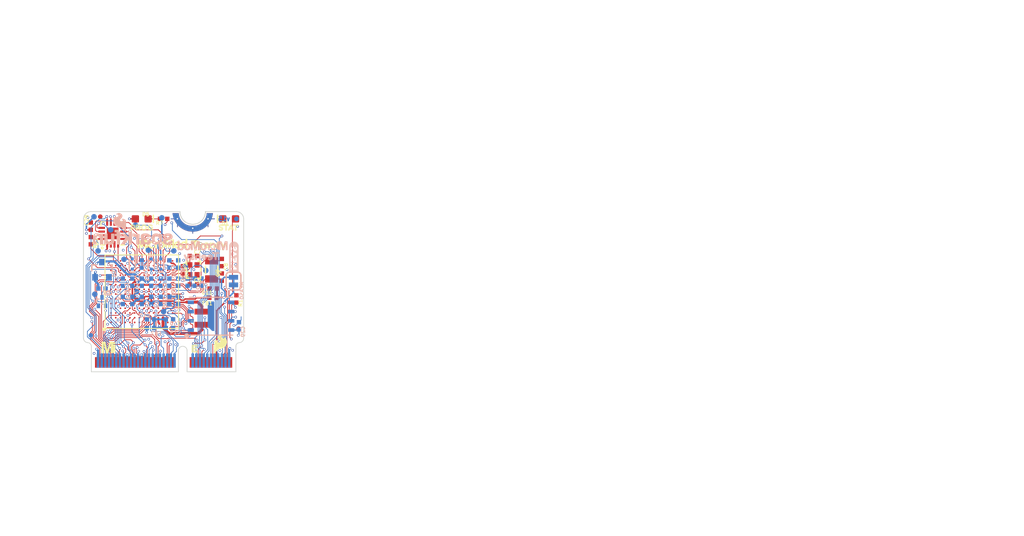
<source format=kicad_pcb>
(kicad_pcb (version 20211014) (generator pcbnew)
  (layers (0 "F.Cu" signal) (1 "In1.Cu" signal) (2 "In2.Cu" signal) (31 "B.Cu" signal) (34 "B.Paste" user) (35 "F.Paste" user) (36 "B.SilkS" user "B.Silkscreen") (37 "F.SilkS" user "F.Silkscreen") (38 "B.Mask" user) (39 "F.Mask" user) (44 "Edge.Cuts" user))
  (net 0 "")
  (net 1 "BATT_VIN/22/A8")
  (net 2 "SCL/19/A5")
  (net 3 "SDA/18/A4")
  (net 4 "TX1/17/A3")
  (net 5 "RX1/16/A2")
  (net 6 "A1/15")
  (net 7 "A0/14")
  (net 8 "SCK/13")
  (net 9 "CIPO/12")
  (net 10 "COPI/11")
  (net 11 "GPIO/9")
  (net 12 "GPIO/6")
  (net 13 "D1/5")
  (net 14 "D0/4")
  (net 15 "PWM0/3")
  (net 16 "PWM1/2")
  (net 17 "TX0/1")
  (net 18 "RX0/0")
  (net 19 "SCL1/24/A10")
  (net 20 "SDA1/25/A11")
  (net 21 "GPIO/26/A12")
  (net 22 "GPIO/27/A13")
  (net 23 "I2C_~{INT}/29")
  (net 24 "CAN_RX/30")
  (net 25 "CAN_TX/31")
  (net 26 "GPIO/32")
  (net 27 "GPIO/33")
  (net 28 "34/DAT1")
  (net 29 "35/DAT0")
  (net 30 "36/CLK")
  (net 31 "37/CMD")
  (net 32 "38/DAT3")
  (net 33 "32KHZ_2")
  (net 34 "32KHZ_1")
  (net 35 "32KHZ_TEST")
  (net 36 "N$2")
  (net 37 "GND")
  (net 38 "3.3V")
  (net 39 "USB_D+")
  (net 40 "24MHZ_1")
  (net 41 "24MHZ_2")
  (net 42 "JTAG_TRST")
  (net 43 "V_USB")
  (net 44 "ON/~{OFF}")
  (net 45 "PMIC")
  (net 46 "VCC")
  (net 47 "DCDC_IN")
  (net 48 "DCDC_LP")
  (net 49 "VDD_SOC_IN")
  (net 50 "V_BATT")
  (net 51 "PROGRAM")
  (net 52 "VDD_USB_CAP")
  (net 53 "VDD_SNVS_IN")
  (net 54 "USB2_D-")
  (net 55 "USB2_D+")
  (net 56 "VDD_SNVS_CAP")
  (net 57 "NVCC_PLL")
  (net 58 "VDD_HIGH_CAP")
  (net 59 "BOOTMODE0")
  (net 60 "JTAG_TMS")
  (net 61 "JTAG_TCK")
  (net 62 "JTAG_MOD")
  (net 63 "JTAG_TDI")
  (net 64 "JTAG_TDO")
  (net 65 "DEBUG_EN")
  (net 66 "QSPI-CS")
  (net 67 "QSPI-CLK")
  (net 68 "QSPI0")
  (net 69 "QSPI1")
  (net 70 "QSPI2")
  (net 71 "QSPI3")
  (net 72 "DEBUG_SWO")
  (net 73 "PORB_RESET")
  (net 74 "N$12")
  (net 75 "N$13")
  (net 76 "SWD_CLK")
  (net 77 "SWD_DIO")
  (net 78 "USB_D-")
  (net 79 "LRCLK/20/A6")
  (net 80 "BCLK/21/A7")
  (net 81 "AUD_IN/8")
  (net 82 "AUD_OUT/7")
  (net 83 "MCLK/23/A9")
  (net 84 "CS/10")
  (net 85 "N$10")
  (net 86 "N$7")
  (net 87 "3.3V_CONTROLLED")
  (net 88 "GPIO/40")
  (net 89 "GPIO/41")
  (net 90 "GPIO/42")
  (net 91 "GPIO/43")
  (net 92 "GPIO/44")
  (net 93 "GPIO/45")
  (net 94 "GPIO/28/3.3V_EN")
  (net 95 "39/DAT2")
  (footprint "boardEagle:SFE_LOGO_FLAME_.1" (layer "F.Cu") (at 156.3011 112.1436)
    (fp_text reference "U$6" hide)
    (fp_text value "" hide)
  )
  (footprint "boardEagle:FIDUCIAL-MICRO" (layer "F.Cu") (at 139.8011 94.7036)
    (fp_text reference "FD2" hide)
    (fp_text value "FIDUCIALUFIDUCIAL" hide)
  )
  (footprint "boardEagle:LED-0603" (layer "F.Cu") (at 157.5011 95.0036 180)
    (fp_text reference "D1")
    (fp_text value "BLUE")
  )
  (footprint "boardEagle:QFN-16" (layer "F.Cu") (at 141.5011 97.0036 90)
    (fp_text reference "U3")
    (fp_text value "MKL02Z32VFG4")
  )
  (footprint "boardEagle:0402-TIGHT" (layer "F.Cu") (at 152.6011 100.1036)
    (fp_text reference "C7")
    (fp_text value "12pF")
  )
  (footprint "boardEagle:ORDERING_INSTRUCTIONS" (layer "F.Cu") (at 164.9911 65.1936)
    (fp_text reference "LOGO3" hide)
    (fp_text value "SPECIAL_INSTRUCTIONS-ORDERING" hide)
  )
  (footprint "boardEagle:0402-TIGHT" (layer "F.Cu") (at 138.5011 98.0036 -90)
    (fp_text reference "R5")
    (fp_text value "100k")
  )
  (footprint "boardEagle:1008(2520)" (layer "F.Cu") (at 153.7511 108.6436 90)
    (fp_text reference "L2")
    (fp_text value "4.7μH")
  )
  (footprint "boardEagle:0402-TIGHT" (layer "F.Cu") (at 152.6011 104.0036)
    (fp_text reference "C6")
    (fp_text value "12pF")
  )
  (footprint "boardEagle:0402-TIGHT" (layer "F.Cu") (at 156.5011 101.0036 -90)
    (fp_text reference "C8")
    (fp_text value "20pF")
  )
  (footprint "boardEagle:0402-TIGHT" (layer "F.Cu") (at 151.1511 102.0036 -90)
    (fp_text reference "R4")
    (fp_text value "2.2M")
  )
  (footprint "boardEagle:CRYSTAL-SMD-3.2X1.5MM" (layer "F.Cu") (at 155.1011 102.0036 -90)
    (fp_text reference "Y1")
    (fp_text value "32.768kHz")
  )
  (footprint "boardEagle:CREATIVE_COMMONS" (layer "F.Cu") (at 146.3511 137.5836)
    (fp_text reference "FRAME1" hide)
    (fp_text value "FRAME-LEDGER" hide)
  )
  (footprint "boardEagle:0402-TIGHT" (layer "F.Cu") (at 155.2811 105.8436 180)
    (fp_text reference "FB1")
    (fp_text value "120Ω")
  )
  (footprint "boardEagle:0402-TIGHT" (layer "F.Cu") (at 158.5011 106.0036 -90)
    (fp_text reference "R1")
    (fp_text value "1k")
  )
  (footprint "boardEagle:PROG0" (layer "F.Cu") (at 143.2011 96.1936)
    (fp_text reference "U$9" hide)
    (fp_text value "" hide)
  )
  (footprint "boardEagle:LED-0603" (layer "F.Cu") (at 145.5011 95.0036)
    (fp_text reference "D5")
    (fp_text value "Yellow")
  )
  (footprint "boardEagle:MICROMOD_LOGO_.3" (layer "F.Cu") (at 148.2961 98.4676)
    (fp_text reference "U$7" hide)
    (fp_text value "" hide)
  )
  (footprint "boardEagle:MICROMOD_MI_LOGO_.35" (layer "F.Cu") (at 140.9011 112.6436)
    (fp_text reference "U$4" hide)
    (fp_text value "" hide)
  )
  (footprint "boardEagle:IMXRT1062" (layer "F.Cu") (at 145.5011 105.0036 90)
    (fp_text reference "U1" hide)
    (fp_text value "IMXRT1062DV10X10" hide)
  )
  (footprint "boardEagle:CRYSTAL-SMD-2.0X1.6MM" (layer "F.Cu") (at 152.6011 102.0036 90)
    (fp_text reference "Y2")
    (fp_text value "24MHz")
  )
  (footprint "boardEagle:M.2-CARD-E-22" (layer "F.Cu") (at 148.5011 115.9936)
    (fp_text reference "J1" hide)
    (fp_text value "MICROMOD-2222" hide)
  )
  (footprint "boardEagle:0402-TIGHT" (layer "F.Cu") (at 155.2811 104.5736 180)
    (fp_text reference "C11")
    (fp_text value "2.2uF")
  )
  (footprint "boardEagle:0402-TIGHT" (layer "F.Cu") (at 138.5011 96.0036 90)
    (fp_text reference "C28")
    (fp_text value "0.22uF")
  )
  (footprint "boardEagle:0402-TIGHT" (layer "F.Cu") (at 148.5011 95.0036 180)
    (fp_text reference "R7")
    (fp_text value "1k")
  )
  (footprint "boardEagle:TEENSY2" (layer "F.Cu") (at 151.3591 98.4776)
    (fp_text reference "U$3" hide)
    (fp_text value "" hide)
  )
  (footprint "boardEagle:FIDUCIAL-MICRO" (layer "F.Cu") (at 158.8011 110.1036)
    (fp_text reference "FD1" hide)
    (fp_text value "FIDUCIALUFIDUCIAL" hide)
  )
  (footprint "boardEagle:DUMMY" (layer "F.Cu") (at 149.7511 137.5836)
    (fp_text reference "LOGO2" hide)
    (fp_text value "OSHW-LOGONO_SILK" hide)
  )
  (footprint "boardEagle:0402-TIGHT" (layer "F.Cu") (at 156.5011 103.0036 90)
    (fp_text reference "C9")
    (fp_text value "20pF")
  )
  (footprint "boardEagle:STAT1" (layer "F.Cu") (at 155.3011 96.1936)
    (fp_text reference "U$10" hide)
    (fp_text value "" hide)
  )
  (footprint "boardEagle:FIDUCIAL-MICRO" (layer "B.Cu") (at 138.5011 111.0036 180)
    (fp_text reference "FD3" hide)
    (fp_text value "FIDUCIALUFIDUCIAL" hide)
  )
  (footprint "boardEagle:0402-TIGHT" (layer "B.Cu") (at 150.5011 103.7036 -90)
    (fp_text reference "C24")
    (fp_text value "0.22uF")
  )
  (footprint "boardEagle:SMT-JUMPER_2_NC_TRACE_SILK" (layer "B.Cu") (at 158.1011 103.5496 90)
    (fp_text reference "MEAS0")
    (fp_text value "")
  )
  (footprint "boardEagle:0402-TIGHT" (layer "B.Cu") (at 149.3011 108.8036)
    (fp_text reference "C10")
    (fp_text value "10uF")
  )
  (footprint "boardEagle:0402-TIGHT" (layer "B.Cu") (at 146.7011 108.8036 180)
    (fp_text reference "C15")
    (fp_text value "0.22uF")
  )
  (footprint "boardEagle:0402-TIGHT" (layer "B.Cu") (at 150.5011 101.2036 90)
    (fp_text reference "C4")
    (fp_text value "0.22uF")
  )
  (footprint "boardEagle:0402-TIGHT" (layer "B.Cu") (at 148.1011 106.2036 90)
    (fp_text reference "R6")
    (fp_text value "100k")
  )
  (footprint "boardEagle:0402-TIGHT" (layer "B.Cu") (at 149.3011 110.0036)
    (fp_text reference "C14")
    (fp_text value "4.7uF")
  )
  (footprint "boardEagle:SOD-523" (layer "B.Cu") (at 146.8011 101.2036 90)
    (fp_text reference "D4" hide)
    (fp_text value "120mA/40V/370mV" hide)
  )
  (footprint "boardEagle:0402-TIGHT" (layer "B.Cu") (at 142.9011 103.7036 90)
    (fp_text reference "C18")
    (fp_text value "4.7uF")
  )
  (footprint "boardEagle:0402-TIGHT" (layer "B.Cu") (at 149.3011 106.2036 -90)
    (fp_text reference "C13")
    (fp_text value "0.22uF")
  )
  (footprint "boardEagle:0402-TIGHT" (layer "B.Cu") (at 144.2011 106.2036 -90)
    (fp_text reference "C16")
    (fp_text value "10nF")
  )
  (footprint "boardEagle:0402-TIGHT" (layer "B.Cu") (at 146.8011 106.2036 90)
    (fp_text reference "C5")
    (fp_text value "10nF")
  )
  (footprint "boardEagle:0402-TIGHT" (layer "B.Cu") (at 152.7511 103.6936 90)
    (fp_text reference "C25")
    (fp_text value "0.22uF")
  )
  (footprint "boardEagle:0402-TIGHT" (layer "B.Cu") (at 148.1011 103.7036 90)
    (fp_text reference "C20")
    (fp_text value "0.22uF")
  )
  (footprint "boardEagle:0402-TIGHT" (layer "B.Cu") (at 149.3011 101.2036 90)
    (fp_text reference "C23")
    (fp_text value "0.22uF")
  )
  (footprint "boardEagle:PAD.03X.03" (layer "B.Cu") (at 139.5011 99.4036 180)
    (fp_text reference "TP8" hide)
    (fp_text value "" hide)
  )
  (footprint "boardEagle:0402-TIGHT" (layer "B.Cu") (at 151.8011 103.7036 -90)
    (fp_text reference "C26")
    (fp_text value "4.7uF")
  )
  (footprint "boardEagle:TEENSY2" (layer "B.Cu") (at 157.0591 100.1186 180)
    (fp_text reference "U$1" hide)
    (fp_text value "" hide)
  )
  (footprint "boardEagle:0402-TIGHT" (layer "B.Cu") (at 145.5011 101.2036 90)
    (fp_text reference "C21")
    (fp_text value "10uF")
  )
  (footprint "boardEagle:PAD.03X.03" (layer "B.Cu") (at 139.0511 105.3536 180)
    (fp_text reference "TP2" hide)
    (fp_text value "" hide)
  )
  (footprint "boardEagle:PAD.03X.03" (layer "B.Cu") (at 141.2371 96.5066 180)
    (fp_text reference "TP9" hide)
    (fp_text value "" hide)
  )
  (footprint "boardEagle:SOD-523" (layer "B.Cu") (at 148.1011 101.2036 -90)
    (fp_text reference "D2" hide)
    (fp_text value "120mA/40V/370mV" hide)
  )
  (footprint "boardEagle:0402-TIGHT" (layer "B.Cu") (at 153.7011 103.6936 90)
    (fp_text reference "C27")
    (fp_text value "4.7uF")
  )
  (footprint "boardEagle:PAD.03X.03" (layer "B.Cu") (at 154.3011 102.1036 180)
    (fp_text reference "TP7" hide)
    (fp_text value "" hide)
  )
  (footprint "boardEagle:SOT-416FL" (layer "B.Cu") (at 140.0411 105.8436 180)
    (fp_text reference "Q2")
    (fp_text value "20V/0.2A/8MHz/1.2Ω/1Vth")
  )
  (footprint "boardEagle:MEAS2" (layer "B.Cu") (at 158.1511 102.7436 90)
    (fp_text reference "U$8" hide)
    (fp_text value "" hide)
  )
  (footprint "boardEagle:PAD.03X.03" (layer "B.Cu") (at 151.5011 101.4536 180)
    (fp_text reference "TP6" hide)
    (fp_text value "" hide)
  )
  (footprint "boardEagle:SOT23-3" (layer "B.Cu") (at 140.0411 102.0336 180)
    (fp_text reference "Q1")
    (fp_text value "20V/4.2A/52mΩ/1.4W")
  )
  (footprint "boardEagle:0402-TIGHT" (layer "B.Cu") (at 140.0411 104.5736)
    (fp_text reference "R2")
    (fp_text value "100k")
  )
  (footprint "boardEagle:0402-TIGHT" (layer "B.Cu") (at 146.8011 103.7036 -90)
    (fp_text reference "C1")
    (fp_text value "2.2uF")
  )
  (footprint "boardEagle:PAD.03X.03" (layer "B.Cu") (at 144.6381 95.8716 -90)
    (fp_text reference "TP11" hide)
    (fp_text value "" hide)
  )
  (footprint "boardEagle:0402-TIGHT" (layer "B.Cu") (at 145.5011 106.2036 90)
    (fp_text reference "C3")
    (fp_text value "0.22uF")
  )
  (footprint "boardEagle:0402-TIGHT" (layer "B.Cu") (at 146.7011 110.0036)
    (fp_text reference "FB2")
    (fp_text value "120Ω")
  )
  (footprint "boardEagle:PAD.03X.03" (layer "B.Cu") (at 148.2571 94.8586 180)
    (fp_text reference "TP13" hide)
    (fp_text value "" hide)
  )
  (footprint "boardEagle:MICROMOD_LOGO_.3" (layer "B.Cu") (at 153.8841 98.7216 180)
    (fp_text reference "U$11" hide)
    (fp_text value "" hide)
  )
  (footprint "boardEagle:FIDUCIAL-MICRO" (layer "B.Cu") (at 158.5011 95.0036 180)
    (fp_text reference "FD4" hide)
    (fp_text value "FIDUCIALUFIDUCIAL" hide)
  )
  (footprint "boardEagle:0402-TIGHT" (layer "B.Cu") (at 158.8511 109.6936 90)
    (fp_text reference "C29")
    (fp_text value "0.22uF")
  )
  (footprint "boardEagle:PAD.03X.03" (layer "B.Cu") (at 144.8011 105.0036 -90)
    (fp_text reference "TP10" hide)
    (fp_text value "" hide)
  )
  (footprint "boardEagle:0402-TIGHT" (layer "B.Cu") (at 150.5011 106.2036 -90)
    (fp_text reference "C12")
    (fp_text value "0.22uF")
  )
  (footprint "boardEagle:PAD.03X.03" (layer "B.Cu") (at 149.9011 99.3936 -90)
    (fp_text reference "TP1" hide)
    (fp_text value "" hide)
  )
  (footprint "boardEagle:0402-TIGHT" (layer "B.Cu") (at 144.2011 103.7036 90)
    (fp_text reference "C17")
    (fp_text value "0.22uF")
  )
  (footprint "boardEagle:0402-TIGHT" (layer "B.Cu") (at 142.9011 106.2036 -90)
    (fp_text reference "C19")
    (fp_text value "10uF")
  )
  (footprint "boardEagle:SOD-523" (layer "B.Cu") (at 144.2011 101.2036 -90)
    (fp_text reference "D3" hide)
    (fp_text value "120mA/40V/370mV" hide)
  )
  (footprint "boardEagle:WSON-8-6X5-SKINNY_CENTERPAD" (layer "B.Cu") (at 155.0111 108.3736)
    (fp_text reference "U4")
    (fp_text value "W25QXX128MBIT-6X5")
  )
  (footprint "boardEagle:SFE_LOGO_NAME_FLAME_.1" (layer "B.Cu") (at 144.2011 97.9036 180)
    (fp_text reference "LOGO1" hide)
    (fp_text value "SFE_LOGO_NAME_FLAME.1_INCH" hide)
  )
  (footprint "boardEagle:0402-TIGHT" (layer "B.Cu") (at 149.3011 103.7036 90)
    (fp_text reference "C22")
    (fp_text value "0.22uF")
  )
  (footprint "boardEagle:PAD.03X.03" (layer "B.Cu") (at 148.5011 107.7436 90)
    (fp_text reference "TP3" hide)
    (fp_text value "" hide)
  )
  (footprint "boardEagle:PAD.03X.03" (layer "B.Cu") (at 143.0611 100.5536 180)
    (fp_text reference "TP4" hide)
    (fp_text value "" hide)
  )
  (footprint "boardEagle:PAD.03X.03" (layer "B.Cu") (at 138.9411 94.7136 180)
    (fp_text reference "TP12" hide)
    (fp_text value "" hide)
  )
  (footprint "boardEagle:0402-TIGHT" (layer "B.Cu") (at 145.5011 103.7036 -90)
    (fp_text reference "C2")
    (fp_text value "4.7uF")
  )
  (footprint "boardEagle:PAD.03X.03" (layer "B.Cu") (at 146.4011 99.3036 180)
    (fp_text reference "TP5" hide)
    (fp_text value "" hide)
  )
  (gr_arc (start 138.1011 112.0036) (mid 138.434341 112.162646) (end 138.5761 112.503601) (layer "Edge.Cuts") (width 0.1016))
  (gr_line (start 150.5261 113.1036) (end 150.5261 116.0036) (layer "Edge.Cuts") (width 0.1016))
  (gr_line (start 150.7511 94.0036) (end 138.5011 94.0036) (layer "Edge.Cuts") (width 0.1016))
  (gr_arc (start 158.4261 112.5036) (mid 158.566444 112.161302) (end 158.9011 112.0036) (layer "Edge.Cuts") (width 0.1016))
  (gr_line (start 137.5011 95.0036) (end 137.5011 111.4036) (layer "Edge.Cuts") (width 0.1016))
  (gr_arc (start 159.501099 111.403601) (mid 159.320461 111.822962) (end 158.9011 112.0036) (layer "Edge.Cuts") (width 0.1016))
  (gr_line (start 158.4261 112.5036) (end 158.4261 116.0036) (layer "Edge.Cuts") (width 0.1016))
  (gr_arc (start 138.101098 112.0036) (mid 137.681737 111.822961) (end 137.5011 111.4036) (layer "Edge.Cuts") (width 0.1016))
  (gr_arc (start 137.5011 95.0036) (mid 137.8011 94.303601) (end 138.501099 94.003601) (layer "Edge.Cuts") (width 0.1016))
  (gr_line (start 138.5761 116.0036) (end 138.5761 112.5036) (layer "Edge.Cuts") (width 0.1016))
  (gr_line (start 158.4261 116.0036) (end 151.7261 116.0036) (layer "Edge.Cuts") (width 0.1016))
  (gr_arc (start 150.5261 113.1036) (mid 151.1261 112.5036) (end 151.7261 113.1036) (layer "Edge.Cuts") (width 0.1016))
  (gr_line (start 150.5261 116.0036) (end 138.5761 116.0036) (layer "Edge.Cuts") (width 0.1016))
  (gr_line (start 151.7261 113.1036) (end 151.7261 116.0036) (layer "Edge.Cuts") (width 0.1016))
  (gr_line (start 158.5011 94.0036) (end 154.2511 94.0036) (layer "Edge.Cuts") (width 0.1016))
  (gr_line (start 159.5011 95.0036) (end 159.5011 111.4036) (layer "Edge.Cuts") (width 0.1016))
  (gr_arc (start 154.2511 94.0036) (mid 152.5011 95.7536) (end 150.7511 94.0036) (layer "Edge.Cuts") (width 0.1016))
  (gr_arc (start 154.2511 94.0036) (mid 152.5011 95.7536) (end 150.7511 94.0036) (layer "Edge.Cuts") (width 0.1016))
  (gr_arc (start 158.5011 94.0036) (mid 159.2011 94.3036) (end 159.5011 95.0036) (layer "Edge.Cuts") (width 0.1016))
  (gr_text "v15" (at 156.8011 94.9936) (layer "B.Cu") (effects (font (size 0.6 0.6)) (justify mirror)))
  (segment (start 145.81065 113.216332) (end 145.81065 113.333338) (width 0.1016) (layer "F.Cu") (net 1))
  (segment (start 145.8297 113.824613) (end 145.8297 113.352388) (width 0.1016) (layer "F.Cu") (net 1))
  (segment (start 145.7511 114.7186) (end 145.7511 113.903213) (width 0.1016) (layer "F.Cu") (net 1))
  (segment (start 145.5511 99.4481) (end 145.5511 99.0036) (width 0.1016) (layer "F.Cu") (net 1))
  (segment (start 146.1455 100.0425) (end 145.5511 99.4481) (width 0.1016) (layer "F.Cu") (net 1))
  (segment (start 145.81065 113.333338) (end 145.8297 113.352388) (width 0.1016) (layer "F.Cu") (net 1))
  (segment (start 146.1455 101.1092) (end 146.1455 100.0425) (width 0.1016) (layer "F.Cu") (net 1))
  (segment (start 145.7511 113.903213) (end 145.8297 113.824613) (width 0.1016) (layer "F.Cu") (net 1))
  (segment (start 145.8261 101.4286) (end 146.1455 101.1092) (width 0.1016) (layer "F.Cu") (net 1))
  (via (at 145.81065 113.216332) (size 0.3524) (drill 0.2) (layers "F.Cu" "B.Cu") (net 1))
  (via (at 145.5511 99.0036) (size 0.3524) (drill 0.2) (layers "F.Cu" "B.Cu") (net 1))
  (segment (start 146.4761 102.7286) (end 146.15155 103.05315) (width 0.1016) (layer "F.Cu") (net 2))
  (segment (start 146.15155 103.05315) (end 146.15155 103.130519) (width 0.1016) (layer "F.Cu") (net 2))
  (via (at 146.15155 103.130519) (size 0.3524) (drill 0.2) (layers "F.Cu" "B.Cu") (net 2))
  (via (at 155.2821 99.3536) (size 0.3524) (drill 0.2) (layers "F.Cu" "B.Cu") (net 2))
  (segment (start 155.5399 99.6114) (end 155.2821 99.3536) (width 0.1016) (layer "B.Cu") (net 2))
  (segment (start 154.5011 113.388644) (end 154.76465 113.125094) (width 0.1016) (layer "B.Cu") (net 2))
  (segment (start 155.6185 106.237819) (end 155.5399 106.159219) (width 0.1016) (layer "B.Cu") (net 2))
  (segment (start 155.5399 106.159219) (end 155.5399 99.6114) (width 0.1016) (layer "B.Cu") (net 2))
  (segment (start 154.5011 114.4686) (end 154.5011 113.388644) (width 0.1016) (layer "B.Cu") (net 2))
  (segment (start 155.6161 110.449488) (end 155.6185 110.447088) (width 0.1016) (layer "B.Cu") (net 2))
  (segment (start 155.6185 110.447088) (end 155.6185 106.237819) (width 0.1016) (layer "B.Cu") (net 2))
  (segment (start 155.6161 110.9886) (end 155.6161 110.449488) (width 0.1016) (layer "B.Cu") (net 2))
  (segment (start 154.76465 113.125094) (end 154.76465 111.84005) (width 0.1016) (layer "B.Cu") (net 2))
  (segment (start 154.76465 111.84005) (end 155.6161 110.9886) (width 0.1016) (layer "B.Cu") (net 2))
  (segment (start 147.516415 102.412916) (end 147.200731 102.7286) (width 0.1016) (layer "F.Cu") (net 3))
  (segment (start 147.1261 102.7286) (end 147.200731 102.7286) (width 0.1016) (layer "F.Cu") (net 3))
  (via (at 155.59615 99.0256) (size 0.3524) (drill 0.2) (layers "F.Cu" "B.Cu") (net 3))
  (via (at 147.516415 102.412916) (size 0.3524) (drill 0.2) (layers "F.Cu" "B.Cu") (net 3))
  (segment (start 155.0011 114.4686) (end 155.0011 112.037888) (width 0.1016) (layer "B.Cu") (net 3))
  (segment (start 155.0011 112.037888) (end 155.8217 111.217288) (width 0.1016) (layer "B.Cu") (net 3))
  (segment (start 155.7431 99.17255) (end 155.59615 99.0256) (width 0.1016) (layer "B.Cu") (net 3))
  (segment (start 155.7431 106.07505) (end 155.7431 99.17255) (width 0.1016) (layer "B.Cu") (net 3))
  (segment (start 155.8217 106.15365) (end 155.7431 106.07505) (width 0.1016) (layer "B.Cu") (net 3))
  (segment (start 155.8217 111.217288) (end 155.8217 106.15365) (width 0.1016) (layer "B.Cu") (net 3))
  (segment (start 153.737143 112.082557) (end 152.6335 112.082557) (width 0.1016) (layer "F.Cu") (net 4))
  (segment (start 152.587856 112.1282) (end 152.6335 112.082557) (width 0.1016) (layer "F.Cu") (net 4))
  (segment (start 146.148468 101.750969) (end 146.148468 101.7036) (width 0.1016) (layer "F.Cu") (net 4))
  (segment (start 153.737143 112.082557) (end 154.1841 111.6356) (width 0.1016) (layer "F.Cu") (net 4))
  (segment (start 146.4761 102.0786) (end 146.148468 101.750969) (width 0.1016) (layer "F.Cu") (net 4))
  (via (at 154.92175 99.058857) (size 0.3524) (drill 0.2) (layers "F.Cu" "B.Cu") (net 4))
  (via (at 152.587856 112.1282) (size 0.3524) (drill 0.2) (layers "F.Cu" "B.Cu") (net 4))
  (via (at 154.1841 111.6356) (size 0.3524) (drill 0.2) (layers "F.Cu" "B.Cu") (net 4))
  (via (at 146.148468 101.7036) (size 0.3524) (drill 0.2) (layers "F.Cu" "B.Cu") (net 4))
  (segment (start 155.3146 104.652388) (end 154.8495 105.117488) (width 0.1016) (layer "B.Cu") (net 4))
  (segment (start 154.08285 111.53435) (end 154.1841 111.6356) (width 0.1016) (layer "B.Cu") (net 4))
  (segment (start 153.84715 110.026882) (end 153.84715 106.7226) (width 0.1016) (layer "B.Cu") (net 4))
  (segment (start 155.3146 99.851707) (end 155.3146 104.652388) (width 0.1016) (layer "B.Cu") (net 4))
  (segment (start 152.5011 114.4686) (end 152.5011 112.214957) (width 0.1016) (layer "B.Cu") (net 4))
  (segment (start 152.5011 112.214957) (end 152.587856 112.1282) (width 0.1016) (layer "B.Cu") (net 4))
  (segment (start 154.08285 110.262582) (end 153.84715 110.026882) (width 0.1016) (layer "B.Cu") (net 4))
  (segment (start 155.3146 99.851707) (end 154.92175 99.458857) (width 0.1016) (layer "B.Cu") (net 4))
  (segment (start 154.8495 105.72025) (end 153.84715 106.7226) (width 0.1016) (layer "B.Cu") (net 4))
  (segment (start 154.92175 99.458857) (end 154.92175 99.058857) (width 0.1016) (layer "B.Cu") (net 4))
  (segment (start 154.08285 111.53435) (end 154.08285 110.262582) (width 0.1016) (layer "B.Cu") (net 4))
  (segment (start 154.8495 105.117488) (end 154.8495 105.72025) (width 0.1016) (layer "B.Cu") (net 4))
  (segment (start 147.40155 103.65405) (end 147.40155 103.678057) (width 0.1016) (layer "F.Cu") (net 5))
  (segment (start 147.1261 103.3786) (end 147.40155 103.65405) (width 0.1016) (layer "F.Cu") (net 5))
  (via (at 147.40155 103.678057) (size 0.3524) (drill 0.2) (layers "F.Cu" "B.Cu") (net 5))
  (via (at 154.2883 104.0436) (size 0.3524) (drill 0.2) (layers "F.Cu" "B.Cu") (net 5))
  (segment (start 152.9511 112.009232) (end 152.9511 113.0686) (width 0.1016) (layer "B.Cu") (net 5))
  (segment (start 152.75575 111.813882) (end 152.75575 111.401582) (width 0.1016) (layer "B.Cu") (net 5))
  (segment (start 153.23755 106.470094) (end 154.2399 105.467744) (width 0.1016) (layer "B.Cu") (net 5))
  (segment (start 153.0011 114.4686) (end 153.0011 113.1186) (width 0.1016) (layer "B.Cu") (net 5))
  (segment (start 154.2399 104.864982) (end 154.2883 104.816582) (width 0.1016) (layer "B.Cu") (net 5))
  (segment (start 153.23755 110.919782) (end 153.23755 106.470094) (width 0.1016) (layer "B.Cu") (net 5))
  (segment (start 153.0011 113.1186) (end 152.9511 113.0686) (width 0.1016) (layer "B.Cu") (net 5))
  (segment (start 154.2399 105.467744) (end 154.2399 104.864982) (width 0.1016) (layer "B.Cu") (net 5))
  (segment (start 152.9511 112.009232) (end 152.75575 111.813882) (width 0.1016) (layer "B.Cu") (net 5))
  (segment (start 152.75575 111.401582) (end 153.23755 110.919782) (width 0.1016) (layer "B.Cu") (net 5))
  (segment (start 154.2883 104.816582) (end 154.2883 104.0436) (width 0.1016) (layer "B.Cu") (net 5))
  (segment (start 148.4261 102.036775) (end 148.702175 101.7607) (width 0.1016) (layer "F.Cu") (net 6))
  (segment (start 148.4261 102.0786) (end 148.4261 102.036775) (width 0.1016) (layer "F.Cu") (net 6))
  (via (at 148.4011 111.0536) (size 0.3524) (drill 0.2) (layers "F.Cu" "B.Cu") (net 6))
  (via (at 148.702175 101.7607) (size 0.3524) (drill 0.2) (layers "F.Cu" "B.Cu") (net 6))
  (segment (start 148.1611 111.2936) (end 148.4011 111.0536) (width 0.1016) (layer "B.Cu") (net 6))
  (segment (start 148.1611 112.449313) (end 148.1611 111.2936) (width 0.1016) (layer "B.Cu") (net 6))
  (segment (start 148.5011 114.4686) (end 148.5011 112.789313) (width 0.1016) (layer "B.Cu") (net 6))
  (segment (start 148.5011 112.789313) (end 148.1611 112.449313) (width 0.1016) (layer "B.Cu") (net 6))
  (segment (start 147.7761 102.7286) (end 147.485784 103.018916) (width 0.1016) (layer "F.Cu") (net 7))
  (segment (start 147.485784 103.018916) (end 147.485784 103.097916) (width 0.1016) (layer "F.Cu") (net 7))
  (via (at 147.89155 110.93535) (size 0.3524) (drill 0.2) (layers "F.Cu" "B.Cu") (net 7))
  (via (at 147.485784 103.097916) (size 0.3524) (drill 0.2) (layers "F.Cu" "B.Cu") (net 7))
  (segment (start 149.5011 113.457094) (end 149.8285 113.129694) (width 0.1016) (layer "B.Cu") (net 7))
  (segment (start 148.114987 110.675) (end 147.89155 110.898438) (width 0.1016) (layer "B.Cu") (net 7))
  (segment (start 147.89155 110.898438) (end 147.89155 110.93535) (width 0.1016) (layer "B.Cu") (net 7))
  (segment (start 149.8285 111.766288) (end 149.8285 113.129694) (width 0.1016) (layer "B.Cu") (net 7))
  (segment (start 149.5011 114.4686) (end 149.5011 113.457094) (width 0.1016) (layer "B.Cu") (net 7))
  (segment (start 148.737212 110.675) (end 148.114987 110.675) (width 0.1016) (layer "B.Cu") (net 7))
  (segment (start 148.737212 110.675) (end 149.8285 111.766288) (width 0.1016) (layer "B.Cu") (net 7))
  (segment (start 143.89635 113.821275) (end 143.89635 113.185925) (width 0.1016) (layer "F.Cu") (net 8))
  (segment (start 157.6011 111.3036) (end 157.8011 111.5036) (width 0.1016) (layer "F.Cu") (net 8))
  (segment (start 157.8511 109.209075) (end 157.8511 106.8536) (width 0.1016) (layer "F.Cu") (net 8))
  (segment (start 143.65585 112.10835) (end 143.65585 112.945425) (width 0.1016) (layer "F.Cu") (net 8))
  (segment (start 143.89635 113.185925) (end 143.65585 112.945425) (width 0.1016) (layer "F.Cu") (net 8))
  (segment (start 157.6011 109.459075) (end 157.8511 109.209075) (width 0.1016) (layer "F.Cu") (net 8))
  (segment (start 157.6011 109.459075) (end 157.6011 111.3036) (width 0.1016) (layer "F.Cu") (net 8))
  (segment (start 158.2011 106.5036) (end 157.8511 106.8536) (width 0.1016) (layer "F.Cu") (net 8))
  (segment (start 143.61065 112.06315) (end 143.65585 112.10835) (width 0.1016) (layer "F.Cu") (net 8))
  (segment (start 158.2011 106.5036) (end 158.5011 106.5036) (width 0.1016) (layer "F.Cu") (net 8))
  (segment (start 143.7511 114.7186) (end 143.7511 113.966525) (width 0.1016) (layer "F.Cu") (net 8))
  (segment (start 143.2261 104.6786) (end 143.5511 104.3536) (width 0.1016) (layer "F.Cu") (net 8))
  (segment (start 143.7511 113.966525) (end 143.89635 113.821275) (width 0.1016) (layer "F.Cu") (net 8))
  (via (at 157.8011 111.5036) (size 0.3524) (drill 0.2) (layers "F.Cu" "B.Cu") (net 8))
  (via (at 143.61065 112.06315) (size 0.3524) (drill 0.2) (layers "F.Cu" "B.Cu") (net 8))
  (via (at 143.5511 104.3536) (size 0.3524) (drill 0.2) (layers "F.Cu" "B.Cu") (net 8))
  (segment (start 141.7963 105.985113) (end 143.049212 104.7322) (width 0.1016) (layer "B.Cu") (net 8))
  (segment (start 143.4297 104.475) (end 143.5511 104.3536) (width 0.1016) (layer "B.Cu") (net 8))
  (segment (start 143.11065 111.56315) (end 143.11065 108.419619) (width 0.1016) (layer "B.Cu") (net 8))
  (segment (start 143.61065 112.06315) (end 143.11065 111.56315) (width 0.1016) (layer "B.Cu") (net 8))
  (segment (start 143.295787 104.7322) (end 143.4297 104.598288) (width 0.1016) (layer "B.Cu") (net 8))
  (segment (start 143.11065 108.419619) (end 141.7963 107.105269) (width 0.1016) (layer "B.Cu") (net 8))
  (segment (start 143.4297 104.598288) (end 143.4297 104.475) (width 0.1016) (layer "B.Cu") (net 8))
  (segment (start 141.7963 107.105269) (end 141.7963 105.985113) (width 0.1016) (layer "B.Cu") (net 8))
  (segment (start 143.049212 104.7322) (end 143.295787 104.7322) (width 0.1016) (layer "B.Cu") (net 8))
  (segment (start 142.7511 114.7186) (end 142.7511 113.988407) (width 0.1016) (layer "F.Cu") (net 9))
  (segment (start 142.44385 112.8204) (end 142.47965 112.7846) (width 0.1016) (layer "F.Cu") (net 9))
  (segment (start 142.7511 113.988407) (end 142.44385 113.681157) (width 0.1016) (layer "F.Cu") (net 9))
  (segment (start 143.8761 105.3786) (end 143.5511 105.7036) (width 0.1016) (layer "F.Cu") (net 9))
  (segment (start 142.44385 113.681157) (end 142.44385 112.8204) (width 0.1016) (layer "F.Cu") (net 9))
  (segment (start 143.8761 105.3286) (end 143.8761 105.3786) (width 0.1016) (layer "F.Cu") (net 9))
  (via (at 142.47965 112.7846) (size 0.3524) (drill 0.2) (layers "F.Cu" "B.Cu") (net 9))
  (via (at 140.960731 106.2536) (size 0.3524) (drill 0.2) (layers "F.Cu" "B.Cu") (net 9))
  (via (at 143.5511 105.7036) (size 0.3524) (drill 0.2) (layers "F.Cu" "B.Cu") (net 9))
  (segment (start 142.47965 112.7846) (end 142.1289 112.43385) (width 0.1016) (layer "B.Cu") (net 9))
  (segment (start 140.9574 106.256932) (end 140.960731 106.2536) (width 0.1016) (layer "B.Cu") (net 9))
  (segment (start 142.1289 109.85795) (end 140.9574 108.68645) (width 0.1016) (layer "B.Cu") (net 9))
  (segment (start 142.1289 112.43385) (end 142.1289 109.85795) (width 0.1016) (layer "B.Cu") (net 9))
  (segment (start 140.9574 106.256932) (end 140.9574 108.68645) (width 0.1016) (layer "B.Cu") (net 9))
  (segment (start 143.5511 105.0036) (end 143.5511 105.1036) (width 0.1016) (layer "F.Cu") (net 10))
  (segment (start 143.15025 113.462225) (end 143.3011 113.311375) (width 0.1016) (layer "F.Cu") (net 10))
  (segment (start 143.2511 113.895825) (end 143.15025 113.794975) (width 0.1016) (layer "F.Cu") (net 10))
  (segment (start 143.8761 104.6786) (end 143.5511 105.0036) (width 0.1016) (layer "F.Cu") (net 10))
  (segment (start 143.3011 113.311375) (end 143.3011 112.8996) (width 0.1016) (layer "F.Cu") (net 10))
  (segment (start 143.15025 113.794975) (end 143.15025 113.462225) (width 0.1016) (layer "F.Cu") (net 10))
  (segment (start 143.2511 114.7186) (end 143.2511 113.895825) (width 0.1016) (layer "F.Cu") (net 10))
  (segment (start 143.3011 112.8996) (end 142.9781 112.5766) (width 0.1016) (layer "F.Cu") (net 10))
  (via (at 142.9781 112.5766) (size 0.3524) (drill 0.2) (layers "F.Cu" "B.Cu") (net 10))
  (via (at 140.942962 105.645463) (size 0.3524) (drill 0.2) (layers "F.Cu" "B.Cu") (net 10))
  (via (at 143.5511 105.1036) (size 0.3524) (drill 0.2) (layers "F.Cu" "B.Cu") (net 10))
  (segment (start 141.292253 108.648341) (end 141.292253 105.994754) (width 0.1016) (layer "B.Cu") (net 10))
  (segment (start 142.9781 112.5766) (end 142.3781 111.9766) (width 0.1016) (layer "B.Cu") (net 10))
  (segment (start 141.292253 105.994754) (end 140.942962 105.645463) (width 0.1016) (layer "B.Cu") (net 10))
  (segment (start 142.3781 111.9766) (end 142.3781 109.734188) (width 0.1016) (layer "B.Cu") (net 10))
  (segment (start 142.3781 109.734188) (end 141.292253 108.648341) (width 0.1016) (layer "B.Cu") (net 10))
  (segment (start 139.2431 110.440488) (end 139.2431 108.347682) (width 0.1016) (layer "F.Cu") (net 11))
  (segment (start 139.1079 103.9468) (end 139.1079 106.509838) (width 0.1016) (layer "F.Cu") (net 11))
  (segment (start 139.6761 103.3786) (end 139.1079 103.9468) (width 0.1016) (layer "F.Cu") (net 11))
  (segment (start 138.5193 107.623882) (end 138.5193 107.098438) (width 0.1016) (layer "F.Cu") (net 11))
  (segment (start 140.7511 113.2532) (end 138.8661 111.3682) (width 0.1016) (layer "F.Cu") (net 11))
  (segment (start 139.1079 106.509838) (end 138.5193 107.098438) (width 0.1016) (layer "F.Cu") (net 11))
  (segment (start 141.2761 103.3786) (end 139.6761 103.3786) (width 0.1016) (layer "F.Cu") (net 11))
  (segment (start 139.2431 108.347682) (end 138.5193 107.623882) (width 0.1016) (layer "F.Cu") (net 11))
  (segment (start 138.8661 111.3682) (end 138.8661 110.817488) (width 0.1016) (layer "F.Cu") (net 11))
  (segment (start 138.8661 110.817488) (end 139.2431 110.440488) (width 0.1016) (layer "F.Cu") (net 11))
  (segment (start 140.7511 114.7186) (end 140.7511 113.2532) (width 0.1016) (layer "F.Cu") (net 11))
  (segment (start 138.6629 110.733319) (end 138.988359 110.40786) (width 0.1016) (layer "F.Cu") (net 12))
  (segment (start 138.3161 107.014269) (end 138.7793 106.551069) (width 0.1016) (layer "F.Cu") (net 12))
  (segment (start 140.2511 113.090569) (end 138.6629 111.502369) (width 0.1016) (layer "F.Cu") (net 12))
  (segment (start 138.6629 111.502369) (end 138.6629 110.733319) (width 0.1016) (layer "F.Cu") (net 12))
  (segment (start 138.988359 110.40786) (end 138.988359 108.38031) (width 0.1016) (layer "F.Cu") (net 12))
  (segment (start 138.3161 107.70805) (end 138.3161 107.014269) (width 0.1016) (layer "F.Cu") (net 12))
  (segment (start 143.2261 104.0286) (end 143.5762 103.6785) (width 0.1016) (layer "F.Cu") (net 12))
  (segment (start 140.2511 114.7186) (end 140.2511 113.090569) (width 0.1016) (layer "F.Cu") (net 12))
  (segment (start 138.988359 108.38031) (end 138.3161 107.70805) (width 0.1016) (layer "F.Cu") (net 12))
  (segment (start 138.7793 106.551069) (end 138.7793 106.3036) (width 0.1016) (layer "F.Cu") (net 12))
  (segment (start 143.5762 103.6785) (end 143.5762 103.638132) (width 0.1016) (layer "F.Cu") (net 12))
  (via (at 138.7793 106.3036) (size 0.3524) (drill 0.2) (layers "F.Cu" "B.Cu") (net 12))
  (via (at 143.5762 103.638132) (size 0.3524) (drill 0.2) (layers "F.Cu" "B.Cu") (net 12))
  (segment (start 143.5762 103.644025) (end 143.514225 103.706) (width 0.1016) (layer "B.Cu") (net 12))
  (segment (start 138.7793 106.3036) (end 138.48235 106.00665) (width 0.1016) (layer "B.Cu") (net 12))
  (segment (start 141.9011 102.738313) (end 141.9911 102.648313) (width 0.1016) (layer "B.Cu") (net 12))
  (segment (start 143.5762 103.638132) (end 143.5762 103.644025) (width 0.1016) (layer "B.Cu") (net 12))
  (segment (start 141.9911 102.154957) (end 141.767409 101.931266) (width 0.1016) (layer "B.Cu") (net 12))
  (segment (start 141.9011 103.228313) (end 141.9011 102.738313) (width 0.1016) (layer "B.Cu") (net 12))
  (segment (start 138.738765 101.931266) (end 138.48235 102.187682) (width 0.1016) (layer "B.Cu") (net 12))
  (segment (start 143.514225 103.706) (end 142.378787 103.706) (width 0.1016) (layer "B.Cu") (net 12))
  (segment (start 138.48235 102.187682) (end 138.48235 106.00665) (width 0.1016) (layer "B.Cu") (net 12))
  (segment (start 141.767409 101.931266) (end 138.738765 101.931266) (width 0.1016) (layer "B.Cu") (net 12))
  (segment (start 141.9911 102.648313) (end 141.9911 102.154957) (width 0.1016) (layer "B.Cu") (net 12))
  (segment (start 142.378787 103.706) (end 141.9011 103.228313) (width 0.1016) (layer "B.Cu") (net 12))
  (segment (start 146.8067 108.740188) (end 146.975712 108.9092) (width 0.1016) (layer "F.Cu") (net 13))
  (segment (start 146.629737 108.25125) (end 146.8067 108.428213) (width 0.1016) (layer "F.Cu") (net 13))
  (segment (start 147.824787 111.452) (end 149.061612 111.452) (width 0.1016) (layer "F.Cu") (net 13))
  (segment (start 146.975712 108.9092) (end 147.287687 108.9092) (width 0.1016) (layer "F.Cu") (net 13))
  (segment (start 145.8261 107.9286) (end 146.14875 108.25125) (width 0.1016) (layer "F.Cu") (net 13))
  (segment (start 147.4511 109.072613) (end 147.4511 111.078313) (width 0.1016) (layer "F.Cu") (net 13))
  (segment (start 152.837193 111.3996) (end 153.09155 111.653957) (width 0.1016) (layer "F.Cu") (net 13))
  (segment (start 149.061612 111.452) (end 149.114012 111.3996) (width 0.1016) (layer "F.Cu") (net 13))
  (segment (start 146.14875 108.25125) (end 146.629737 108.25125) (width 0.1016) (layer "F.Cu") (net 13))
  (segment (start 146.8067 108.428213) (end 146.8067 108.740188) (width 0.1016) (layer "F.Cu") (net 13))
  (segment (start 147.4511 111.078313) (end 147.824787 111.452) (width 0.1016) (layer "F.Cu") (net 13))
  (segment (start 147.287687 108.9092) (end 147.4511 109.072613) (width 0.1016) (layer "F.Cu") (net 13))
  (segment (start 149.114012 111.3996) (end 152.837193 111.3996) (width 0.1016) (layer "F.Cu") (net 13))
  (via (at 153.09155 111.653957) (size 0.3524) (drill 0.2) (layers "F.Cu" "B.Cu") (net 13))
  (segment (start 153.09155 111.653957) (end 153.19155 111.753957) (width 0.1016) (layer "B.Cu") (net 13))
  (segment (start 153.5011 113.015788) (end 153.5011 114.4686) (width 0.1016) (layer "B.Cu") (net 13))
  (segment (start 153.19155 112.706238) (end 153.5011 113.015788) (width 0.1016) (layer "B.Cu") (net 13))
  (segment (start 153.19155 111.753957) (end 153.19155 112.706238) (width 0.1016) (layer "B.Cu") (net 13))
  (segment (start 145.885731 106.6286) (end 146.1702 106.913069) (width 0.1016) (layer "F.Cu") (net 14))
  (segment (start 145.8261 106.6286) (end 145.885731 106.6286) (width 0.1016) (layer "F.Cu") (net 14))
  (via (at 156.3654 108.5316) (size 0.3524) (drill 0.2) (layers "F.Cu" "B.Cu") (net 14))
  (via (at 146.1702 106.913069) (size 0.3524) (drill 0.2) (layers "F.Cu" "B.Cu") (net 14))
  (segment (start 155.5011 114.4686) (end 155.5011 113.052925) (width 0.1016) (layer "B.Cu") (net 14))
  (segment (start 155.5011 113.052925) (end 156.5402 112.013825) (width 0.1016) (layer "B.Cu") (net 14))
  (segment (start 156.3654 108.5316) (end 156.5402 108.7064) (width 0.1016) (layer "B.Cu") (net 14))
  (segment (start 156.5402 108.7064) (end 156.5402 112.013825) (width 0.1016) (layer "B.Cu") (net 14))
  (segment (start 144.8711 106.9336) (end 144.8711 106.9656) (width 0.1016) (layer "F.Cu") (net 15))
  (segment (start 145.1761 106.6286) (end 144.8711 106.9336) (width 0.1016) (layer "F.Cu") (net 15))
  (via (at 144.8711 106.9656) (size 0.3524) (drill 0.2) (layers "F.Cu" "B.Cu") (net 15))
  (segment (start 145.372087 107.902463) (end 144.8711 107.401475) (width 0.1016) (layer "B.Cu") (net 15))
  (segment (start 150.4857 112.416713) (end 150.4857 112.136119) (width 0.1016) (layer "B.Cu") (net 15))
  (segment (start 146.555 108.3512) (end 146.4011 108.1973) (width 0.1016) (layer "B.Cu") (net 15))
  (segment (start 150.0011 113.474375) (end 150.26665 113.208825) (width 0.1016) (layer "B.Cu") (net 15))
  (segment (start 150.26665 112.635763) (end 150.4857 112.416713) (width 0.1016) (layer "B.Cu") (net 15))
  (segment (start 146.4011 108.1973) (end 145.916925 108.1973) (width 0.1016) (layer "B.Cu") (net 15))
  (segment (start 146.7011 108.488075) (end 146.564225 108.3512) (width 0.1016) (layer "B.Cu") (net 15))
  (segment (start 145.622087 107.902463) (end 145.372087 107.902463) (width 0.1016) (layer "B.Cu") (net 15))
  (segment (start 145.916925 108.1973) (end 145.622087 107.902463) (width 0.1016) (layer "B.Cu") (net 15))
  (segment (start 146.7011 110.319125) (end 146.7011 108.488075) (width 0.1016) (layer "B.Cu") (net 15))
  (segment (start 150.4857 112.136119) (end 148.821381 110.4718) (width 0.1016) (layer "B.Cu") (net 15))
  (segment (start 150.26665 113.208825) (end 150.26665 112.635763) (width 0.1016) (layer "B.Cu") (net 15))
  (segment (start 148.821381 110.4718) (end 146.853775 110.4718) (width 0.1016) (layer "B.Cu") (net 15))
  (segment (start 144.8711 107.401475) (end 144.8711 106.9656) (width 0.1016) (layer "B.Cu") (net 15))
  (segment (start 146.564225 108.3512) (end 146.555 108.3512) (width 0.1016) (layer "B.Cu") (net 15))
  (segment (start 150.0011 114.4686) (end 150.0011 113.474375) (width 0.1016) (layer "B.Cu") (net 15))
  (segment (start 146.853775 110.4718) (end 146.7011 110.319125) (width 0.1016) (layer "B.Cu") (net 15))
  (segment (start 144.2011 108.9036) (end 144.2011 109.5036) (width 0.1016) (layer "F.Cu") (net 16))
  (segment (start 144.5261 108.5786) (end 144.2011 108.9036) (width 0.1016) (layer "F.Cu") (net 16))
  (segment (start 146.2511 112.59405) (end 145.96065 112.3036) (width 0.1016) (layer "F.Cu") (net 16))
  (segment (start 146.2511 114.7186) (end 146.2511 112.59405) (width 0.1016) (layer "F.Cu") (net 16))
  (segment (start 144.2011 109.5036) (end 144.1511 109.5536) (width 0.1016) (layer "F.Cu") (net 16))
  (via (at 145.96065 112.3036) (size 0.3524) (drill 0.2) (layers "F.Cu" "B.Cu") (net 16))
  (via (at 144.1511 109.5536) (size 0.3524) (drill 0.2) (layers "F.Cu" "B.Cu") (net 16))
  (segment (start 145.96065 112.3036) (end 144.1511 110.49405) (width 0.1016) (layer "B.Cu") (net 16))
  (segment (start 144.1511 110.49405) (end 144.1511 109.5536) (width 0.1016) (layer "B.Cu") (net 16))
  (segment (start 148.1011 98.8845) (end 148.2011 98.7845) (width 0.1016) (layer "F.Cu") (net 17))
  (segment (start 148.1011 98.8845) (end 148.1011 102.4036) (width 0.1016) (layer "F.Cu") (net 17))
  (segment (start 148.4261 102.7286) (end 148.1011 102.4036) (width 0.1016) (layer "F.Cu") (net 17))
  (segment (start 153.7511 113.251075) (end 154.0797 112.922475) (width 0.1016) (layer "F.Cu") (net 17))
  (segment (start 153.7511 114.7186) (end 153.7511 113.251075) (width 0.1016) (layer "F.Cu") (net 17))
  (via (at 153.582212 98.384713) (size 0.3524) (drill 0.2) (layers "F.Cu" "B.Cu") (net 17))
  (via (at 148.2011 98.7845) (size 0.3524) (drill 0.2) (layers "F.Cu" "B.Cu") (net 17))
  (via (at 154.0797 112.922475) (size 0.3524) (drill 0.2) (layers "F.Cu" "B.Cu") (net 17))
  (segment (start 153.40895 112.23575) (end 153.40895 112.579713) (width 0.1016) (layer "B.Cu") (net 17))
  (segment (start 153.40895 112.579713) (end 153.601437 112.7722) (width 0.1016) (layer "B.Cu") (net 17))
  (segment (start 153.582212 99.458125) (end 153.582212 98.384713) (width 0.1016) (layer "B.Cu") (net 17))
  (segment (start 153.44075 112.20395) (end 153.44075 106.554263) (width 0.1016) (layer "B.Cu") (net 17))
  (segment (start 153.974537 99.85045) (end 153.582212 99.458125) (width 0.1016) (layer "B.Cu") (net 17))
  (segment (start 154.4431 104.94915) (end 154.9082 104.48405) (width 0.1016) (layer "B.Cu") (net 17))
  (segment (start 153.44075 106.554263) (end 154.4431 105.551913) (width 0.1016) (layer "B.Cu") (net 17))
  (segment (start 153.40895 112.23575) (end 153.44075 112.20395) (width 0.1016) (layer "B.Cu") (net 17))
  (segment (start 153.601437 112.7722) (end 153.929425 112.7722) (width 0.1016) (layer "B.Cu") (net 17))
  (segment (start 153.929425 112.7722) (end 154.0797 112.922475) (width 0.1016) (layer "B.Cu") (net 17))
  (segment (start 154.738606 99.85045) (end 153.974537 99.85045) (width 0.1016) (layer "B.Cu") (net 17))
  (segment (start 154.4431 105.551913) (end 154.4431 104.94915) (width 0.1016) (layer "B.Cu") (net 17))
  (segment (start 154.9082 104.48405) (end 154.9082 100.020044) (width 0.1016) (layer "B.Cu") (net 17))
  (segment (start 154.9082 100.020044) (end 154.738606 99.85045) (width 0.1016) (layer "B.Cu") (net 17))
  (segment (start 153.2511 114.7186) (end 153.2511 112.93005) (width 0.1016) (layer "F.Cu") (net 18))
  (segment (start 145.5011 102.4036) (end 146.091468 102.4036) (width 0.1016) (layer "F.Cu") (net 18))
  (segment (start 153.2511 112.93005) (end 153.73755 112.4436) (width 0.1016) (layer "F.Cu") (net 18))
  (segment (start 145.1761 102.7286) (end 145.5011 102.4036) (width 0.1016) (layer "F.Cu") (net 18))
  (via (at 153.73755 112.4436) (size 0.3524) (drill 0.2) (layers "F.Cu" "B.Cu") (net 18))
  (via (at 146.091468 102.4036) (size 0.3524) (drill 0.2) (layers "F.Cu" "B.Cu") (net 18))
  (via (at 154.11065 99.52185) (size 0.3524) (drill 0.2) (layers "F.Cu" "B.Cu") (net 18))
  (segment (start 155.1114 104.568219) (end 155.1114 99.935875) (width 0.1016) (layer "B.Cu") (net 18))
  (segment (start 153.64395 106.638432) (end 154.6463 105.636082) (width 0.1016) (layer "B.Cu") (net 18))
  (segment (start 153.73755 112.4436) (end 153.73755 110.9436) (width 0.1016) (layer "B.Cu") (net 18))
  (segment (start 153.73755 110.9436) (end 153.64395 110.85) (width 0.1016) (layer "B.Cu") (net 18))
  (segment (start 155.1114 99.935875) (end 154.697375 99.52185) (width 0.1016) (layer "B.Cu") (net 18))
  (segment (start 153.64395 106.638432) (end 153.64395 110.85) (width 0.1016) (layer "B.Cu") (net 18))
  (segment (start 154.697375 99.52185) (end 154.11065 99.52185) (width 0.1016) (layer "B.Cu") (net 18))
  (segment (start 154.6463 105.033319) (end 155.1114 104.568219) (width 0.1016) (layer "B.Cu") (net 18))
  (segment (start 154.6463 105.636082) (end 154.6463 105.033319) (width 0.1016) (layer "B.Cu") (net 18))
  (segment (start 144.46065 112.8036) (end 144.46065 113.533194) (width 0.1016) (layer "F.Cu") (net 19))
  (segment (start 147.1261 100.7786) (end 147.1261 98.8286) (width 0.1016) (layer "F.Cu") (net 19))
  (segment (start 144.7511 114.7186) (end 144.7511 113.823644) (width 0.1016) (layer "F.Cu") (net 19))
  (segment (start 147.1011 98.8036) (end 147.1261 98.8286) (width 0.1016) (layer "F.Cu") (net 19))
  (segment (start 144.7511 113.823644) (end 144.46065 113.533194) (width 0.1016) (layer "F.Cu") (net 19))
  (segment (start 144.41065 112.7536) (end 144.46065 112.8036) (width 0.1016) (layer "F.Cu") (net 19))
  (via (at 144.41065 112.7536) (size 0.3524) (drill 0.2) (layers "F.Cu" "B.Cu") (net 19))
  (via (at 143.33565 98.4227) (size 0.3524) (drill 0.2) (layers "F.Cu" "B.Cu") (net 19))
  (via (at 147.1011 98.8036) (size 0.3524) (drill 0.2) (layers "F.Cu" "B.Cu") (net 19))
  (segment (start 144.733893 112.836319) (end 144.86465 112.705563) (width 0.1016) (layer "F.Cu") (net 20))
  (segment (start 147.80785 97.89685) (end 147.882212 97.822488) (width 0.1016) (layer "F.Cu") (net 20))
  (segment (start 145.2511 114.7186) (end 145.2511 113.903213) (width 0.1016) (layer "F.Cu") (net 20))
  (segment (start 147.80785 98.544975) (end 147.80785 97.89685) (width 0.1016) (layer "F.Cu") (net 20))
  (segment (start 144.733893 113.386007) (end 144.733893 112.836319) (width 0.1016) (layer "F.Cu") (net 20))
  (segment (start 144.86465 112.705563) (end 144.86465 112.66205) (width 0.1016) (layer "F.Cu") (net 20))
  (segment (start 147.7761 98.576725) (end 147.80785 98.544975) (width 0.1016) (layer "F.Cu") (net 20))
  (segment (start 145.2511 113.903213) (end 144.733893 113.386007) (width 0.1016) (layer "F.Cu") (net 20))
  (segment (start 147.7761 100.7786) (end 147.7761 98.576725) (width 0.1016) (layer "F.Cu") (net 20))
  (via (at 147.882212 97.822488) (size 0.3524) (drill 0.2) (layers "F.Cu" "B.Cu") (net 20))
  (via (at 144.86465 112.66205) (size 0.3524) (drill 0.2) (layers "F.Cu" "B.Cu") (net 20))
  (via (at 144.49155 97.69405) (size 0.3524) (drill 0.2) (layers "F.Cu" "B.Cu") (net 20))
  (segment (start 141.2511 114.7186) (end 141.2511 113.419119) (width 0.1016) (layer "F.Cu") (net 21))
  (segment (start 145.1761 102.0786) (end 144.9843 102.2704) (width 0.1143) (layer "F.Cu") (net 21))
  (segment (start 139.2097 111.377719) (end 139.2097 111.0926) (width 0.1016) (layer "F.Cu") (net 21))
  (segment (start 141.2511 113.419119) (end 139.2097 111.377719) (width 0.1016) (layer "F.Cu") (net 21))
  (segment (start 144.9843 102.2704) (end 144.9843 102.345113) (width 0.1143) (layer "F.Cu") (net 21))
  (via (at 139.2097 111.0926) (size 0.3524) (drill 0.2) (layers "F.Cu" "B.Cu") (net 21))
  (via (at 144.9843 102.345113) (size 0.3524) (drill 0.2) (layers "F.Cu" "B.Cu") (net 21))
  (segment (start 138.2643 107.127569) (end 139.2097 108.072969) (width 0.1016) (layer "B.Cu") (net 21))
  (segment (start 144.9843 102.345113) (end 144.945187 102.306) (width 0.1016) (layer "B.Cu") (net 21))
  (segment (start 139.6601 100.2456) (end 138.2643 101.6414) (width 0.1016) (layer "B.Cu") (net 21))
  (segment (start 139.2097 108.072969) (end 139.2097 111.0926) (width 0.1016) (layer "B.Cu") (net 21))
  (segment (start 138.2643 101.6414) (end 138.2643 107.127569) (width 0.1016) (layer "B.Cu") (net 21))
  (segment (start 144.945187 102.306) (end 143.733975 102.306) (width 0.1016) (layer "B.Cu") (net 21))
  (segment (start 141.673575 100.2456) (end 139.6601 100.2456) (width 0.1016) (layer "B.Cu") (net 21))
  (segment (start 143.733975 102.306) (end 141.673575 100.2456) (width 0.1016) (layer "B.Cu") (net 21))
  (segment (start 148.268537 97.3441) (end 148.560812 97.636375) (width 0.1016) (layer "F.Cu") (net 22))
  (segment (start 145.8138 98.708813) (end 145.8138 97.686588) (width 0.1016) (layer "F.Cu") (net 22))
  (segment (start 146.156287 97.3441) (end 148.268537 97.3441) (width 0.1016) (layer "F.Cu") (net 22))
  (segment (start 148.560812 98.228025) (end 148.876387 98.5436) (width 0.1016) (layer "F.Cu") (net 22))
  (segment (start 153.5411 97.3536) (end 156.5111 97.3536) (width 0.1016) (layer "F.Cu") (net 22))
  (segment (start 145.8138 97.686588) (end 146.156287 97.3441) (width 0.1016) (layer "F.Cu") (net 22))
  (segment (start 148.876387 98.5436) (end 152.3511 98.5436) (width 0.1016) (layer "F.Cu") (net 22))
  (segment (start 152.3511 98.5436) (end 153.5411 97.3536) (width 0.1016) (layer "F.Cu") (net 22))
  (segment (start 146.4761 100.7786) (end 146.4761 99.371113) (width 0.1016) (layer "F.Cu") (net 22))
  (segment (start 148.560812 97.636375) (end 148.560812 98.228025) (width 0.1016) (layer "F.Cu") (net 22))
  (segment (start 146.4761 99.371113) (end 145.8138 98.708813) (width 0.1016) (layer "F.Cu") (net 22))
  (via (at 156.5111 97.3536) (size 0.3524) (drill 0.2) (layers "F.Cu" "B.Cu") (net 22))
  (segment (start 156.1495 97.7152) (end 156.5111 97.3536) (width 0.1016) (layer "B.Cu") (net 22))
  (segment (start 156.2281 107.929588) (end 156.2281 105.985313) (width 0.1016) (layer "B.Cu") (net 22))
  (segment (start 156.1495 105.906713) (end 156.1495 97.7152) (width 0.1016) (layer "B.Cu") (net 22))
  (segment (start 156.0011 114.4686) (end 156.0011 113.4686) (width 0.1016) (layer "B.Cu") (net 22))
  (segment (start 156.7434 108.444888) (end 156.2281 107.929588) (width 0.1016) (layer "B.Cu") (net 22))
  (segment (start 156.2281 105.985313) (end 156.1495 105.906713) (width 0.1016) (layer "B.Cu") (net 22))
  (segment (start 155.8511 112.990294) (end 156.7434 112.097994) (width 0.1016) (layer "B.Cu") (net 22))
  (segment (start 155.8511 112.990294) (end 155.8511 113.3186) (width 0.1016) (layer "B.Cu") (net 22))
  (segment (start 156.0011 113.4686) (end 155.8511 113.3186) (width 0.1016) (layer "B.Cu") (net 22))
  (segment (start 156.7434 112.097994) (end 156.7434 108.444888) (width 0.1016) (layer "B.Cu") (net 22))
  (segment (start 142.5761 106.6286) (end 142.263915 106.940785) (width 0.1016) (layer "F.Cu") (net 23))
  (segment (start 142.263915 106.940785) (end 142.263915 107.000416) (width 0.1016) (layer "F.Cu") (net 23))
  (via (at 142.263915 107.000416) (size 0.3524) (drill 0.2) (layers "F.Cu" "B.Cu") (net 23))
  (via (at 154.17575 108.5836) (size 0.3524) (drill 0.2) (layers "F.Cu" "B.Cu") (net 23))
  (segment (start 154.0011 114.4686) (end 154.0011 113.551275) (width 0.1016) (layer "B.Cu") (net 23))
  (segment (start 154.56145 110.230275) (end 154.16825 109.837075) (width 0.1016) (layer "B.Cu") (net 23))
  (segment (start 154.16825 109.837075) (end 154.16825 108.5911) (width 0.1016) (layer "B.Cu") (net 23))
  (segment (start 154.56145 112.990925) (end 154.56145 110.230275) (width 0.1016) (layer "B.Cu") (net 23))
  (segment (start 154.0011 113.551275) (end 154.56145 112.990925) (width 0.1016) (layer "B.Cu") (net 23))
  (segment (start 154.16825 108.5911) (end 154.17575 108.5836) (width 0.1016) (layer "B.Cu") (net 23))
  (segment (start 143.114512 107.6592) (end 142.8455 107.928213) (width 0.1016) (layer "F.Cu") (net 24))
  (segment (start 141.690693 111.6822) (end 142.285843 111.08705) (width 0.1016) (layer "F.Cu") (net 24))
  (segment (start 142.8455 109.340188) (end 142.241637 109.94405) (width 0.1016) (layer "F.Cu") (net 24))
  (segment (start 147.93925 111.867488) (end 147.93925 112.339713) (width 0.1016) (layer "F.Cu") (net 24))
  (segment (start 140.4441 111.129275) (end 140.997025 111.6822) (width 0.1016) (layer "F.Cu") (net 24))
  (segment (start 145.383181 111.08705) (end 145.519831 110.9504) (width 0.1016) (layer "F.Cu") (net 24))
  (segment (start 145.519831 110.9504) (end 147.022162 110.9504) (width 0.1016) (layer "F.Cu") (net 24))
  (segment (start 142.8455 107.928213) (end 142.8455 109.340188) (width 0.1016) (layer "F.Cu") (net 24))
  (segment (start 143.4955 107.6592) (end 143.114512 107.6592) (width 0.1016) (layer "F.Cu") (net 24))
  (segment (start 140.4441 110.2606) (end 140.4441 111.129275) (width 0.1016) (layer "F.Cu") (net 24))
  (segment (start 140.997025 111.6822) (end 141.690693 111.6822) (width 0.1016) (layer "F.Cu") (net 24))
  (segment (start 147.7511 113.307644) (end 147.7439 113.300444) (width 0.1016) (layer "F.Cu") (net 24))
  (segment (start 143.8761 107.2786) (end 143.4955 107.6592) (width 0.1016) (layer "F.Cu") (net 24))
  (segment (start 147.7439 113.300444) (end 147.7439 112.535063) (width 0.1016) (layer "F.Cu") (net 24))
  (segment (start 147.7439 112.535063) (end 147.93925 112.339713) (width 0.1016) (layer "F.Cu") (net 24))
  (segment (start 142.285843 111.08705) (end 145.383181 111.08705) (width 0.1016) (layer "F.Cu") (net 24))
  (segment (start 142.241637 109.94405) (end 140.76065 109.94405) (width 0.1016) (layer "F.Cu") (net 24))
  (segment (start 147.93925 111.867488) (end 147.022162 110.9504) (width 0.1016) (layer "F.Cu") (net 24))
  (segment (start 140.76065 109.94405) (end 140.4441 110.2606) (width 0.1016) (layer "F.Cu") (net 24))
  (segment (start 147.7511 114.7186) (end 147.7511 113.307644) (width 0.1016) (layer "F.Cu") (net 24))
  (segment (start 142.38905 111.31565) (end 145.44195 111.31565) (width 0.1016) (layer "F.Cu") (net 25))
  (segment (start 142.2511 108.2536) (end 141.0511 108.2536) (width 0.1016) (layer "F.Cu") (net 25))
  (segment (start 141.69155 112.01315) (end 141.005606 112.01315) (width 0.1016) (layer "F.Cu") (net 25))
  (segment (start 147.46665 112.374313) (end 147.28205 112.189713) (width 0.1016) (layer "F.Cu") (net 25))
  (segment (start 147.2511 114.7186) (end 147.2511 113.724375) (width 0.1016) (layer "F.Cu") (net 25))
  (segment (start 147.28205 112.189713) (end 147.28205 111.58455) (width 0.1016) (layer "F.Cu") (net 25))
  (segment (start 141.005606 112.01315) (end 140.2155 111.223044) (width 0.1016) (layer "F.Cu") (net 25))
  (segment (start 141.0511 108.2536) (end 140.2155 109.0892) (width 0.1016) (layer "F.Cu") (net 25))
  (segment (start 145.604 111.1536) (end 146.8511 111.1536) (width 0.1016) (layer "F.Cu") (net 25))
  (segment (start 145.44195 111.31565) (end 145.604 111.1536) (width 0.1016) (layer "F.Cu") (net 25))
  (segment (start 147.28205 111.58455) (end 146.8511 111.1536) (width 0.1016) (layer "F.Cu") (net 25))
  (segment (start 147.2511 113.724375) (end 147.46665 113.508825) (width 0.1016) (layer "F.Cu") (net 25))
  (segment (start 140.2155 109.0892) (end 140.2155 111.223044) (width 0.1016) (layer "F.Cu") (net 25))
  (segment (start 147.46665 113.508825) (end 147.46665 112.374313) (width 0.1016) (layer "F.Cu") (net 25))
  (segment (start 142.5761 107.9286) (end 142.2511 108.2536) (width 0.1016) (layer "F.Cu") (net 25))
  (segment (start 141.69155 112.01315) (end 142.38905 111.31565) (width 0.1016) (layer "F.Cu") (net 25))
  (segment (start 141.020212 103.648) (end 140.9911 103.618888) (width 0.1016) (layer "F.Cu") (net 26))
  (segment (start 138.7225 107.182607) (end 138.7225 107.539713) (width 0.1016) (layer "F.Cu") (net 26))
  (segment (start 139.808875 103.618888) (end 139.3111 104.116663) (width 0.1016) (layer "F.Cu") (net 26))
  (segment (start 142.5761 103.3786) (end 142.3067 103.648) (width 0.1016) (layer "F.Cu") (net 26))
  (segment (start 142.3067 103.648) (end 141.020212 103.648) (width 0.1016) (layer "F.Cu") (net 26))
  (segment (start 139.3111 106.594007) (end 138.7225 107.182607) (width 0.1016) (layer "F.Cu") (net 26))
  (segment (start 140.9911 103.618888) (end 139.808875 103.618888) (width 0.1016) (layer "F.Cu") (net 26))
  (segment (start 138.7225 107.539713) (end 139.5733 108.390513) (width 0.1016) (layer "F.Cu") (net 26))
  (segment (start 141.7511 114.7186) (end 141.7511 113.63175) (width 0.1016) (layer "F.Cu") (net 26))
  (segment (start 139.3111 104.116663) (end 139.3111 106.594007) (width 0.1016) (layer "F.Cu") (net 26))
  (segment (start 141.7511 113.63175) (end 139.5733 111.45395) (width 0.1016) (layer "F.Cu") (net 26))
  (segment (start 139.5733 108.390513) (end 139.5733 111.45395) (width 0.1016) (layer "F.Cu") (net 26))
  (segment (start 145.530837 107.573863) (end 145.5082 107.573863) (width 0.1016) (layer "F.Cu") (net 27))
  (segment (start 139.7765 108.129) (end 139.7765 111.369782) (width 0.1016) (layer "F.Cu") (net 27))
  (segment (start 141.5143 112.4568) (end 142.24065 113.18315) (width 0.1016) (layer "F.Cu") (net 27))
  (segment (start 142.24065 113.18315) (end 142.24065 113.765325) (width 0.1016) (layer "F.Cu") (net 27))
  (segment (start 145.8261 107.2786) (end 145.530837 107.573863) (width 0.1016) (layer "F.Cu") (net 27))
  (segment (start 140.863518 112.4568) (end 141.5143 112.4568) (width 0.1016) (layer "F.Cu") (net 27))
  (segment (start 142.2511 113.775775) (end 142.24065 113.765325) (width 0.1016) (layer "F.Cu") (net 27))
  (segment (start 142.2511 114.7186) (end 142.2511 113.775775) (width 0.1016) (layer "F.Cu") (net 27))
  (segment (start 139.0511 107.4036) (end 139.7765 108.129) (width 0.1016) (layer "F.Cu") (net 27))
  (segment (start 139.7765 111.369782) (end 140.863518 112.4568) (width 0.1016) (layer "F.Cu") (net 27))
  (via (at 139.0511 107.4036) (size 0.3524) (drill 0.2) (layers "F.Cu" "B.Cu") (net 27))
  (via (at 145.5082 107.573863) (size 0.3524) (drill 0.2) (layers "F.Cu" "B.Cu") (net 27))
  (segment (start 145.246887 110.85845) (end 146.601737 109.5036) (width 0.1016) (layer "F.Cu") (net 28))
  (segment (start 141.0011 111.1536) (end 141.3011 111.4536) (width 0.1016) (layer "F.Cu") (net 28))
  (segment (start 146.601737 109.5036) (end 146.8511 109.5036) (width 0.1016) (layer "F.Cu") (net 28))
  (segment (start 142.19115 110.85845) (end 145.246887 110.85845) (width 0.1016) (layer "F.Cu") (net 28))
  (segment (start 141.3011 111.4536) (end 141.596 111.4536) (width 0.1016) (layer "F.Cu") (net 28))
  (segment (start 146.8511 109.5036) (end 147.1261 109.2286) (width 0.1016) (layer "F.Cu") (net 28))
  (segment (start 141.596 111.4536) (end 142.19115 110.85845) (width 0.1016) (layer "F.Cu") (net 28))
  (via (at 141.0011 111.1536) (size 0.3524) (drill 0.2) (layers "F.Cu" "B.Cu") (net 28))
  (segment (start 140.6869 112.666107) (end 140.6869 111.4678) (width 0.1016) (layer "B.Cu") (net 28))
  (segment (start 140.6869 111.4678) (end 141.0011 111.1536) (width 0.1016) (layer "B.Cu") (net 28))
  (segment (start 141.5011 113.480307) (end 140.6869 112.666107) (width 0.1016) (layer "B.Cu") (net 28))
  (segment (start 141.5011 114.4686) (end 141.5011 113.480307) (width 0.1016) (layer "B.Cu") (net 28))
  (segment (start 141.8011 110.62985) (end 145.152193 110.62985) (width 0.1016) (layer "F.Cu") (net 29))
  (segment (start 146.4761 109.2286) (end 146.4761 109.305944) (width 0.1016) (layer "F.Cu") (net 29))
  (segment (start 141.482212 111.084713) (end 141.482212 110.948738) (width 0.1016) (layer "F.Cu") (net 29))
  (segment (start 141.482212 110.948738) (end 141.8011 110.62985) (width 0.1016) (layer "F.Cu") (net 29))
  (segment (start 145.152193 110.62985) (end 146.4761 109.305944) (width 0.1016) (layer "F.Cu") (net 29))
  (via (at 141.482212 111.084713) (size 0.3524) (drill 0.2) (layers "F.Cu" "B.Cu") (net 29))
  (segment (start 141.4691 111.097825) (end 141.482212 111.084713) (width 0.1016) (layer "B.Cu") (net 29))
  (segment (start 140.89645 111.6032) (end 141.0111 111.48855) (width 0.1016) (layer "B.Cu") (net 29))
  (segment (start 141.0111 111.48855) (end 141.339843 111.48855) (width 0.1016) (layer "B.Cu") (net 29))
  (segment (start 141.0111 112.3036) (end 141.55805 112.3036) (width 0.1016) (layer "B.Cu") (net 29))
  (segment (start 140.89645 112.41825) (end 141.0111 112.3036) (width 0.1016) (layer "B.Cu") (net 29))
  (segment (start 141.65805 112.0536) (end 141.55805 111.9536) (width 0.1016) (layer "B.Cu") (net 29))
  (segment (start 141.4691 111.359294) (end 141.4691 111.097825) (width 0.1016) (layer "B.Cu") (net 29))
  (segment (start 140.89645 111.8536) (end 140.89645 111.6032) (width 0.1016) (layer "B.Cu") (net 29))
  (segment (start 141.55805 112.3036) (end 141.65805 112.2036) (width 0.1016) (layer "B.Cu") (net 29))
  (segment (start 141.8111 113.2036) (end 141.520743 113.2036) (width 0.1016) (layer "B.Cu") (net 29))
  (segment (start 142.0011 114.4686) (end 142.0011 113.3936) (width 0.1016) (layer "B.Cu") (net 29))
  (segment (start 140.99645 111.9536) (end 140.89645 111.8536) (width 0.1016) (layer "B.Cu") (net 29))
  (segment (start 141.65805 112.2036) (end 141.65805 112.0536) (width 0.1016) (layer "B.Cu") (net 29))
  (segment (start 142.0011 113.3936) (end 141.8111 113.2036) (width 0.1016) (layer "B.Cu") (net 29))
  (segment (start 140.89645 112.579307) (end 140.89645 112.41825) (width 0.1016) (layer "B.Cu") (net 29))
  (segment (start 141.55805 111.9536) (end 140.99645 111.9536) (width 0.1016) (layer "B.Cu") (net 29))
  (segment (start 141.520743 113.2036) (end 140.89645 112.579307) (width 0.1016) (layer "B.Cu") (net 29))
  (segment (start 141.4691 111.359294) (end 141.339843 111.48855) (width 0.1016) (layer "B.Cu") (net 29))
  (segment (start 146.795631 107.5885) (end 146.4761 107.908032) (width 0.1016) (layer "F.Cu") (net 30))
  (segment (start 146.4761 107.9286) (end 146.4761 107.908032) (width 0.1016) (layer "F.Cu") (net 30))
  (via (at 146.795631 107.5885) (size 0.3524) (drill 0.2) (layers "F.Cu" "B.Cu") (net 30))
  (via (at 142.87245 113.145044) (size 0.3524) (drill 0.2) (layers "F.Cu" "B.Cu") (net 30))
  (via (at 142.2511 108.8936) (size 0.3524) (drill 0.2) (layers "F.Cu" "B.Cu") (net 30))
  (segment (start 143.0011 114.4686) (end 143.0011 113.273694) (width 0.1016) (layer "B.Cu") (net 30))
  (segment (start 143.0011 113.273694) (end 142.87245 113.145044) (width 0.1016) (layer "B.Cu") (net 30))
  (segment (start 146.4761 107.2786) (end 146.1511 107.6036) (width 0.1016) (layer "F.Cu") (net 31))
  (segment (start 146.1511 107.6036) (end 146.1511 107.6536) (width 0.1016) (layer "F.Cu") (net 31))
  (via (at 146.1511 107.6536) (size 0.3524) (drill 0.2) (layers "F.Cu" "B.Cu") (net 31))
  (via (at 140.5161 107.6036) (size 0.3524) (drill 0.2) (layers "F.Cu" "B.Cu") (net 31))
  (segment (start 141.8676 112.8201) (end 141.8676 109.9631) (width 0.1016) (layer "B.Cu") (net 31))
  (segment (start 142.5011 113.4536) (end 141.8676 112.8201) (width 0.1016) (layer "B.Cu") (net 31))
  (segment (start 140.5161 107.6036) (end 140.5161 108.6116) (width 0.1016) (layer "B.Cu") (net 31))
  (segment (start 142.5011 114.4686) (end 142.5011 113.4536) (width 0.1016) (layer "B.Cu") (net 31))
  (segment (start 141.8676 109.9631) (end 140.5161 108.6116) (width 0.1016) (layer "B.Cu") (net 31))
  (segment (start 140.8201 110.4496) (end 141.0741 110.7036) (width 0.1016) (layer "F.Cu") (net 32))
  (segment (start 146.17645 108.87825) (end 146.17645 109.2823) (width 0.1016) (layer "F.Cu") (net 32))
  (segment (start 141.3281 110.7036) (end 141.0741 110.7036) (width 0.1016) (layer "F.Cu") (net 32))
  (segment (start 141.63045 110.40125) (end 141.3281 110.7036) (width 0.1016) (layer "F.Cu") (net 32))
  (segment (start 141.63045 110.40125) (end 145.0575 110.40125) (width 0.1016) (layer "F.Cu") (net 32))
  (segment (start 146.17645 109.2823) (end 145.0575 110.40125) (width 0.1016) (layer "F.Cu") (net 32))
  (segment (start 146.4761 108.5786) (end 146.17645 108.87825) (width 0.1016) (layer "F.Cu") (net 32))
  (via (at 140.8201 110.4496) (size 0.3524) (drill 0.2) (layers "F.Cu" "B.Cu") (net 32))
  (segment (start 140.2805 112.834444) (end 140.2805 110.9892) (width 0.1016) (layer "B.Cu") (net 32))
  (segment (start 140.2805 110.9892) (end 140.8201 110.4496) (width 0.1016) (layer "B.Cu") (net 32))
  (segment (start 140.5011 114.4686) (end 140.5011 113.055044) (width 0.1016) (layer "B.Cu") (net 32))
  (segment (start 140.5011 113.055044) (end 140.2805 112.834444) (width 0.1016) (layer "B.Cu") (net 32))
  (segment (start 152.03145 105.1314) (end 151.0688 104.16875) (width 0.1016) (layer "F.Cu") (net 33))
  (segment (start 152.03145 105.1314) (end 153.584712 105.1314) (width 0.1016) (layer "F.Cu") (net 33))
  (segment (start 149.7261 104.0286) (end 149.744031 104.0286) (width 0.1016) (layer "F.Cu") (net 33))
  (segment (start 156.2511 103.2536) (end 156.5011 103.5036) (width 0.1016) (layer "F.Cu") (net 33))
  (segment (start 149.884181 104.16875) (end 151.0688 104.16875) (width 0.1016) (layer "F.Cu") (net 33))
  (segment (start 153.584712 105.1314) (end 153.9011 104.815013) (width 0.1016) (layer "F.Cu") (net 33))
  (segment (start 153.9011 103.6036) (end 154.2511 103.2536) (width 0.1016) (layer "F.Cu") (net 33))
  (segment (start 154.2511 103.2536) (end 155.1011 103.2536) (width 0.1016) (layer "F.Cu") (net 33))
  (segment (start 153.9011 104.815013) (end 153.9011 103.6036) (width 0.1016) (layer "F.Cu") (net 33))
  (segment (start 155.1011 103.2536) (end 156.2511 103.2536) (width 0.1016) (layer "F.Cu") (net 33))
  (segment (start 149.744031 104.0286) (end 149.884181 104.16875) (width 0.1016) (layer "F.Cu") (net 33))
  (segment (start 149.63045 103.72825) (end 149.866975 103.72825) (width 0.1016) (layer "F.Cu") (net 34))
  (segment (start 153.4955 104.9092) (end 152.144668 104.9092) (width 0.1016) (layer "F.Cu") (net 34))
  (segment (start 149.0761 104.0286) (end 149.3301 104.0286) (width 0.1016) (layer "F.Cu") (net 34))
  (segment (start 149.63045 103.72825) (end 149.3301 104.0286) (width 0.1016) (layer "F.Cu") (net 34))
  (segment (start 154.1011 100.7536) (end 155.1011 100.7536) (width 0.1016) (layer "F.Cu") (net 34))
  (segment (start 156.2511 100.7536) (end 156.5011 100.5036) (width 0.1016) (layer "F.Cu") (net 34))
  (segment (start 153.6511 101.2036) (end 153.6511 104.7536) (width 0.1016) (layer "F.Cu") (net 34))
  (segment (start 152.144668 104.9092) (end 151.175618 103.94015) (width 0.1016) (layer "F.Cu") (net 34))
  (segment (start 153.6511 101.2036) (end 154.1011 100.7536) (width 0.1016) (layer "F.Cu") (net 34))
  (segment (start 155.1011 100.7536) (end 156.2511 100.7536) (width 0.1016) (layer "F.Cu") (net 34))
  (segment (start 149.866975 103.72825) (end 150.078875 103.94015) (width 0.1016) (layer "F.Cu") (net 34))
  (segment (start 151.175618 103.94015) (end 150.078875 103.94015) (width 0.1016) (layer "F.Cu") (net 34))
  (segment (start 153.6511 104.7536) (end 153.4955 104.9092) (width 0.1016) (layer "F.Cu") (net 34))
  (segment (start 148.4261 99.34815) (end 148.4261 100.7786) (width 0.1016) (layer "F.Cu") (net 35))
  (segment (start 148.78065 98.9936) (end 148.4261 99.34815) (width 0.1016) (layer "F.Cu") (net 35))
  (via (at 148.78065 98.9936) (size 0.3524) (drill 0.2) (layers "F.Cu" "B.Cu") (net 35))
  (segment (start 148.78065 99.32315) (end 148.78065 98.9936) (width 0.1016) (layer "B.Cu") (net 35))
  (segment (start 149.9011 99.3936) (end 149.8511 99.4436) (width 0.1016) (layer "B.Cu") (net 35))
  (segment (start 148.9011 99.4436) (end 148.78065 99.32315) (width 0.1016) (layer "B.Cu") (net 35))
  (segment (start 149.8511 99.4436) (end 148.9011 99.4436) (width 0.1016) (layer "B.Cu") (net 35))
  (segment (start 158.5011 105.5036) (end 157.9511 104.9536) (width 0.1016) (layer "F.Cu") (net 36))
  (segment (start 158.3781 95.0036) (end 157.9511 95.4306) (width 0.1016) (layer "F.Cu") (net 36))
  (segment (start 157.9511 95.4306) (end 157.9511 104.9536) (width 0.1016) (layer "F.Cu") (net 36))
  (segment (start 147.581721 108.313654) (end 147.456568 108.1885) (width 0.1016) (layer "F.Cu") (net 37))
  (segment (start 149.0761 106.6286) (end 148.9091 106.6286) (width 0.1016) (layer "F.Cu") (net 37))
  (segment (start 141.9261 106.6286) (end 141.9261 106.5786) (width 0.1016) (layer "F.Cu") (net 37))
  (segment (start 147.535375 108.36) (end 147.581721 108.313654) (width 0.1016) (layer "F.Cu") (net 37))
  (segment (start 146.1011 105.0036) (end 145.5011 105.0036) (width 0.1016) (layer "F.Cu") (net 37))
  (segment (start 143.8761 101.4286) (end 143.5511 101.1036) (width 0.1016) (layer "F.Cu") (net 37))
  (segment (start 149.0761 104.6786) (end 149.345112 104.6786) (width 0.1016) (layer "F.Cu") (net 37))
  (segment (start 148.1011 103.7036) (end 148.1011 103.1036) (width 0.1016) (layer "F.Cu") (net 37))
  (segment (start 148.726 108.2285) (end 147.496568 108.2285) (width 0.1016) (layer "F.Cu") (net 37))
  (segment (start 147.303425 104.0286) (end 147.309543 104.022482) (width 0.1016) (layer "F.Cu") (net 37))
  (segment (start 147.456568 108.1885) (end 147.496568 108.2285) (width 0.1016) (layer "F.Cu") (net 37))
  (segment (start 148.726 108.2285) (end 149.0761 108.5786) (width 0.1016) (layer "F.Cu") (net 37))
  (segment (start 142.1811 103.1236) (end 142.2611 103.1236) (width 0.1016) (layer "F.Cu") (net 37))
  (segment (start 147.1261 105.9786) (end 147.1261 105.792282) (width 0.1016) (layer "F.Cu") (net 37))
  (segment (start 141.9261 106.5786) (end 142.2011 106.3036) (width 0.1016) (layer "F.Cu") (net 37))
  (segment (start 149.614512 104.4092) (end 150.1855 104.4092) (width 0.1016) (layer "F.Cu") (net 37))
  (segment (start 147.7761 104.0286) (end 148.1011 103.7036) (width 0.1016) (layer "F.Cu") (net 37))
  (segment (start 147.309543 104.022482) (end 147.592293 104.022482) (width 0.1016) (layer "F.Cu") (net 37))
  (segment (start 146.5181 104.7206) (end 146.5181 104.9546) (width 0.1016) (layer "F.Cu") (net 37))
  (segment (start 146.4761 104.6786) (end 146.5181 104.7206) (width 0.1016) (layer "F.Cu") (net 37))
  (segment (start 147.1761 101.4286) (end 147.4511 101.7036) (width 0.1016) (layer "F.Cu") (net 37))
  (segment (start 141.9261 103.3786) (end 142.1811 103.1236) (width 0.1016) (layer "F.Cu") (net 37))
  (segment (start 146.7721 104.9546) (end 146.5181 104.9546) (width 0.1016) (layer "F.Cu") (net 37))
  (segment (start 147.592293 104.022482) (end 147.598412 104.0286) (width 0.1016) (layer "F.Cu") (net 37))
  (segment (start 143.8761 108.6186) (end 143.5511 108.9436) (width 0.1016) (layer "F.Cu") (net 37))
  (segment (start 147.1261 105.792282) (end 146.8111 105.477282) (width 0.1016) (layer "F.Cu") (net 37))
  (segment (start 146.8111 104.9936) (end 146.7721 104.9546) (width 0.1016) (layer "F.Cu") (net 37))
  (segment (start 148.9091 106.6286) (end 148.844 106.6937) (width 0.1016) (layer "F.Cu") (net 37))
  (segment (start 145.1761 100.7786) (end 145.1761 100.0786) (width 0.1016) (layer "F.Cu") (net 37))
  (segment (start 146.8111 105.477282) (end 146.8111 104.9936) (width 0.1016) (layer "F.Cu") (net 37))
  (segment (start 143.8761 108.5786) (end 143.8761 108.6186) (width 0.1016) (layer "F.Cu") (net 37))
  (segment (start 146.5181 105.0036) (end 146.1011 105.0036) (width 0.1016) (layer "F.Cu") (net 37))
  (segment (start 147.1261 108.5786) (end 147.3447 108.36) (width 0.1016) (layer "F.Cu") (net 37))
  (segment (start 147.1261 104.0286) (end 147.303425 104.0286) (width 0.1016) (layer "F.Cu") (net 37))
  (segment (start 149.345112 104.6786) (end 149.614512 104.4092) (width 0.1016) (layer "F.Cu") (net 37))
  (segment (start 147.598412 104.0286) (end 147.7761 104.0286) (width 0.1016) (layer "F.Cu") (net 37))
  (segment (start 147.3447 108.36) (end 147.535375 108.36) (width 0.1016) (layer "F.Cu") (net 37))
  (segment (start 146.5181 104.9546) (end 146.5181 105.0036) (width 0.1016) (layer "F.Cu") (net 37))
  (segment (start 140.9011 101.1536) (end 140.9011 101.3036) (width 0.1016) (layer "F.Cu") (net 37))
  (segment (start 145.1761 100.0786) (end 145.2011 100.0536) (width 0.1016) (layer "F.Cu") (net 37))
  (segment (start 141.2761 100.7786) (end 140.9011 101.1536) (width 0.1016) (layer "F.Cu") (net 37))
  (segment (start 147.1261 101.4286) (end 147.1761 101.4286) (width 0.1016) (layer "F.Cu") (net 37))
  (via (at 145.2011 100.0536) (size 0.3524) (drill 0.2) (layers "F.Cu" "B.Cu") (net 37))
  (via (at 142.2611 103.1236) (size 0.3524) (drill 0.2) (layers "F.Cu" "B.Cu") (net 37))
  (via (at 150.6071 107.5306) (size 0.3524) (drill 0.2) (layers "F.Cu" "B.Cu") (net 37))
  (via (at 140.9011 101.3036) (size 0.3524) (drill 0.2) (layers "F.Cu" "B.Cu") (net 37))
  (via (at 140.8071 109.4806) (size 0.3524) (drill 0.2) (layers "F.Cu" "B.Cu") (net 37))
  (via (at 141.1011 99.4036) (size 0.3524) (drill 0.2) (layers "F.Cu" "B.Cu") (net 37))
  (via (at 138.9571 113.4806) (size 0.3524) (drill 0.2) (layers "F.Cu" "B.Cu") (net 37))
  (via (at 138.1011 94.8036) (size 0.3524) (drill 0.2) (layers "F.Cu" "B.Cu") (net 37))
  (via (at 137.9011 97.0036) (size 0.3524) (drill 0.2) (layers "F.Cu" "B.Cu") (net 37))
  (via (at 143.5511 101.1036) (size 0.3524) (drill 0.2) (layers "F.Cu" "B.Cu") (net 37))
  (via (at 150.1571 112.2806) (size 0.3524) (drill 0.2) (layers "F.Cu" "B.Cu") (net 37))
  (via (at 156.2071 111.8306) (size 0.3524) (drill 0.2) (layers "F.Cu" "B.Cu") (net 37))
  (via (at 146.1011 105.0036) (size 0.3524) (drill 0.2) (layers "F.Cu" "B.Cu") (net 37))
  (via (at 142.2011 106.3036) (size 0.3524) (drill 0.2) (layers "F.Cu" "B.Cu") (net 37))
  (via (at 151.2571 100.6806) (size 0.3524) (drill 0.2) (layers "F.Cu" "B.Cu") (net 37))
  (via (at 155.1781 105.2536) (size 0.3524) (drill 0.2) (layers "F.Cu" "B.Cu") (net 37))
  (via (at 158.4071 101.2806) (size 0.3524) (drill 0.2) (layers "F.Cu" "B.Cu") (net 37))
  (via (at 151.1341 103.5076) (size 0.3524) (drill 0.2) (layers "F.Cu" "B.Cu") (net 37))
  (via (at 150.7071 99.7806) (size 0.3524) (drill 0.2) (layers "F.Cu" "B.Cu") (net 37))
  (via (at 143.5511 108.9436) (size 0.3524) (drill 0.2) (layers "F.Cu" "B.Cu") (net 37))
  (via (at 147.4511 101.7036) (size 0.3524) (drill 0.2) (layers "F.Cu" "B.Cu") (net 37))
  (via (at 156.2341 113.1036) (size 0.3524) (drill 0.2) (layers "F.Cu" "B.Cu") (net 37))
  (via (at 146.8011 105.0036) (size 0.3524) (drill 0.2) (layers "F.Cu" "B.Cu") (net 37))
  (via (at 152.7071 105.6306) (size 0.3524) (drill 0.2) (layers "F.Cu" "B.Cu") (net 37))
  (via (at 148.7071 111.8806) (size 0.3524) (drill 0.2) (layers "F.Cu" "B.Cu") (net 37))
  (via (at 153.8111 100.5546) (size 0.3524) (drill 0.2) (layers "F.Cu" "B.Cu") (net 37))
  (via (at 148.1011 103.1036) (size 0.3524) (drill 0.2) (layers "F.Cu" "B.Cu") (net 37))
  (via (at 157.9841 113.0536) (size 0.3524) (drill 0.2) (layers "F.Cu" "B.Cu") (net 37))
  (via (at 153.2301 103.3776) (size 0.3524) (drill 0.2) (layers "F.Cu" "B.Cu") (net 37))
  (via (at 147.456568 108.1885) (size 0.3524) (drill 0.2) (layers "F.Cu" "B.Cu") (net 37))
  (via (at 152.6571 101.9806) (size 0.3524) (drill 0.2) (layers "F.Cu" "B.Cu") (net 37))
  (via (at 157.2071 101.9806) (size 0.3524) (drill 0.2) (layers "F.Cu" "B.Cu") (net 37))
  (via (at 158.1571 109.6306) (size 0.3524) (drill 0.2) (layers "F.Cu" "B.Cu") (net 37))
  (via (at 150.1571 109.4306) (size 0.3524) (drill 0.2) (layers "F.Cu" "B.Cu") (net 37))
  (via (at 145.5011 105.0036) (size 0.3524) (drill 0.2) (layers "F.Cu" "B.Cu") (net 37))
  (via (at 146.4571 111.5306) (size 0.3524) (drill 0.2) (layers "F.Cu" "B.Cu") (net 37))
  (via (at 148.844 106.6937) (size 0.3524) (drill 0.2) (layers "F.Cu" "B.Cu") (net 37))
  (segment (start 159.1511 108.8936) (end 159.1511 108.4436) (width 0.1016) (layer "B.Cu") (net 37))
  (segment (start 144.7709 106.1338) (end 145.0293 106.1338) (width 0.3048) (layer "B.Cu") (net 37))
  (segment (start 142.2611 103.1236) (end 142.8211 103.1236) (width 0.1016) (layer "B.Cu") (net 37))
  (segment (start 149.286 108.2885) (end 147.556568 108.2885) (width 0.1016) (layer "B.Cu") (net 37))
  (segment (start 158.8511 109.1936) (end 159.1511 108.8936) (width 0.1016) (layer "B.Cu") (net 37))
  (segment (start 149.286 108.2885) (end 149.8011 108.8036) (width 0.1016) (layer "B.Cu") (net 37))
  (segment (start 158.8511 109.1936) (end 158.4141 109.6306) (width 0.1016) (layer "B.Cu") (net 37))
  (segment (start 145.4595 105.7036) (end 145.5011 105.7036) (width 0.3048) (layer "B.Cu") (net 37))
  (segment (start 145.0293 106.1338) (end 145.4595 105.7036) (width 0.3048) (layer "B.Cu") (net 37))
  (segment (start 144.2011 106.7036) (end 144.7709 106.1338) (width 0.3048) (layer "B.Cu") (net 37))
  (segment (start 142.8211 103.1236) (end 142.9011 103.2036) (width 0.1016) (layer "B.Cu") (net 37))
  (segment (start 142.9011 106.7036) (end 142.6011 106.7036) (width 0.1016) (layer "B.Cu") (net 37))
  (segment (start 158.4141 109.6306) (end 158.1571 109.6306) (width 0.1016) (layer "B.Cu") (net 37))
  (segment (start 142.6011 106.7036) (end 142.2011 106.3036) (width 0.1016) (layer "B.Cu") (net 37))
  (segment (start 147.456568 108.1885) (end 147.556568 108.2885) (width 0.1016) (layer "B.Cu") (net 37))
  (via (at 157.602 112.793644) (size 0.3524) (drill 0.2) (layers "F.Cu" "B.Cu") (net 38))
  (via (at 139.3011 112.8936) (size 0.3524) (drill 0.2) (layers "F.Cu" "B.Cu") (net 38))
  (via (at 148.13645 98.3305) (size 0.3524) (drill 0.2) (layers "F.Cu" "B.Cu") (net 38))
  (via (at 139.1611 102.3036) (size 0.3524) (drill 0.2) (layers "F.Cu" "B.Cu") (net 38))
  (segment (start 157.5011 112.894544) (end 157.602 112.793644) (width 0.3) (layer "B.Cu") (net 38))
  (segment (start 139.0911 102.3736) (end 139.1611 102.3036) (width 0.3048) (layer "B.Cu") (net 38))
  (segment (start 148.1011 100.5036) (end 148.1011 99.403213) (width 0.2032) (layer "B.Cu") (net 38))
  (segment (start 148.261612 98.229644) (end 148.261612 94.863113) (width 0.2032) (layer "B.Cu") (net 38))
  (segment (start 148.00945 98.3305) (end 147.7455 98.59445) (width 0.2032) (layer "B.Cu") (net 38))
  (segment (start 139.5011 113.0936) (end 139.3011 112.8936) (width 0.3) (layer "B.Cu") (net 38))
  (segment (start 139.5011 114.4686) (end 139.5011 113.0936) (width 0.3) (layer "B.Cu") (net 38))
  (segment (start 148.261612 94.863113) (end 148.2571 94.8586) (width 0.2032) (layer "B.Cu") (net 38))
  (segment (start 148.1011 99.403213) (end 147.7455 99.047613) (width 0.2032) (layer "B.Cu") (net 38))
  (segment (start 148.261612 98.229644) (end 148.160756 98.3305) (width 0.2032) (layer "B.Cu") (net 38))
  (segment (start 139.0911 103.5336) (end 139.5411 103.9836) (width 0.3048) (layer "B.Cu") (net 38))
  (segment (start 147.7455 99.047613) (end 147.7455 98.59445) (width 0.2032) (layer "B.Cu") (net 38))
  (segment (start 139.5411 104.5736) (end 139.5411 103.9836) (width 0.3048) (layer "B.Cu") (net 38))
  (segment (start 148.00945 98.3305) (end 148.13645 98.3305) (width 0.2032) (layer "B.Cu") (net 38))
  (segment (start 157.5011 114.4686) (end 157.5011 112.894544) (width 0.3) (layer "B.Cu") (net 38))
  (segment (start 139.0911 103.0336) (end 139.0911 102.3736) (width 0.3048) (layer "B.Cu") (net 38))
  (segment (start 139.0911 103.0336) (end 139.0911 103.5336) (width 0.3048) (layer "B.Cu") (net 38))
  (segment (start 148.13645 98.3305) (end 148.160756 98.3305) (width 0.2032) (layer "B.Cu") (net 38))
  (segment (start 157.52895 105.670588) (end 157.52895 109.0983) (width 0.1143) (layer "F.Cu") (net 39))
  (segment (start 157.2511 113.4436) (end 157.1924 113.3849) (width 0.1143) (layer "F.Cu") (net 39))
  (segment (start 147.5011 104.9436) (end 147.5011 104.9936) (width 0.1143) (layer "F.Cu") (net 39))
  (segment (start 157.1924 113.3849) (end 157.1924 109.43485) (width 0.1143) (layer "F.Cu") (net 39))
  (segment (start 157.2511 114.7186) (end 157.2511 113.4436) (width 0.1143) (layer "F.Cu") (net 39))
  (segment (start 157.1924 109.43485) (end 157.52895 109.0983) (width 0.1143) (layer "F.Cu") (net 39))
  (segment (start 147.7761 104.6786) (end 147.7661 104.6786) (width 0.1143) (layer "F.Cu") (net 39))
  (segment (start 147.7661 104.6786) (end 147.5011 104.9436) (width 0.1143) (layer "F.Cu") (net 39))
  (segment (start 157.4702 104.7036) (end 157.4702 105.611838) (width 0.1143) (layer "F.Cu") (net 39))
  (segment (start 157.4702 105.611838) (end 157.52895 105.670588) (width 0.1143) (layer "F.Cu") (net 39))
  (via (at 157.4702 104.7036) (size 0.3524) (drill 0.2) (layers "F.Cu" "B.Cu") (net 39))
  (via (at 147.5011 104.9936) (size 0.3524) (drill 0.2) (layers "F.Cu" "B.Cu") (net 39))
  (segment (start 149.0761 102.7286) (end 149.2761 102.7286) (width 0.1016) (layer "F.Cu") (net 40))
  (segment (start 150.3885 102.02025) (end 151.88445 102.02025) (width 0.1016) (layer "F.Cu") (net 40))
  (segment (start 151.88445 102.02025) (end 152.1011 101.8036) (width 0.1016) (layer "F.Cu") (net 40))
  (segment (start 152.1011 101.8036) (end 152.1011 101.3286) (width 0.1016) (layer "F.Cu") (net 40))
  (segment (start 149.57575 102.42895) (end 149.9798 102.42895) (width 0.1016) (layer "F.Cu") (net 40))
  (segment (start 152.1011 101.3286) (end 152.1011 100.1036) (width 0.1016) (layer "F.Cu") (net 40))
  (segment (start 149.9798 102.42895) (end 150.3885 102.02025) (width 0.1016) (layer "F.Cu") (net 40))
  (segment (start 149.57575 102.42895) (end 149.2761 102.7286) (width 0.1016) (layer "F.Cu") (net 40))
  (segment (start 151.1511 102.9536) (end 151.5011 103.3036) (width 0.1016) (layer "F.Cu") (net 41))
  (segment (start 151.5011 103.3036) (end 152.1011 103.3036) (width 0.1016) (layer "F.Cu") (net 41))
  (segment (start 151.1511 102.5036) (end 151.1511 102.9536) (width 0.1016) (layer "F.Cu") (net 41))
  (segment (start 153.0511 103.0536) (end 153.0511 102.7286) (width 0.1016) (layer "F.Cu") (net 41))
  (segment (start 149.7261 102.7286) (end 150.1491 102.7286) (width 0.1016) (layer "F.Cu") (net 41))
  (segment (start 152.1011 103.3036) (end 152.8011 103.3036) (width 0.1016) (layer "F.Cu") (net 41))
  (segment (start 153.0511 102.7286) (end 153.1011 102.6786) (width 0.1016) (layer "F.Cu") (net 41))
  (segment (start 150.3741 102.5036) (end 151.1511 102.5036) (width 0.1016) (layer "F.Cu") (net 41))
  (segment (start 152.1011 104.0036) (end 152.1011 103.3036) (width 0.1016) (layer "F.Cu") (net 41))
  (segment (start 152.8011 103.3036) (end 153.0511 103.0536) (width 0.1016) (layer "F.Cu") (net 41))
  (segment (start 150.3741 102.5036) (end 150.1491 102.7286) (width 0.1016) (layer "F.Cu") (net 41))
  (segment (start 141.6011 100.1036) (end 141.6011 100.85255) (width 0.1016) (layer "F.Cu") (net 42))
  (segment (start 142.8582 101.96175) (end 142.8582 102.10965) (width 0.1016) (layer "F.Cu") (net 42))
  (segment (start 145.1761 103.3786) (end 145.008325 103.3786) (width 0.1016) (layer "F.Cu") (net 42))
  (segment (start 142.04295 101.1465) (end 142.294 101.39755) (width 0.1016) (layer "F.Cu") (net 42))
  (segment (start 142.294 101.39755) (end 142.294 101.54545) (width 0.1016) (layer "F.Cu") (net 42))
  (segment (start 144.97525 103.37775) (end 144.6082 103.0107) (width 0.1016) (layer "F.Cu") (net 42))
  (segment (start 143.10925 102.3607) (end 143.25715 102.3607) (width 0.1016) (layer "F.Cu") (net 42))
  (segment (start 147.1841 107.9286) (end 147.444 107.6687) (width 0.1016) (layer "F.Cu") (net 42))
  (segment (start 141.89505 101.1465) (end 142.04295 101.1465) (width 0.1016) (layer "F.Cu") (net 42))
  (segment (start 138.5011 98.5036) (end 138.5011 99.1036) (width 0.1016) (layer "F.Cu") (net 42))
  (segment (start 141.7511 99.9536) (end 141.6011 100.1036) (width 0.1016) (layer "F.Cu") (net 42))
  (segment (start 138.5011 99.1036) (end 139.5011 100.1036) (width 0.1016) (layer "F.Cu") (net 42))
  (segment (start 142.294 101.54545) (end 142.54505 101.7965) (width 0.1016) (layer "F.Cu") (net 42))
  (segment (start 147.1261 107.9286) (end 147.1841 107.9286) (width 0.1016) (layer "F.Cu") (net 42))
  (segment (start 145.008325 103.3786) (end 145.007475 103.37775) (width 0.1016) (layer "F.Cu") (net 42))
  (segment (start 141.7511 99.5036) (end 141.7511 99.9536) (width 0.1016) (layer "F.Cu") (net 42))
  (segment (start 142.54505 101.7965) (end 142.69295 101.7965) (width 0.1016) (layer "F.Cu") (net 42))
  (segment (start 143.594 102.69755) (end 143.25715 102.3607) (width 0.1016) (layer "F.Cu") (net 42))
  (segment (start 144.6082 103.0107) (end 143.75925 103.0107) (width 0.1016) (layer "F.Cu") (net 42))
  (segment (start 142.69295 101.7965) (end 142.8582 101.96175) (width 0.1016) (layer "F.Cu") (net 42))
  (segment (start 141.7511 98.5036) (end 141.7511 99.5036) (width 0.1016) (layer "F.Cu") (net 42))
  (segment (start 139.5011 100.1036) (end 141.6011 100.1036) (width 0.1016) (layer "F.Cu") (net 42))
  (segment (start 141.6011 100.85255) (end 141.89505 101.1465) (width 0.1016) (layer "F.Cu") (net 42))
  (segment (start 143.594 102.84545) (end 143.594 102.69755) (width 0.1016) (layer "F.Cu") (net 42))
  (segment (start 142.8582 102.10965) (end 143.10925 102.3607) (width 0.1016) (layer "F.Cu") (net 42))
  (segment (start 145.007475 103.37775) (end 144.97525 103.37775) (width 0.1016) (layer "F.Cu") (net 42))
  (segment (start 143.75925 103.0107) (end 143.594 102.84545) (width 0.1016) (layer "F.Cu") (net 42))
  (via (at 141.7511 99.5036) (size 0.3524) (drill 0.2) (layers "F.Cu" "B.Cu") (net 42))
  (via (at 146.3511 97.8536) (size 0.3524) (drill 0.2) (layers "F.Cu" "B.Cu") (net 42))
  (via (at 147.444 107.6687) (size 0.3524) (drill 0.2) (layers "F.Cu" "B.Cu") (net 42))
  (segment (start 155.8165 112.223757) (end 155.8165 107.5794) (width 0.2032) (layer "F.Cu") (net 43))
  (segment (start 155.7511 112.289157) (end 155.8165 112.223757) (width 0.2032) (layer "F.Cu") (net 43))
  (segment (start 155.8165 107.5794) (end 156.9273 106.4686) (width 0.2032) (layer "F.Cu") (net 43))
  (segment (start 155.7511 114.7186) (end 155.7511 112.289157) (width 0.2032) (layer "F.Cu") (net 43))
  (via (at 156.9273 106.4686) (size 0.3524) (drill 0.2) (layers "F.Cu" "B.Cu") (net 43))
  (segment (start 156.9273 106.2956) (end 158.1011 105.1218) (width 0.2032) (layer "B.Cu") (net 43))
  (segment (start 156.9273 106.2956) (end 156.9273 106.4686) (width 0.2032) (layer "B.Cu") (net 43))
  (segment (start 158.1011 104.0703) (end 158.1011 105.1218) (width 0.2032) (layer "B.Cu") (net 43))
  (segment (start 148.4261 105.9786) (end 148.7231 105.6816) (width 0.1016) (layer "F.Cu") (net 44))
  (segment (start 148.7231 105.6816) (end 148.7231 105.6536) (width 0.1016) (layer "F.Cu") (net 44))
  (via (at 156.5081 105.2285) (size 0.3524) (drill 0.2) (layers "F.Cu" "B.Cu") (net 44))
  (via (at 148.7231 105.6536) (size 0.3524) (drill 0.2) (layers "F.Cu" "B.Cu") (net 44))
  (segment (start 156.5011 114.4686) (end 156.5011 113.4186) (width 0.1016) (layer "B.Cu") (net 44))
  (segment (start 156.6011 112.527663) (end 156.9466 112.182163) (width 0.1016) (layer "B.Cu") (net 44))
  (segment (start 156.9466 108.360719) (end 156.4313 107.845419) (width 0.1016) (layer "B.Cu") (net 44))
  (segment (start 156.9466 112.182163) (end 156.9466 108.360719) (width 0.1016) (layer "B.Cu") (net 44))
  (segment (start 156.6011 112.527663) (end 156.6011 113.3186) (width 0.1016) (layer "B.Cu") (net 44))
  (segment (start 156.4313 107.845419) (end 156.4313 105.3053) (width 0.1016) (layer "B.Cu") (net 44))
  (segment (start 156.4313 105.3053) (end 156.5081 105.2285) (width 0.1016) (layer "B.Cu") (net 44))
  (segment (start 156.6011 113.3186) (end 156.5011 113.4186) (width 0.1016) (layer "B.Cu") (net 44))
  (segment (start 147.1699 105.3486) (end 147.1261 105.3486) (width 0.1016) (layer "F.Cu") (net 45))
  (segment (start 147.4789 105.6576) (end 147.1699 105.3486) (width 0.1016) (layer "F.Cu") (net 45))
  (segment (start 147.1261 105.3486) (end 147.1261 105.3286) (width 0.1016) (layer "F.Cu") (net 45))
  (via (at 140.5681 105.98445) (size 0.3524) (drill 0.2) (layers "F.Cu" "B.Cu") (net 45))
  (via (at 147.4789 105.6576) (size 0.3524) (drill 0.2) (layers "F.Cu" "B.Cu") (net 45))
  (segment (start 147.5249 105.7036) (end 147.4789 105.6576) (width 0.1016) (layer "B.Cu") (net 45))
  (segment (start 140.5681 106.3936) (end 139.570575 106.3936) (width 0.1016) (layer "B.Cu") (net 45))
  (segment (start 140.5411 106.9436) (end 140.5681 106.9166) (width 0.1016) (layer "B.Cu") (net 45))
  (segment (start 140.5681 106.3936) (end 140.5681 106.9166) (width 0.1016) (layer "B.Cu") (net 45))
  (segment (start 148.1011 105.7036) (end 147.5249 105.7036) (width 0.1016) (layer "B.Cu") (net 45))
  (segment (start 139.0511 105.874125) (end 139.0511 105.3536) (width 0.1016) (layer "B.Cu") (net 45))
  (segment (start 140.5681 105.98445) (end 140.5681 106.3936) (width 0.1016) (layer "B.Cu") (net 45))
  (segment (start 139.570575 106.3936) (end 139.0511 105.874125) (width 0.1016) (layer "B.Cu") (net 45))
  (segment (start 153.030656 105.8436) (end 152.864256 106.01) (width 0.2032) (layer "F.Cu") (net 46))
  (segment (start 152.864256 106.01) (end 151.442081 106.01) (width 0.2032) (layer "F.Cu") (net 46))
  (segment (start 151.283231 106.16885) (end 150.916243 106.16885) (width 0.2032) (layer "F.Cu") (net 46))
  (segment (start 149.0761 105.9786) (end 149.7261 105.9786) (width 0.2032) (layer "F.Cu") (net 46))
  (segment (start 150.916243 106.16885) (end 150.740993 105.9936) (width 0.2032) (layer "F.Cu") (net 46))
  (segment (start 150.740993 105.9936) (end 150.2011 105.9936) (width 0.2032) (layer "F.Cu") (net 46))
  (segment (start 151.442081 106.01) (end 151.283231 106.16885) (width 0.2032) (layer "F.Cu") (net 46))
  (segment (start 150.1861 105.9786) (end 150.2011 105.9936) (width 0.2032) (layer "F.Cu") (net 46))
  (segment (start 154.7811 105.8436) (end 153.030656 105.8436) (width 0.2032) (layer "F.Cu") (net 46))
  (segment (start 149.7261 105.9786) (end 150.1861 105.9786) (width 0.2032) (layer "F.Cu") (net 46))
  (via (at 150.2011 105.9936) (size 0.3524) (drill 0.2) (layers "F.Cu" "B.Cu") (net 46))
  (segment (start 150.2011 105.9936) (end 150.4511 105.7436) (width 0.254) (layer "B.Cu") (net 46))
  (segment (start 150.4511 105.7436) (end 150.4511 105.7036) (width 0.2032) (layer "B.Cu") (net 46))
  (segment (start 149.9535 107.016725) (end 149.9535 106.2412) (width 0.1524) (layer "B.Cu") (net 46))
  (segment (start 149.664225 107.306) (end 149.9535 107.016725) (width 0.1524) (layer "B.Cu") (net 46))
  (segment (start 148.5011 107.7436) (end 148.9387 107.306) (width 0.1524) (layer "B.Cu") (net 46))
  (segment (start 148.9387 107.306) (end 149.664225 107.306) (width 0.1524) (layer "B.Cu") (net 46))
  (segment (start 150.4511 105.7036) (end 150.5011 105.7036) (width 0.2032) (layer "B.Cu") (net 46))
  (segment (start 149.3011 105.7036) (end 150.4511 105.7036) (width 0.254) (layer "B.Cu") (net 46))
  (segment (start 149.9535 106.2412) (end 150.2011 105.9936) (width 0.1524) (layer "B.Cu") (net 46))
  (segment (start 147.7761 108.5786) (end 147.7761 109.2286) (width 0.254) (layer "F.Cu") (net 47))
  (segment (start 147.9211 109.3736) (end 147.9211 109.6836) (width 0.254) (layer "F.Cu") (net 47))
  (segment (start 147.7761 109.2286) (end 147.9211 109.3736) (width 0.254) (layer "F.Cu") (net 47))
  (via (at 147.9211 109.6836) (size 0.3524) (drill 0.2) (layers "F.Cu" "B.Cu") (net 47))
  (segment (start 147.9211 109.7836) (end 147.7011 110.0036) (width 0.254) (layer "B.Cu") (net 47))
  (segment (start 148.8011 108.8036) (end 148.8011 110.0036) (width 0.254) (layer "B.Cu") (net 47))
  (segment (start 147.7011 110.0036) (end 147.2011 110.0036) (width 0.254) (layer "B.Cu") (net 47))
  (segment (start 148.8011 110.0036) (end 148.1411 110.0036) (width 0.254) (layer "B.Cu") (net 47))
  (segment (start 148.8011 108.8036) (end 147.2011 108.8036) (width 0.254) (layer "B.Cu") (net 47))
  (segment (start 147.9211 109.6836) (end 147.9211 109.7836) (width 0.254) (layer "B.Cu") (net 47))
  (segment (start 148.1411 110.0036) (end 147.9211 109.7836) (width 0.254) (layer "B.Cu") (net 47))
  (segment (start 147.2011 110.0036) (end 147.2011 108.8036) (width 0.254) (layer "B.Cu") (net 47))
  (segment (start 148.4261 108.5786) (end 148.4261 109.2286) (width 0.381) (layer "F.Cu") (net 48))
  (segment (start 153.7511 110.2436) (end 153.2574 110.7373) (width 0.4064) (layer "F.Cu") (net 48))
  (segment (start 149.2148 110.7373) (end 148.4261 109.9486) (width 0.4064) (layer "F.Cu") (net 48))
  (segment (start 153.2574 110.7373) (end 149.2148 110.7373) (width 0.4064) (layer "F.Cu") (net 48))
  (segment (start 148.4261 109.2286) (end 148.4261 109.9486) (width 0.4064) (layer "F.Cu") (net 48))
  (segment (start 153.7511 109.5436) (end 153.7511 110.2436) (width 0.4064) (layer "F.Cu") (net 48))
  (segment (start 145.123256 104.09845) (end 144.708943 104.09845) (width 0.2032) (layer "F.Cu") (net 49))
  (segment (start 144.5361 105.7036) (end 144.5261 105.6936) (width 0.2032) (layer "F.Cu") (net 49))
  (segment (start 144.708943 104.09845) (end 144.639093 104.0286) (width 0.2032) (layer "F.Cu") (net 49))
  (segment (start 146.408256 104.083) (end 145.893943 104.083) (width 0.2032) (layer "F.Cu") (net 49))
  (segment (start 153.1897 106.4322) (end 151.666293 106.4322) (width 0.4064) (layer "F.Cu") (net 49))
  (segment (start 145.8261 105.9786) (end 145.8261 105.818888) (width 0.2032) (layer "F.Cu") (net 49))
  (segment (start 144.8511 105.9786) (end 144.5261 105.9786) (width 0.2032) (layer "F.Cu") (net 49))
  (segment (start 151.609487 106.47365) (end 150.023981 106.47365) (width 0.2032) (layer "F.Cu") (net 49))
  (segment (start 144.5261 104.0286) (end 144.5261 104.2936) (width 0.2032) (layer "F.Cu") (net 49))
  (segment (start 153.7511 106.9936) (end 153.7511 107.7436) (width 0.4064) (layer "F.Cu") (net 49))
  (segment (start 145.1761 104.0286) (end 145.1761 104.045607) (width 0.2032) (layer "F.Cu") (net 49))
  (segment (start 145.8261 105.9786) (end 145.1761 105.9786) (width 0.2032) (layer "F.Cu") (net 49))
  (segment (start 144.5261 104.6786) (end 144.5261 105.3286) (width 0.2032) (layer "F.Cu") (net 49))
  (segment (start 145.8261 105.818888) (end 145.986587 105.6584) (width 0.2032) (layer "F.Cu") (net 49))
  (segment (start 145.893943 104.083) (end 145.839543 104.0286) (width 0.2032) (layer "F.Cu") (net 49))
  (segment (start 151.666293 106.4322) (end 151.650937 106.4322) (width 0.2032) (layer "F.Cu") (net 49))
  (segment (start 144.5261 104.2936) (end 144.5261 104.6786) (width 0.2032) (layer "F.Cu") (net 49))
  (segment (start 146.462656 104.0286) (end 146.408256 104.083) (width 0.2032) (layer "F.Cu") (net 49))
  (segment (start 153.1897 106.4322) (end 153.7511 106.9936) (width 0.4064) (layer "F.Cu") (net 49))
  (segment (start 149.849131 106.2988) (end 150.023981 106.47365) (width 0.2032) (layer "F.Cu") (net 49))
  (segment (start 144.8511 104.2536) (end 144.5661 104.2536) (width 0.2032) (layer "F.Cu") (net 49))
  (segment (start 144.8511 105.7036) (end 144.8511 105.9786) (width 0.2032) (layer "F.Cu") (net 49))
  (segment (start 144.5661 104.2536) (end 144.5261 104.2936) (width 0.2032) (layer "F.Cu") (net 49))
  (segment (start 146.8059 106.2988) (end 146.7963 106.2892) (width 0.2032) (layer "F.Cu") (net 49))
  (segment (start 146.7963 106.2892) (end 146.7963 105.845969) (width 0.2032) (layer "F.Cu") (net 49))
  (segment (start 146.608731 105.6584) (end 145.986587 105.6584) (width 0.2032) (layer "F.Cu") (net 49))
  (segment (start 149.849131 106.2988) (end 146.8059 106.2988) (width 0.2032) (layer "F.Cu") (net 49))
  (segment (start 144.8511 105.7036) (end 144.5361 105.7036) (width 0.2032) (layer "F.Cu") (net 49))
  (segment (start 144.639093 104.0286) (end 144.5261 104.0286) (width 0.2032) (layer "F.Cu") (net 49))
  (segment (start 146.4761 106.6286) (end 146.8059 106.2988) (width 0.2032) (layer "F.Cu") (net 49))
  (segment (start 144.5261 105.6936) (end 144.5261 105.3286) (width 0.2032) (layer "F.Cu") (net 49))
  (segment (start 151.650937 106.4322) (end 151.609487 106.47365) (width 0.2032) (layer "F.Cu") (net 49))
  (segment (start 145.839543 104.0286) (end 145.8261 104.0286) (width 0.2032) (layer "F.Cu") (net 49))
  (segment (start 146.7963 105.845969) (end 146.608731 105.6584) (width 0.2032) (layer "F.Cu") (net 49))
  (segment (start 144.5261 105.9786) (end 144.5261 105.6936) (width 0.2032) (layer "F.Cu") (net 49))
  (segment (start 145.1761 104.045607) (end 145.123256 104.09845) (width 0.2032) (layer "F.Cu") (net 49))
  (segment (start 145.1761 105.9786) (end 144.8511 105.9786) (width 0.2032) (layer "F.Cu") (net 49))
  (segment (start 146.4761 104.0286) (end 146.462656 104.0286) (width 0.2032) (layer "F.Cu") (net 49))
  (segment (start 145.8261 104.0286) (end 145.1761 104.0286) (width 0.2032) (layer "F.Cu") (net 49))
  (via (at 144.8511 104.2536) (size 0.3524) (drill 0.2) (layers "F.Cu" "B.Cu") (net 49))
  (via (at 144.8511 105.7036) (size 0.3524) (drill 0.2) (layers "F.Cu" "B.Cu") (net 49))
  (segment (start 144.8011 105.1036) (end 144.2011 105.7036) (width 0.1524) (layer "B.Cu") (net 49))
  (segment (start 143.84225 106.06245) (end 143.25995 106.06245) (width 0.1524) (layer "B.Cu") (net 49))
  (segment (start 142.9011 104.2036) (end 143.1011 104.0036) (width 0.1524) (layer "B.Cu") (net 49))
  (segment (start 143.25995 106.06245) (end 142.9011 105.7036) (width 0.1524) (layer "B.Cu") (net 49))
  (segment (start 144.8511 104.2536) (end 144.2511 104.2536) (width 0.1524) (layer "B.Cu") (net 49))
  (segment (start 144.8011 104.8036) (end 144.8011 105.0036) (width 0.2032) (layer "B.Cu") (net 49))
  (segment (start 144.2011 105.7036) (end 144.8511 105.7036) (width 0.1524) (layer "B.Cu") (net 49))
  (segment (start 144.2011 104.2036) (end 144.2511 104.2536) (width 0.1524) (layer "B.Cu") (net 49))
  (segment (start 144.2011 104.2036) (end 144.8011 104.8036) (width 0.1524) (layer "B.Cu") (net 49))
  (segment (start 144.8011 105.0036) (end 144.8011 105.1036) (width 0.2032) (layer "B.Cu") (net 49))
  (segment (start 144.0011 104.0036) (end 144.2011 104.2036) (width 0.1524) (layer "B.Cu") (net 49))
  (segment (start 144.2011 105.7036) (end 143.84225 106.06245) (width 0.1524) (layer "B.Cu") (net 49))
  (segment (start 144.0011 104.0036) (end 143.1011 104.0036) (width 0.1016) (layer "B.Cu") (net 49))
  (segment (start 140.0011 114.4686) (end 140.0011 112.8256) (width 0.1016) (layer "B.Cu") (net 50))
  (segment (start 138.649 111.4735) (end 138.306462 111.4735) (width 0.1016) (layer "B.Cu") (net 50))
  (segment (start 138.306462 111.4735) (end 138.0312 111.198238) (width 0.1016) (layer "B.Cu") (net 50))
  (segment (start 139.0065 109.4882) (end 138.0312 110.4635) (width 0.1016) (layer "B.Cu") (net 50))
  (segment (start 144.2011 100.353075) (end 143.839625 99.9916) (width 0.1016) (layer "B.Cu") (net 50))
  (segment (start 138.0611 107.211738) (end 139.0065 108.157138) (width 0.1016) (layer "B.Cu") (net 50))
  (segment (start 138.0312 111.198238) (end 138.0312 110.4635) (width 0.1016) (layer "B.Cu") (net 50))
  (segment (start 143.839625 99.9916) (end 139.550468 99.9916) (width 0.1016) (layer "B.Cu") (net 50))
  (segment (start 138.0611 101.480969) (end 138.0611 107.211738) (width 0.1016) (layer "B.Cu") (net 50))
  (segment (start 144.2011 100.5036) (end 144.2011 100.353075) (width 0.1016) (layer "B.Cu") (net 50))
  (segment (start 139.550468 99.9916) (end 138.0611 101.480969) (width 0.1016) (layer "B.Cu") (net 50))
  (segment (start 140.0011 112.8256) (end 138.649 111.4735) (width 0.1016) (layer "B.Cu") (net 50))
  (segment (start 139.0065 108.157138) (end 139.0065 109.4882) (width 0.1016) (layer "B.Cu") (net 50))
  (segment (start 155.4371 112.0666) (end 155.2511 112.2526) (width 0.1016) (layer "F.Cu") (net 51))
  (segment (start 141.7511 94.7036) (end 141.719987 94.672488) (width 0.1016) (layer "F.Cu") (net 51))
  (segment (start 141.7511 95.5036) (end 141.7511 94.7036) (width 0.1016) (layer "F.Cu") (net 51))
  (segment (start 155.2511 112.2526) (end 155.2511 114.7186) (width 0.1016) (layer "F.Cu") (net 51))
  (via (at 141.719987 94.672488) (size 0.3524) (drill 0.2) (layers "F.Cu" "B.Cu") (net 51))
  (via (at 149.6261 95.5436) (size 0.3524) (drill 0.2) (layers "F.Cu" "B.Cu") (net 51))
  (via (at 155.4371 112.0666) (size 0.3524) (drill 0.2) (layers "F.Cu" "B.Cu") (net 51))
  (segment (start 155.4371 112.0666) (end 156.0249 111.4788) (width 0.1016) (layer "B.Cu") (net 51))
  (segment (start 149.6261 95.5436) (end 149.7011 95.6186) (width 0.1016) (layer "B.Cu") (net 51))
  (segment (start 149.7011 96.5706) (end 150.9811 97.8506) (width 0.1016) (layer "B.Cu") (net 51))
  (segment (start 150.9811 97.8506) (end 155.4461 97.8506) (width 0.1016) (layer "B.Cu") (net 51))
  (segment (start 156.0249 106.069482) (end 155.9463 105.990882) (width 0.1016) (layer "B.Cu") (net 51))
  (segment (start 155.9463 105.990882) (end 155.9463 98.3508) (width 0.1016) (layer "B.Cu") (net 51))
  (segment (start 156.0249 111.4788) (end 156.0249 106.069482) (width 0.1016) (layer "B.Cu") (net 51))
  (segment (start 149.7011 95.6186) (end 149.7011 96.5706) (width 0.1016) (layer "B.Cu") (net 51))
  (segment (start 155.4461 97.8506) (end 155.9463 98.3508) (width 0.1016) (layer "B.Cu") (net 51))
  (segment (start 147.440915 104.363785) (end 147.450915 104.363785) (width 0.1016) (layer "F.Cu") (net 52))
  (segment (start 147.1261 104.6786) (end 147.440915 104.363785) (width 0.1016) (layer "F.Cu") (net 52))
  (via (at 147.450915 104.363785) (size 0.3524) (drill 0.2) (layers "F.Cu" "B.Cu") (net 52))
  (via (at 146.8511 97.82265) (size 0.3524) (drill 0.2) (layers "F.Cu" "B.Cu") (net 52))
  (via (at 146.816934 102.427766) (size 0.3524) (drill 0.2) (layers "F.Cu" "B.Cu") (net 52))
  (segment (start 146.8011 101.9036) (end 146.8011 102.411932) (width 0.1016) (layer "B.Cu") (net 52))
  (segment (start 148.58085 103.757338) (end 148.134587 104.2036) (width 0.1016) (layer "B.Cu") (net 52))
  (segment (start 146.8511 96.42265) (end 146.30005 95.8716) (width 0.1016) (layer "B.Cu") (net 52))
  (segment (start 148.1011 104.2036) (end 148.134587 104.2036) (width 0.1016) (layer "B.Cu") (net 52))
  (segment (start 148.58085 103.757338) (end 148.58085 102.717825) (width 0.1016) (layer "B.Cu") (net 52))
  (segment (start 144.6381 95.8716) (end 146.30005 95.8716) (width 0.1016) (layer "B.Cu") (net 52))
  (segment (start 146.8511 97.82265) (end 146.8511 96.42265) (width 0.1016) (layer "B.Cu") (net 52))
  (segment (start 147.600915 104.2036) (end 147.450915 104.3536) (width 0.1016) (layer "B.Cu") (net 52))
  (segment (start 147.450915 104.363785) (end 147.450915 104.3536) (width 0.1016) (layer "B.Cu") (net 52))
  (segment (start 148.1011 104.2036) (end 147.600915 104.2036) (width 0.1016) (layer "B.Cu") (net 52))
  (segment (start 145.9797 101.375) (end 145.6511 101.7036) (width 0.1016) (layer "B.Cu") (net 52))
  (segment (start 145.9797 101.375) (end 146.284581 101.375) (width 0.1016) (layer "B.Cu") (net 52))
  (segment (start 147.666287 102.084313) (end 147.2671 102.084313) (width 0.1016) (layer "B.Cu") (net 52))
  (segment (start 147.086387 101.9036) (end 146.8011 101.9036) (width 0.1016) (layer "B.Cu") (net 52))
  (segment (start 146.8011 101.891519) (end 146.8011 101.9036) (width 0.1016) (layer "B.Cu") (net 52))
  (segment (start 148.369025 102.506) (end 148.087975 102.506) (width 0.1016) (layer "B.Cu") (net 52))
  (segment (start 148.58085 102.717825) (end 148.369025 102.506) (width 0.1016) (layer "B.Cu") (net 52))
  (segment (start 147.2671 102.084313) (end 147.086387 101.9036) (width 0.1016) (layer "B.Cu") (net 52))
  (segment (start 146.8011 101.891519) (end 146.284581 101.375) (width 0.1016) (layer "B.Cu") (net 52))
  (segment (start 148.087975 102.506) (end 147.666287 102.084313) (width 0.1016) (layer "B.Cu") (net 52))
  (segment (start 146.816934 102.427766) (end 146.8011 102.411932) (width 0.1016) (layer "B.Cu") (net 52))
  (segment (start 145.5011 101.7036) (end 145.6511 101.7036) (width 0.1016) (layer "B.Cu") (net 52))
  (segment (start 148.731096 104.3736) (end 148.7311 104.3736) (width 0.1016) (layer "F.Cu") (net 53))
  (segment (start 148.4261 104.0286) (end 148.4261 104.068604) (width 0.1016) (layer "F.Cu") (net 53))
  (segment (start 148.4261 104.068604) (end 148.731096 104.3736) (width 0.1016) (layer "F.Cu") (net 53))
  (via (at 148.7311 104.3736) (size 0.3524) (drill 0.2) (layers "F.Cu" "B.Cu") (net 53))
  (segment (start 144.9111 101.1936) (end 144.5561 101.5486) (width 0.1016) (layer "B.Cu") (net 53))
  (segment (start 143.5611 100.5536) (end 144.5561 101.5486) (width 0.1016) (layer "B.Cu") (net 53))
  (segment (start 145.8571 101.1936) (end 144.9111 101.1936) (width 0.1016) (layer "B.Cu") (net 53))
  (segment (start 149.3011 104.03695) (end 149.3011 104.2036) (width 0.1016) (layer "B.Cu") (net 53))
  (segment (start 148.8511 104.03695) (end 149.3011 104.03695) (width 0.1016) (layer "B.Cu") (net 53))
  (segment (start 148.7311 104.3736) (end 148.81775 104.28695) (width 0.1016) (layer "B.Cu") (net 53))
  (segment (start 146.8011 100.5036) (end 147.8011 101.5036) (width 0.1016) (layer "B.Cu") (net 53))
  (segment (start 148.3011 101.9036) (end 148.81775 102.42025) (width 0.1016) (layer "B.Cu") (net 53))
  (segment (start 143.0611 100.5536) (end 143.5611 100.5536) (width 0.1016) (layer "B.Cu") (net 53))
  (segment (start 146.8011 100.5036) (end 146.5471 100.5036) (width 0.1016) (layer "B.Cu") (net 53))
  (segment (start 144.5561 101.5486) (end 144.2011 101.9036) (width 0.1016) (layer "B.Cu") (net 53))
  (segment (start 148.3011 101.9036) (end 148.1011 101.9036) (width 0.1016) (layer "B.Cu") (net 53))
  (segment (start 147.8011 101.5036) (end 147.8011 101.6036) (width 0.1016) (layer "B.Cu") (net 53))
  (segment (start 146.5471 100.5036) (end 145.8571 101.1936) (width 0.1016) (layer "B.Cu") (net 53))
  (segment (start 147.8011 101.6036) (end 148.1011 101.9036) (width 0.1016) (layer "B.Cu") (net 53))
  (segment (start 148.81775 104.0036) (end 148.8511 104.03695) (width 0.1016) (layer "B.Cu") (net 53))
  (segment (start 148.81775 102.42025) (end 148.81775 104.0036) (width 0.1016) (layer "B.Cu") (net 53))
  (segment (start 148.81775 104.28695) (end 148.81775 104.0036) (width 0.1016) (layer "B.Cu") (net 53))
  (segment (start 149.291231 105.3286) (end 149.598731 105.6361) (width 0.1143) (layer "F.Cu") (net 54))
  (segment (start 149.0011 112.11315) (end 149.0011 113.6786) (width 0.1143) (layer "F.Cu") (net 54))
  (segment (start 150.048987 105.6361) (end 150.051837 105.63325) (width 0.1143) (layer "F.Cu") (net 54))
  (segment (start 150.915553 105.764054) (end 151.115553 105.764054) (width 0.1143) (layer "F.Cu") (net 54))
  (segment (start 149.26065 111.8536) (end 149.26065 111.7536) (width 0.1143) (layer "F.Cu") (net 54))
  (segment (start 148.7511 113.9286) (end 149.0011 113.6786) (width 0.1143) (layer "F.Cu") (net 54))
  (segment (start 149.598731 105.6361) (end 150.048987 105.6361) (width 0.1143) (layer "F.Cu") (net 54))
  (segment (start 149.0761 105.3286) (end 149.291231 105.3286) (width 0.1143) (layer "F.Cu") (net 54))
  (segment (start 150.051837 105.63325) (end 150.78475 105.63325) (width 0.1143) (layer "F.Cu") (net 54))
  (segment (start 148.7511 114.7186) (end 148.7511 113.9286) (width 0.1143) (layer "F.Cu") (net 54))
  (segment (start 150.78475 105.63325) (end 150.915553 105.764054) (width 0.1143) (layer "F.Cu") (net 54))
  (segment (start 149.26065 111.8536) (end 149.0011 112.11315) (width 0.1143) (layer "F.Cu") (net 54))
  (via (at 149.26065 111.7536) (size 0.3524) (drill 0.2) (layers "F.Cu" "B.Cu") (net 54))
  (via (at 151.115553 105.764054) (size 0.3524) (drill 0.2) (layers "F.Cu" "B.Cu") (net 54))
  (segment (start 149.2511 114.7186) (end 149.2511 112.4385) (width 0.1143) (layer "F.Cu") (net 55))
  (segment (start 149.2511 112.4385) (end 149.4511 112.2385) (width 0.1143) (layer "F.Cu") (net 55))
  (segment (start 151.136 105.2496) (end 151.057 105.3286) (width 0.1143) (layer "F.Cu") (net 55))
  (segment (start 151.057 105.3286) (end 149.7261 105.3286) (width 0.1143) (layer "F.Cu") (net 55))
  (via (at 151.136 105.2496) (size 0.3524) (drill 0.2) (layers "F.Cu" "B.Cu") (net 55))
  (via (at 149.4511 112.2385) (size 0.3524) (drill 0.2) (layers "F.Cu" "B.Cu") (net 55))
  (segment (start 148.77575 102.5749) (end 148.9724 102.37825) (width 0.1016) (layer "F.Cu") (net 56))
  (segment (start 148.9724 102.37825) (end 149.1805 102.37825) (width 0.1016) (layer "F.Cu") (net 56))
  (segment (start 148.4261 103.3786) (end 148.63015 103.3786) (width 0.1016) (layer "F.Cu") (net 56))
  (segment (start 148.63015 103.3786) (end 148.77575 103.233) (width 0.1016) (layer "F.Cu") (net 56))
  (segment (start 149.481284 101.763785) (end 149.37645 101.868619) (width 0.1016) (layer "F.Cu") (net 56))
  (segment (start 149.37645 101.868619) (end 149.37645 102.1823) (width 0.1016) (layer "F.Cu") (net 56))
  (segment (start 149.1805 102.37825) (end 149.37645 102.1823) (width 0.1016) (layer "F.Cu") (net 56))
  (segment (start 148.77575 103.233) (end 148.77575 102.5749) (width 0.1016) (layer "F.Cu") (net 56))
  (via (at 149.481284 101.763785) (size 0.3524) (drill 0.2) (layers "F.Cu" "B.Cu") (net 56))
  (segment (start 149.3011 101.7036) (end 149.4211 101.7036) (width 0.1143) (layer "B.Cu") (net 56))
  (segment (start 147.4511 100.7936) (end 147.4511 99.8936) (width 0.1016) (layer "B.Cu") (net 56))
  (segment (start 148.0011 101.3436) (end 147.4511 100.7936) (width 0.1016) (layer "B.Cu") (net 56))
  (segment (start 147.4511 99.8936) (end 146.8611 99.3036) (width 0.1016) (layer "B.Cu") (net 56))
  (segment (start 148.9411 101.3436) (end 148.0011 101.3436) (width 0.1016) (layer "B.Cu") (net 56))
  (segment (start 149.4211 101.7036) (end 149.481284 101.763785) (width 0.1143) (layer "B.Cu") (net 56))
  (segment (start 146.8611 99.3036) (end 146.4011 99.3036) (width 0.1016) (layer "B.Cu") (net 56))
  (segment (start 149.3011 101.7036) (end 148.9411 101.3436) (width 0.1016) (layer "B.Cu") (net 56))
  (segment (start 149.7261 103.3786) (end 150.3361 103.3786) (width 0.1016) (layer "F.Cu") (net 57))
  (segment (start 150.3361 103.3786) (end 150.4211 103.2936) (width 0.1016) (layer "F.Cu") (net 57))
  (via (at 150.4211 103.2936) (size 0.3524) (drill 0.2) (layers "F.Cu" "B.Cu") (net 57))
  (segment (start 151.8011 103.2036) (end 151.8011 101.7536) (width 0.1016) (layer "B.Cu") (net 57))
  (segment (start 150.5011 103.2036) (end 150.5011 103.2136) (width 0.1016) (layer "B.Cu") (net 57))
  (segment (start 151.8011 103.2036) (end 151.7511 103.1536) (width 0.1016) (layer "B.Cu") (net 57))
  (segment (start 150.5011 103.2136) (end 150.4211 103.2936) (width 0.1016) (layer "B.Cu") (net 57))
  (segment (start 151.8011 101.7536) (end 151.5011 101.4536) (width 0.1016) (layer "B.Cu") (net 57))
  (segment (start 151.7511 103.1536) (end 150.5511 103.1536) (width 0.1016) (layer "B.Cu") (net 57))
  (segment (start 150.5511 103.1536) (end 150.5011 103.2036) (width 0.1016) (layer "B.Cu") (net 57))
  (segment (start 150.1821 104.8956) (end 149.9431 104.8956) (width 0.1016) (layer "F.Cu") (net 58))
  (segment (start 149.7261 104.6786) (end 149.9431 104.8956) (width 0.1016) (layer "F.Cu") (net 58))
  (via (at 150.1821 104.8956) (size 0.3524) (drill 0.2) (layers "F.Cu" "B.Cu") (net 58))
  (segment (start 152.7511 104.1936) (end 153.7011 104.1936) (width 0.1016) (layer "B.Cu") (net 58))
  (segment (start 150.1821 104.8956) (end 150.2491 104.8286) (width 0.1016) (layer "B.Cu") (net 58))
  (segment (start 152.2987 104.1936) (end 152.2987 101.855938) (width 0.1016) (layer "B.Cu") (net 58))
  (segment (start 152.1161 104.8286) (end 150.2491 104.8286) (width 0.1016) (layer "B.Cu") (net 58))
  (segment (start 152.1161 104.8286) (end 152.2987 104.646) (width 0.1016) (layer "B.Cu") (net 58))
  (segment (start 153.5911 101.3936) (end 154.3011 102.1036) (width 0.1016) (layer "B.Cu") (net 58))
  (segment (start 152.2987 104.646) (end 152.2987 104.1936) (width 0.1016) (layer "B.Cu") (net 58))
  (segment (start 152.2987 101.855938) (end 152.761037 101.3936) (width 0.1016) (layer "B.Cu") (net 58))
  (segment (start 152.7511 104.1936) (end 152.2987 104.1936) (width 0.1016) (layer "B.Cu") (net 58))
  (segment (start 152.761037 101.3936) (end 153.5911 101.3936) (width 0.1016) (layer "B.Cu") (net 58))
  (segment (start 143.337687 101.7592) (end 143.5567 101.978213) (width 0.1016) (layer "F.Cu") (net 59))
  (segment (start 142.2511 98.5036) (end 142.2511 100.884588) (width 0.1016) (layer "F.Cu") (net 59))
  (segment (start 142.737687 101.1092) (end 142.9067 101.278213) (width 0.1016) (layer "F.Cu") (net 59))
  (segment (start 144.307087 102.7286) (end 144.5261 102.7286) (width 0.1016) (layer "F.Cu") (net 59))
  (segment (start 143.5567 102.190188) (end 143.775712 102.4092) (width 0.1016) (layer "F.Cu") (net 59))
  (segment (start 142.2511 100.884588) (end 142.475712 101.1092) (width 0.1016) (layer "F.Cu") (net 59))
  (segment (start 143.987687 102.4092) (end 144.307087 102.7286) (width 0.1016) (layer "F.Cu") (net 59))
  (segment (start 142.9067 101.278213) (end 142.9067 101.540188) (width 0.1016) (layer "F.Cu") (net 59))
  (segment (start 143.775712 102.4092) (end 143.987687 102.4092) (width 0.1016) (layer "F.Cu") (net 59))
  (segment (start 143.5567 101.978213) (end 143.5567 102.190188) (width 0.1016) (layer "F.Cu") (net 59))
  (segment (start 142.475712 101.1092) (end 142.737687 101.1092) (width 0.1016) (layer "F.Cu") (net 59))
  (segment (start 142.9067 101.540188) (end 143.125712 101.7592) (width 0.1016) (layer "F.Cu") (net 59))
  (segment (start 143.125712 101.7592) (end 143.337687 101.7592) (width 0.1016) (layer "F.Cu") (net 59))
  (segment (start 143.0011 97.7536) (end 143.6611 97.7536) (width 0.1016) (layer "F.Cu") (net 60))
  (segment (start 143.7511 98.615) (end 143.4225 98.9436) (width 0.1016) (layer "F.Cu") (net 60))
  (segment (start 143.7511 97.8436) (end 143.7511 98.615) (width 0.1016) (layer "F.Cu") (net 60))
  (segment (start 143.6611 97.7536) (end 143.7511 97.8436) (width 0.1016) (layer "F.Cu") (net 60))
  (segment (start 143.8761 100.777863) (end 143.8761 100.7786) (width 0.1016) (layer "F.Cu") (net 60))
  (segment (start 143.4225 98.9436) (end 143.4225 100.324263) (width 0.1016) (layer "F.Cu") (net 60))
  (segment (start 143.4225 100.324263) (end 143.8761 100.777863) (width 0.1016) (layer "F.Cu") (net 60))
  (segment (start 145.117 99.454788) (end 145.117 98.706413) (width 0.1016) (layer "F.Cu") (net 61))
  (segment (start 145.117 98.706413) (end 144.90985 98.499263) (width 0.1016) (layer "F.Cu") (net 61))
  (segment (start 144.5261 102.0786) (end 144.894 101.7107) (width 0.1016) (layer "F.Cu") (net 61))
  (segment (start 145.5424 99.880188) (end 145.117 99.454788) (width 0.1016) (layer "F.Cu") (net 61))
  (segment (start 145.5424 101.46125) (end 145.5424 99.880188) (width 0.1016) (layer "F.Cu") (net 61))
  (segment (start 145.29295 101.7107) (end 145.5424 101.46125) (width 0.1016) (layer "F.Cu") (net 61))
  (segment (start 144.90985 98.499263) (end 144.90985 97.11235) (width 0.1016) (layer "F.Cu") (net 61))
  (segment (start 144.0511 96.2536) (end 143.0011 96.2536) (width 0.1016) (layer "F.Cu") (net 61))
  (segment (start 144.90985 97.11235) (end 144.0511 96.2536) (width 0.1016) (layer "F.Cu") (net 61))
  (segment (start 144.894 101.7107) (end 145.29295 101.7107) (width 0.1016) (layer "F.Cu") (net 61))
  (segment (start 144.5261 101.4286) (end 144.1455 101.048) (width 0.1016) (layer "F.Cu") (net 62))
  (segment (start 139.3511 95.8965) (end 139.594 95.6536) (width 0.1016) (layer "F.Cu") (net 62))
  (segment (start 144.1455 100.538) (end 144.1455 101.048) (width 0.1016) (layer "F.Cu") (net 62))
  (segment (start 139.4361 96.2386) (end 139.3511 96.1536) (width 0.1016) (layer "F.Cu") (net 62))
  (segment (start 143.9011 99.6436) (end 143.9011 100.2936) (width 0.1016) (layer "F.Cu") (net 62))
  (segment (start 139.3511 96.1536) (end 139.3511 95.8965) (width 0.1016) (layer "F.Cu") (net 62))
  (segment (start 140.0011 96.2386) (end 139.4361 96.2386) (width 0.1016) (layer "F.Cu") (net 62))
  (segment (start 144.1455 100.538) (end 143.9011 100.2936) (width 0.1016) (layer "F.Cu") (net 62))
  (via (at 143.9011 99.6436) (size 0.3524) (drill 0.2) (layers "F.Cu" "B.Cu") (net 62))
  (via (at 139.594 95.6536) (size 0.3524) (drill 0.2) (layers "F.Cu" "B.Cu") (net 62))
  (segment (start 143.9011 99.6436) (end 143.6725 99.415) (width 0.1016) (layer "B.Cu") (net 62))
  (segment (start 143.6725 99.415) (end 143.6725 97.375) (width 0.1016) (layer "B.Cu") (net 62))
  (segment (start 141.5661 95.2686) (end 139.979 95.2686) (width 0.1016) (layer "B.Cu") (net 62))
  (segment (start 139.594 95.6536) (end 139.979 95.2686) (width 0.1016) (layer "B.Cu") (net 62))
  (segment (start 143.6725 97.375) (end 141.5661 95.2686) (width 0.1016) (layer "B.Cu") (net 62))
  (segment (start 144.5761 99.4286) (end 144.5761 100.7286) (width 0.1016) (layer "F.Cu") (net 63))
  (segment (start 144.5761 99.4286) (end 144.0511 98.9036) (width 0.1016) (layer "F.Cu") (net 63))
  (segment (start 143.0011 96.7536) (end 143.7971 96.7536) (width 0.1016) (layer "F.Cu") (net 63))
  (segment (start 144.5261 100.7786) (end 144.5761 100.7286) (width 0.1016) (layer "F.Cu") (net 63))
  (segment (start 143.7971 96.7536) (end 143.8741 96.6766) (width 0.1016) (layer "F.Cu") (net 63))
  (via (at 144.0511 98.9036) (size 0.3524) (drill 0.2) (layers "F.Cu" "B.Cu") (net 63))
  (via (at 143.8741 96.6766) (size 0.3524) (drill 0.2) (layers "F.Cu" "B.Cu") (net 63))
  (segment (start 144.0511 96.8536) (end 144.0511 98.9036) (width 0.1016) (layer "B.Cu") (net 63))
  (segment (start 143.8741 96.6766) (end 144.0511 96.8536) (width 0.1016) (layer "B.Cu") (net 63))
  (segment (start 144.8455 101.098) (end 144.8455 98.833288) (width 0.1016) (layer "F.Cu") (net 64))
  (segment (start 143.0011 97.2536) (end 143.8011 97.2536) (width 0.1016) (layer "F.Cu") (net 64))
  (segment (start 145.1761 101.4286) (end 144.8455 101.098) (width 0.1016) (layer "F.Cu") (net 64))
  (segment (start 144.1011 97.5536) (end 143.8011 97.2536) (width 0.1016) (layer "F.Cu") (net 64))
  (segment (start 144.1011 98.088888) (end 144.1011 97.5536) (width 0.1016) (layer "F.Cu") (net 64))
  (segment (start 144.8455 98.833288) (end 144.1011 98.088888) (width 0.1016) (layer "F.Cu") (net 64))
  (segment (start 143.6684 108.198) (end 143.6098 108.2566) (width 0.1016) (layer "F.Cu") (net 65))
  (segment (start 143.987687 108.198) (end 143.6684 108.198) (width 0.1016) (layer "F.Cu") (net 65))
  (segment (start 144.5261 107.9286) (end 144.257087 107.9286) (width 0.1016) (layer "F.Cu") (net 65))
  (segment (start 140.0011 97.2536) (end 139.2511 97.2536) (width 0.1016) (layer "F.Cu") (net 65))
  (segment (start 144.257087 107.9286) (end 143.987687 108.198) (width 0.1016) (layer "F.Cu") (net 65))
  (segment (start 139.2511 97.2536) (end 139.2011 97.2036) (width 0.1016) (layer "F.Cu") (net 65))
  (via (at 143.6098 108.2566) (size 0.3524) (drill 0.2) (layers "F.Cu" "B.Cu") (net 65))
  (via (at 139.2011 97.2036) (size 0.3524) (drill 0.2) (layers "F.Cu" "B.Cu") (net 65))
  (via (at 138.644018 108.600682) (size 0.3524) (drill 0.2) (layers "F.Cu" "B.Cu") (net 65))
  (segment (start 138.8297 100.425) (end 137.8579 101.3968) (width 0.1016) (layer "B.Cu") (net 65))
  (segment (start 138.8297 97.537225) (end 139.163325 97.2036) (width 0.1016) (layer "B.Cu") (net 65))
  (segment (start 138.8297 97.537225) (end 138.8297 100.425) (width 0.1016) (layer "B.Cu") (net 65))
  (segment (start 137.8579 107.814563) (end 138.644018 108.600682) (width 0.1016) (layer "B.Cu") (net 65))
  (segment (start 137.8579 101.3968) (end 137.8579 107.814563) (width 0.1016) (layer "B.Cu") (net 65))
  (segment (start 139.163325 97.2036) (end 139.2011 97.2036) (width 0.1016) (layer "B.Cu") (net 65))
  (segment (start 148.1567 107.548) (end 148.537687 107.548) (width 0.1016) (layer "F.Cu") (net 66))
  (segment (start 148.6955 107.390188) (end 148.6955 107.278213) (width 0.1016) (layer "F.Cu") (net 66))
  (segment (start 148.980112 106.9936) (end 151.124412 106.9936) (width 0.1016) (layer "F.Cu") (net 66))
  (segment (start 148.537687 107.548) (end 148.6955 107.390188) (width 0.1016) (layer "F.Cu") (net 66))
  (segment (start 151.124412 106.9936) (end 151.7389 107.608088) (width 0.1016) (layer "F.Cu") (net 66))
  (segment (start 151.1951 109.294819) (end 151.1951 109.942013) (width 0.1016) (layer "F.Cu") (net 66))
  (segment (start 151.7389 107.608088) (end 151.7389 108.751019) (width 0.1016) (layer "F.Cu") (net 66))
  (segment (start 151.7389 108.751019) (end 151.1951 109.294819) (width 0.1016) (layer "F.Cu") (net 66))
  (segment (start 148.6955 107.278213) (end 148.980112 106.9936) (width 0.1016) (layer "F.Cu") (net 66))
  (segment (start 147.7761 107.9286) (end 148.1567 107.548) (width 0.1016) (layer "F.Cu") (net 66))
  (segment (start 151.1951 109.942013) (end 151.2451 109.992013) (width 0.1016) (layer "F.Cu") (net 66))
  (via (at 151.2451 109.992013) (size 0.3524) (drill 0.2) (layers "F.Cu" "B.Cu") (net 66))
  (segment (start 151.531687 110.2786) (end 151.2451 109.992013) (width 0.1016) (layer "B.Cu") (net 66))
  (segment (start 152.2361 110.2786) (end 151.531687 110.2786) (width 0.1016) (layer "B.Cu") (net 66))
  (segment (start 147.7761 107.2786) (end 147.4511 106.9536) (width 0.1016) (layer "F.Cu") (net 67))
  (via (at 158.3559 107.7436) (size 0.3524) (drill 0.2) (layers "F.Cu" "B.Cu") (net 67))
  (via (at 147.4511 106.9536) (size 0.3524) (drill 0.2) (layers "F.Cu" "B.Cu") (net 67))
  (segment (start 158.3559 107.7436) (end 158.3509 107.7386) (width 0.1016) (layer "B.Cu") (net 67))
  (segment (start 157.7861 107.7386) (end 158.3509 107.7386) (width 0.1016) (layer "B.Cu") (net 67))
  (segment (start 149.743518 107.9286) (end 149.778187 107.963269) (width 0.1016) (layer "F.Cu") (net 68))
  (segment (start 149.7261 107.9286) (end 149.743518 107.9286) (width 0.1016) (layer "F.Cu") (net 68))
  (segment (start 150.897712 107.963269) (end 151.189571 108.255129) (width 0.1016) (layer "F.Cu") (net 68))
  (segment (start 149.778187 107.963269) (end 150.897712 107.963269) (width 0.1016) (layer "F.Cu") (net 68))
  (via (at 158.3559 107.1634) (size 0.3524) (drill 0.2) (layers "F.Cu" "B.Cu") (net 68))
  (via (at 151.189571 108.255129) (size 0.3524) (drill 0.2) (layers "F.Cu" "B.Cu") (net 68))
  (segment (start 158.3559 107.0384) (end 158.3559 107.1634) (width 0.1016) (layer "B.Cu") (net 68))
  (segment (start 158.3559 107.0384) (end 157.7861 106.4686) (width 0.1016) (layer "B.Cu") (net 68))
  (segment (start 150.0643 107.634669) (end 149.913156 107.634669) (width 0.1016) (layer "F.Cu") (net 69))
  (segment (start 149.913156 107.634669) (end 149.887687 107.6092) (width 0.1016) (layer "F.Cu") (net 69))
  (segment (start 149.0761 107.2786) (end 149.295112 107.2786) (width 0.1016) (layer "F.Cu") (net 69))
  (segment (start 149.887687 107.6092) (end 149.625712 107.6092) (width 0.1016) (layer "F.Cu") (net 69))
  (segment (start 149.295112 107.2786) (end 149.625712 107.6092) (width 0.1016) (layer "F.Cu") (net 69))
  (via (at 150.0643 107.634669) (size 0.3524) (drill 0.2) (layers "F.Cu" "B.Cu") (net 69))
  (segment (start 151.5011 108.9936) (end 151.3511 108.8436) (width 0.1016) (layer "B.Cu") (net 69))
  (segment (start 151.3511 108.6936) (end 151.3511 108.8436) (width 0.1016) (layer "B.Cu") (net 69))
  (segment (start 149.1511 108.0436) (end 150.0011 108.0436) (width 0.1016) (layer "B.Cu") (net 69))
  (segment (start 150.2011 111.1936) (end 152.0511 111.1936) (width 0.1016) (layer "B.Cu") (net 69))
  (segment (start 150.1011 110.6936) (end 150.0011 110.7936) (width 0.1016) (layer "B.Cu") (net 69))
  (segment (start 150.9011 110.5936) (end 150.9011 108.7936) (width 0.1016) (layer "B.Cu") (net 69))
  (segment (start 150.0011 110.9936) (end 150.2011 111.1936) (width 0.1016) (layer "B.Cu") (net 69))
  (segment (start 150.6511 110.5936) (end 150.5511 110.6936) (width 0.1016) (layer "B.Cu") (net 69))
  (segment (start 152.0511 110.6936) (end 151.0011 110.6936) (width 0.1016) (layer "B.Cu") (net 69))
  (segment (start 149.210031 107.634669) (end 149.0511 107.7936) (width 0.1016) (layer "B.Cu") (net 69))
  (segment (start 151.2511 108.5936) (end 151.3511 108.6936) (width 0.1016) (layer "B.Cu") (net 69))
  (segment (start 149.0511 107.9436) (end 149.1511 108.0436) (width 0.1016) (layer "B.Cu") (net 69))
  (segment (start 150.5511 110.6936) (end 150.1011 110.6936) (width 0.1016) (layer "B.Cu") (net 69))
  (segment (start 150.0011 108.0436) (end 150.6511 108.6936) (width 0.1016) (layer "B.Cu") (net 69))
  (segment (start 152.0511 111.1936) (end 152.1511 111.0936) (width 0.1016) (layer "B.Cu") (net 69))
  (segment (start 152.1511 110.7936) (end 152.0511 110.6936) (width 0.1016) (layer "B.Cu") (net 69))
  (segment (start 152.1511 111.0936) (end 152.1511 110.7936) (width 0.1016) (layer "B.Cu") (net 69))
  (segment (start 149.0511 107.7936) (end 149.0511 107.9436) (width 0.1016) (layer "B.Cu") (net 69))
  (segment (start 152.2211 108.9936) (end 152.2361 109.0086) (width 0.1016) (layer "B.Cu") (net 69))
  (segment (start 150.6511 108.6936) (end 150.6511 110.5936) (width 0.1016) (layer "B.Cu") (net 69))
  (segment (start 150.0643 107.634669) (end 149.210031 107.634669) (width 0.1016) (layer "B.Cu") (net 69))
  (segment (start 151.1011 108.5936) (end 151.2511 108.5936) (width 0.1016) (layer "B.Cu") (net 69))
  (segment (start 151.0011 110.6936) (end 150.9011 110.5936) (width 0.1016) (layer "B.Cu") (net 69))
  (segment (start 150.9011 108.7936) (end 151.1011 108.5936) (width 0.1016) (layer "B.Cu") (net 69))
  (segment (start 151.5011 108.9936) (end 152.2211 108.9936) (width 0.1016) (layer "B.Cu") (net 69))
  (segment (start 150.0011 110.7936) (end 150.0011 110.9936) (width 0.1016) (layer "B.Cu") (net 69))
  (segment (start 152.4011 108.4236) (end 152.2891 108.4236) (width 0.1016) (layer "F.Cu") (net 70))
  (segment (start 152.404975 110.043725) (end 152.5146 109.9341) (width 0.1016) (layer "F.Cu") (net 70))
  (segment (start 152.1621 108.2966) (end 152.1621 107.9926) (width 0.1016) (layer "F.Cu") (net 70))
  (segment (start 152.52809 107.407597) (end 152.528093 107.4076) (width 0.1016) (layer "F.Cu") (net 70))
  (segment (start 152.528093 107.7386) (end 152.4011 107.865597) (width 0.1016) (layer "F.Cu") (net 70))
  (segment (start 152.4011 109.4896) (end 152.2891 109.4896) (width 0.1016) (layer "F.Cu") (net 70))
  (segment (start 152.4011 108.9316) (end 152.5281 108.8046) (width 0.1016) (layer "F.Cu") (net 70))
  (segment (start 152.1621 107.9926) (end 152.289103 107.865597) (width 0.1016) (layer "F.Cu") (net 70))
  (segment (start 152.528093 107.4076) (end 152.528093 107.7386) (width 0.1016) (layer "F.Cu") (net 70))
  (segment (start 152.289103 107.865597) (end 152.4011 107.865597) (width 0.1016) (layer "F.Cu") (net 70))
  (segment (start 152.364096 107.2436) (end 152.52809 107.407597) (width 0.1016) (layer "F.Cu") (net 70))
  (segment (start 151.812212 110.332613) (end 149.490112 110.332613) (width 0.1016) (layer "F.Cu") (net 70))
  (segment (start 149.3511 109.9436) (end 149.4855 109.8092) (width 0.1016) (layer "F.Cu") (net 70))
  (segment (start 150.993212 107.202) (end 151.5357 107.744488) (width 0.1016) (layer "F.Cu") (net 70))
  (segment (start 150.9857 109.616713) (end 150.9857 109.21285) (width 0.1016) (layer "F.Cu") (net 70))
  (segment (start 150.993212 107.202) (end 150.020987 107.202) (width 0.1016) (layer "F.Cu") (net 70))
  (segment (start 152.2891 109.4896) (end 152.1621 109.3626) (width 0.1016) (layer "F.Cu") (net 70))
  (segment (start 152.2891 108.9316) (end 152.4011 108.9316) (width 0.1016) (layer "F.Cu") (net 70))
  (segment (start 152.2011 107.2436) (end 152.364096 107.2436) (width 0.1016) (layer "F.Cu") (net 70))
  (segment (start 152.1621 109.3626) (end 152.1621 109.0586) (width 0.1016) (layer "F.Cu") (net 70))
  (segment (start 152.1011 110.043725) (end 152.404975 110.043725) (width 0.1016) (layer "F.Cu") (net 70))
  (segment (start 150.9857 109.21285) (end 151.5357 108.66285) (width 0.1016) (layer "F.Cu") (net 70))
  (segment (start 152.1011 110.043725) (end 151.812212 110.332613) (width 0.1016) (layer "F.Cu") (net 70))
  (segment (start 149.4855 109.8092) (end 150.793212 109.8092) (width 0.1016) (layer "F.Cu") (net 70))
  (segment (start 149.944387 107.2786) (end 149.7261 107.2786) (width 0.1016) (layer "F.Cu") (net 70))
  (segment (start 149.490112 110.332613) (end 149.3511 110.1936) (width 0.1016) (layer "F.Cu") (net 70))
  (segment (start 152.5146 109.9341) (end 152.5146 109.6031) (width 0.1016) (layer "F.Cu") (net 70))
  (segment (start 152.5281 108.5506) (end 152.4011 108.4236) (width 0.1016) (layer "F.Cu") (net 70))
  (segment (start 152.2891 108.4236) (end 152.1621 108.2966) (width 0.1016) (layer "F.Cu") (net 70))
  (segment (start 150.793212 109.8092) (end 150.9857 109.616713) (width 0.1016) (layer "F.Cu") (net 70))
  (segment (start 152.5281 108.8046) (end 152.5281 108.5506) (width 0.1016) (layer "F.Cu") (net 70))
  (segment (start 150.020987 107.202) (end 149.944387 107.2786) (width 0.1016) (layer "F.Cu") (net 70))
  (segment (start 152.2011 107.2436) (end 152.0011 107.0436) (width 0.1016) (layer "F.Cu") (net 70))
  (segment (start 152.5146 109.6031) (end 152.4011 109.4896) (width 0.1016) (layer "F.Cu") (net 70))
  (segment (start 151.5357 108.66285) (end 151.5357 107.744488) (width 0.1016) (layer "F.Cu") (net 70))
  (segment (start 149.3511 110.1936) (end 149.3511 109.9436) (width 0.1016) (layer "F.Cu") (net 70))
  (segment (start 152.1621 109.0586) (end 152.2891 108.9316) (width 0.1016) (layer "F.Cu") (net 70))
  (via (at 152.0011 107.0436) (size 0.3524) (drill 0.2) (layers "F.Cu" "B.Cu") (net 70))
  (segment (start 152.0011 107.0436) (end 152.0011 107.5036) (width 0.1016) (layer "B.Cu") (net 70))
  (segment (start 152.2361 107.7386) (end 152.0011 107.5036) (width 0.1016) (layer "B.Cu") (net 70))
  (segment (start 149.859725 106.7734) (end 151.191581 106.7734) (width 0.1016) (layer "F.Cu") (net 71))
  (segment (start 151.557134 109.220154) (end 151.557134 109.397504) (width 0.1016) (layer "F.Cu") (net 71))
  (segment (start 151.191581 106.7734) (end 151.9421 107.523919) (width 0.1016) (layer "F.Cu") (net 71))
  (segment (start 149.7261 106.6286) (end 149.7261 106.639775) (width 0.1016) (layer "F.Cu") (net 71))
  (segment (start 151.9421 108.835188) (end 151.557134 109.220154) (width 0.1016) (layer "F.Cu") (net 71))
  (segment (start 149.859725 106.7734) (end 149.7261 106.639775) (width 0.1016) (layer "F.Cu") (net 71))
  (segment (start 151.9421 107.523919) (end 151.9421 108.835188) (width 0.1016) (layer "F.Cu") (net 71))
  (via (at 158.4011 108.4936) (size 0.3524) (drill 0.2) (layers "F.Cu" "B.Cu") (net 71))
  (via (at 151.557134 109.397504) (size 0.3524) (drill 0.2) (layers "F.Cu" "B.Cu") (net 71))
  (segment (start 157.7861 109.0086) (end 157.7861 108.6086) (width 0.1016) (layer "B.Cu") (net 71))
  (segment (start 157.7861 108.6086) (end 157.9011 108.4936) (width 0.1016) (layer "B.Cu") (net 71))
  (segment (start 157.9011 108.4936) (end 158.4011 108.4936) (width 0.1016) (layer "B.Cu") (net 71))
  (segment (start 142.294 102.19545) (end 142.54505 102.4465) (width 0.1016) (layer "F.Cu") (net 72))
  (segment (start 139.40185 101.70435) (end 138.2011 100.5036) (width 0.1016) (layer "F.Cu") (net 72))
  (segment (start 140.7511 95.5036) (end 140.7511 94.7266) (width 0.1016) (layer "F.Cu") (net 72))
  (segment (start 143.2261 103.3786) (end 142.944 103.0965) (width 0.1016) (layer "F.Cu") (net 72))
  (segment (start 142.294 101.89755) (end 142.294 102.19545) (width 0.1016) (layer "F.Cu") (net 72))
  (segment (start 142.54505 102.4465) (end 142.69295 102.4465) (width 0.1016) (layer "F.Cu") (net 72))
  (segment (start 142.1008 101.70435) (end 139.40185 101.70435) (width 0.1016) (layer "F.Cu") (net 72))
  (segment (start 142.294 101.89755) (end 142.1008 101.70435) (width 0.1016) (layer "F.Cu") (net 72))
  (segment (start 142.944 103.0965) (end 142.944 102.69755) (width 0.1016) (layer "F.Cu") (net 72))
  (segment (start 140.7511 94.7266) (end 140.7011 94.6766) (width 0.1016) (layer "F.Cu") (net 72))
  (segment (start 142.944 102.69755) (end 142.69295 102.4465) (width 0.1016) (layer "F.Cu") (net 72))
  (via (at 138.2011 100.5036) (size 0.3524) (drill 0.2) (layers "F.Cu" "B.Cu") (net 72))
  (via (at 140.7011 94.6766) (size 0.3524) (drill 0.2) (layers "F.Cu" "B.Cu") (net 72))
  (segment (start 138.5397 100.169713) (end 138.205812 100.5036) (width 0.1016) (layer "B.Cu") (net 72))
  (segment (start 138.5397 96.162) (end 139.6901 95.0116) (width 0.1016) (layer "B.Cu") (net 72))
  (segment (start 140.3661 95.0116) (end 139.6901 95.0116) (width 0.1016) (layer "B.Cu") (net 72))
  (segment (start 138.5397 100.169713) (end 138.5397 96.162) (width 0.1016) (layer "B.Cu") (net 72))
  (segment (start 140.7011 94.6766) (end 140.3661 95.0116) (width 0.1016) (layer "B.Cu") (net 72))
  (segment (start 138.2011 100.5036) (end 138.205812 100.5036) (width 0.1016) (layer "B.Cu") (net 72))
  (segment (start 148.4261 105.3286) (end 148.7511 105.0036) (width 0.1016) (layer "F.Cu") (net 73))
  (segment (start 149.0011 97.7246) (end 149.0011 98.2036) (width 0.1143) (layer "F.Cu") (net 73))
  (segment (start 144.712512 96.5036) (end 147.3011 96.5036) (width 0.1016) (layer "F.Cu") (net 73))
  (segment (start 147.7801 96.5036) (end 149.0011 97.7246) (width 0.1143) (layer "F.Cu") (net 73))
  (segment (start 143.712512 95.5036) (end 144.712512 96.5036) (width 0.1016) (layer "F.Cu") (net 73))
  (segment (start 148.7511 105.0036) (end 148.7711 105.0036) (width 0.1016) (layer "F.Cu") (net 73))
  (segment (start 142.2511 95.5036) (end 143.712512 95.5036) (width 0.1016) (layer "F.Cu") (net 73))
  (segment (start 147.3011 96.5036) (end 147.7801 96.5036) (width 0.1143) (layer "F.Cu") (net 73))
  (via (at 149.0011 98.2036) (size 0.3524) (drill 0.2) (layers "F.Cu" "B.Cu") (net 73))
  (via (at 148.7711 105.0036) (size 0.3524) (drill 0.2) (layers "F.Cu" "B.Cu") (net 73))
  (segment (start 149.0011 95.3936) (end 148.7011 95.6936) (width 0.1016) (layer "F.Cu") (net 74))
  (segment (start 141.2511 94.7436) (end 141.2011 94.6936) (width 0.1016) (layer "F.Cu") (net 74))
  (segment (start 148.7011 95.7936) (end 148.7011 95.6936) (width 0.1016) (layer "F.Cu") (net 74))
  (segment (start 141.2511 95.5036) (end 141.2511 94.7436) (width 0.1016) (layer "F.Cu") (net 74))
  (segment (start 149.0011 95.3936) (end 149.0011 95.0036) (width 0.1016) (layer "F.Cu") (net 74))
  (via (at 141.2011 94.6936) (size 0.3524) (drill 0.2) (layers "F.Cu" "B.Cu") (net 74))
  (via (at 148.7011 95.7936) (size 0.3524) (drill 0.2) (layers "F.Cu" "B.Cu") (net 74))
  (segment (start 148.0011 95.0036) (end 146.3781 95.0036) (width 0.1016) (layer "F.Cu") (net 75))
  (segment (start 140.0011 96.7536) (end 139.3241 96.7536) (width 0.1016) (layer "F.Cu") (net 76))
  (segment (start 139.1479 96.5774) (end 139.1479 95.4238) (width 0.1016) (layer "F.Cu") (net 76))
  (segment (start 139.2791 95.2926) (end 140.0941 95.2926) (width 0.1016) (layer "F.Cu") (net 76))
  (segment (start 139.3241 96.7536) (end 139.1479 96.5774) (width 0.1016) (layer "F.Cu") (net 76))
  (segment (start 140.2011 95.3996) (end 140.0941 95.2926) (width 0.1016) (layer "F.Cu") (net 76))
  (segment (start 139.1479 95.4238) (end 139.2791 95.2926) (width 0.1016) (layer "F.Cu") (net 76))
  (segment (start 140.2011 95.3996) (end 140.2011 95.6536) (width 0.1016) (layer "F.Cu") (net 76))
  (via (at 140.2011 95.6536) (size 0.3524) (drill 0.2) (layers "F.Cu" "B.Cu") (net 76))
  (segment (start 141.0621 96.5066) (end 140.2011 95.6456) (width 0.1016) (layer "B.Cu") (net 76))
  (segment (start 140.2011 95.6456) (end 140.2011 95.6536) (width 0.1016) (layer "B.Cu") (net 76))
  (segment (start 141.2371 96.5066) (end 141.0621 96.5066) (width 0.1016) (layer "B.Cu") (net 76))
  (segment (start 139.4511 97.7536) (end 139.2011 98.0036) (width 0.1016) (layer "F.Cu") (net 77))
  (segment (start 140.0011 97.7536) (end 139.4511 97.7536) (width 0.1016) (layer "F.Cu") (net 77))
  (via (at 139.2011 98.0036) (size 0.3524) (drill 0.2) (layers "F.Cu" "B.Cu") (net 77))
  (segment (start 139.5011 98.3036) (end 139.5011 99.4036) (width 0.1016) (layer "B.Cu") (net 77))
  (segment (start 139.2011 98.0036) (end 139.5011 98.3036) (width 0.1016) (layer "B.Cu") (net 77))
  (segment (start 156.7511 114.7186) (end 156.7511 113.590875) (width 0.1143) (layer "F.Cu") (net 78))
  (segment (start 157.28765 108.99835) (end 156.9511 109.3349) (width 0.1143) (layer "F.Cu") (net 78))
  (segment (start 156.9221 104.710575) (end 157.17165 104.960125) (width 0.1143) (layer "F.Cu") (net 78))
  (segment (start 148.37375 104.6786) (end 148.076 104.97635) (width 0.1143) (layer "F.Cu") (net 78))
  (segment (start 157.28765 105.770538) (end 157.28765 108.99835) (width 0.1143) (layer "F.Cu") (net 78))
  (segment (start 156.9511 109.3349) (end 156.9511 113.390875) (width 0.1143) (layer "F.Cu") (net 78))
  (segment (start 157.17165 105.654538) (end 157.28765 105.770538) (width 0.1143) (layer "F.Cu") (net 78))
  (segment (start 148.4261 104.6786) (end 148.37375 104.6786) (width 0.1143) (layer "F.Cu") (net 78))
  (segment (start 156.9221 104.4096) (end 156.9221 104.710575) (width 0.1143) (layer "F.Cu") (net 78))
  (segment (start 156.7511 113.590875) (end 156.9511 113.390875) (width 0.1143) (layer "F.Cu") (net 78))
  (segment (start 157.17165 104.960125) (end 157.17165 105.654538) (width 0.1143) (layer "F.Cu") (net 78))
  (via (at 148.076 104.97635) (size 0.3524) (drill 0.2) (layers "F.Cu" "B.Cu") (net 78))
  (via (at 156.9221 104.4096) (size 0.3524) (drill 0.2) (layers "F.Cu" "B.Cu") (net 78))
  (segment (start 147.7761 101.4286) (end 147.4711 101.1236) (width 0.1016) (layer "F.Cu") (net 79))
  (segment (start 147.4711 98.50815) (end 147.4711 101.1236) (width 0.1016) (layer "F.Cu") (net 79))
  (segment (start 147.21655 98.2536) (end 147.4711 98.50815) (width 0.1016) (layer "F.Cu") (net 79))
  (via (at 145.075193 113.177694) (size 0.3524) (drill 0.2) (layers "F.Cu" "B.Cu") (net 79))
  (via (at 147.21655 98.2536) (size 0.3524) (drill 0.2) (layers "F.Cu" "B.Cu") (net 79))
  (via (at 145.28845 97.86315) (size 0.3524) (drill 0.2) (layers "F.Cu" "B.Cu") (net 79))
  (segment (start 145.075193 113.177694) (end 145.0011 113.251788) (width 0.1016) (layer "B.Cu") (net 79))
  (segment (start 145.0011 113.251788) (end 145.0011 114.4686) (width 0.1016) (layer "B.Cu") (net 79))
  (segment (start 146.7955 99.248) (end 146.2011 98.6536) (width 0.1016) (layer "F.Cu") (net 80))
  (segment (start 146.4761 101.4286) (end 146.4761 101.209588) (width 0.1016) (layer "F.Cu") (net 80))
  (segment (start 146.2011 98.6536) (end 146.2011 98.6314) (width 0.1016) (layer "F.Cu") (net 80))
  (segment (start 146.4761 101.209588) (end 146.7955 100.890188) (width 0.1016) (layer "F.Cu") (net 80))
  (segment (start 146.7955 100.890188) (end 146.7955 99.248) (width 0.1016) (layer "F.Cu") (net 80))
  (segment (start 146.1424 98.5727) (end 146.2011 98.6314) (width 0.1016) (layer "F.Cu") (net 80))
  (via (at 145.5011 113.6885) (size 0.3524) (drill 0.2) (layers "F.Cu" "B.Cu") (net 80))
  (via (at 146.1424 98.5727) (size 0.3524) (drill 0.2) (layers "F.Cu" "B.Cu") (net 80))
  (segment (start 145.5011 114.4686) (end 145.5011 113.6885) (width 0.1016) (layer "B.Cu") (net 80))
  (segment (start 139.994987 104.097488) (end 139.994987 103.947488) (width 0.1016) (layer "F.Cu") (net 81))
  (segment (start 142.495937 112.2536) (end 143.143537 111.606) (width 0.1016) (layer "F.Cu") (net 81))
  (segment (start 140.947687 112.2536) (end 142.495937 112.2536) (width 0.1016) (layer "F.Cu") (net 81))
  (segment (start 144.3511 112.0036) (end 144.3511 111.944975) (width 0.1016) (layer "F.Cu") (net 81))
  (segment (start 139.9797 104.112775) (end 139.9797 111.285613) (width 0.1016) (layer "F.Cu") (net 81))
  (segment (start 139.8531 102.7286) (end 141.2761 102.7286) (width 0.1016) (layer "F.Cu") (net 81))
  (segment (start 139.7781 102.8036) (end 139.8531 102.7286) (width 0.1016) (layer "F.Cu") (net 81))
  (segment (start 144.3511 111.944975) (end 144.012125 111.606) (width 0.1016) (layer "F.Cu") (net 81))
  (segment (start 139.9797 111.285613) (end 140.947687 112.2536) (width 0.1016) (layer "F.Cu") (net 81))
  (segment (start 143.143537 111.606) (end 144.012125 111.606) (width 0.1016) (layer "F.Cu") (net 81))
  (segment (start 139.9797 104.112775) (end 139.994987 104.097488) (width 0.1016) (layer "F.Cu") (net 81))
  (via (at 144.3511 112.0036) (size 0.3524) (drill 0.2) (layers "F.Cu" "B.Cu") (net 81))
  (via (at 139.994987 103.947488) (size 0.3524) (drill 0.2) (layers "F.Cu" "B.Cu") (net 81))
  (via (at 139.7781 102.8036) (size 0.3524) (drill 0.2) (layers "F.Cu" "B.Cu") (net 81))
  (segment (start 144.3511 112.0036) (end 144.3511 112.025375) (width 0.1016) (layer "B.Cu") (net 81))
  (segment (start 143.8511 112.91315) (end 143.8511 112.525375) (width 0.1016) (layer "B.Cu") (net 81))
  (segment (start 144.3511 112.025375) (end 143.8511 112.525375) (width 0.1016) (layer "B.Cu") (net 81))
  (segment (start 144.5011 113.56315) (end 143.8511 112.91315) (width 0.1016) (layer "B.Cu") (net 81))
  (segment (start 144.5011 114.4686) (end 144.5011 113.56315) (width 0.1016) (layer "B.Cu") (net 81))
  (segment (start 141.9261 102.7286) (end 141.9261 102.6786) (width 0.1016) (layer "F.Cu") (net 82))
  (segment (start 141.9261 102.6786) (end 141.6111 102.3636) (width 0.1016) (layer "F.Cu") (net 82))
  (via (at 141.6111 102.3636) (size 0.3524) (drill 0.2) (layers "F.Cu" "B.Cu") (net 82))
  (segment (start 141.6211 103.828888) (end 141.2111 104.238888) (width 0.1016) (layer "B.Cu") (net 82))
  (segment (start 141.6111 102.3636) (end 141.6211 102.3736) (width 0.1016) (layer "B.Cu") (net 82))
  (segment (start 141.2111 105.448888) (end 141.2111 104.238888) (width 0.1016) (layer "B.Cu") (net 82))
  (segment (start 144.0011 114.4686) (end 144.0011 113.383275) (width 0.1016) (layer "B.Cu") (net 82))
  (segment (start 141.5169 107.221007) (end 141.5169 105.754688) (width 0.1016) (layer "B.Cu") (net 82))
  (segment (start 142.629218 108.333325) (end 141.5169 107.221007) (width 0.1016) (layer "B.Cu") (net 82))
  (segment (start 143.5567 112.938875) (end 143.5567 112.640488) (width 0.1016) (layer "B.Cu") (net 82))
  (segment (start 142.629218 111.713007) (end 142.629218 108.333325) (width 0.1016) (layer "B.Cu") (net 82))
  (segment (start 144.0011 113.383275) (end 143.5567 112.938875) (width 0.1016) (layer "B.Cu") (net 82))
  (segment (start 143.5567 112.640488) (end 142.629218 111.713007) (width 0.1016) (layer "B.Cu") (net 82))
  (segment (start 141.6211 102.3736) (end 141.6211 103.828888) (width 0.1016) (layer "B.Cu") (net 82))
  (segment (start 141.5169 105.754688) (end 141.2111 105.448888) (width 0.1016) (layer "B.Cu") (net 82))
  (segment (start 148.7082 100.89545) (end 148.7082 100.248725) (width 0.1016) (layer "F.Cu") (net 83))
  (segment (start 149.3211 99.635825) (end 149.3211 99.0036) (width 0.1016) (layer "F.Cu") (net 83))
  (segment (start 148.4261 101.17755) (end 148.7082 100.89545) (width 0.1016) (layer "F.Cu") (net 83))
  (segment (start 149.3211 99.635825) (end 148.7082 100.248725) (width 0.1016) (layer "F.Cu") (net 83))
  (segment (start 148.4261 101.4286) (end 148.4261 101.17755) (width 0.1016) (layer "F.Cu") (net 83))
  (via (at 149.3211 99.0036) (size 0.3524) (drill 0.2) (layers "F.Cu" "B.Cu") (net 83))
  (via (at 143.49155 113.6536) (size 0.3524) (drill 0.2) (layers "F.Cu" "B.Cu") (net 83))
  (via (at 142.9542 99.3036) (size 0.3524) (drill 0.2) (layers "F.Cu" "B.Cu") (net 83))
  (segment (start 143.5011 114.4686) (end 143.5011 113.6536) (width 0.1016) (layer "B.Cu") (net 83))
  (segment (start 143.5011 113.6536) (end 143.49155 113.6536) (width 0.1016) (layer "B.Cu") (net 83))
  (segment (start 145.385868 108.198) (end 145.064512 108.198) (width 0.1016) (layer "F.Cu") (net 84))
  (segment (start 144.2511 113.058763) (end 144.08205 112.889713) (width 0.1016) (layer "F.Cu") (net 84))
  (segment (start 143.1067 106.3092) (end 143.937687 106.3092) (width 0.1016) (layer "F.Cu") (net 84))
  (segment (start 144.2511 114.7186) (end 144.2511 113.058763) (width 0.1016) (layer "F.Cu") (net 84))
  (segment (start 144.7955 107.928988) (end 144.7955 107.817013) (width 0.1016) (layer "F.Cu") (net 84))
  (segment (start 144.08205 112.617488) (end 144.366087 112.33345) (width 0.1016) (layer "F.Cu") (net 84))
  (segment (start 145.27125 112.33345) (end 145.9511 111.6536) (width 0.1016) (layer "F.Cu") (net 84))
  (segment (start 144.4011 107.5936) (end 144.205606 107.398107) (width 0.1016) (layer "F.Cu") (net 84))
  (segment (start 143.937687 106.3092) (end 144.1955 106.567013) (width 0.1016) (layer "F.Cu") (net 84))
  (segment (start 142.9011 105.6536) (end 143.2261 105.3286) (width 0.1016) (layer "F.Cu") (net 84))
  (segment (start 144.08205 112.889713) (end 144.08205 112.617488) (width 0.1016) (layer "F.Cu") (net 84))
  (segment (start 144.205606 106.739094) (end 144.1955 106.728988) (width 0.1016) (layer "F.Cu") (net 84))
  (segment (start 142.9011 106.1036) (end 143.1067 106.3092) (width 0.1016) (layer "F.Cu") (net 84))
  (segment (start 144.366087 112.33345) (end 145.27125 112.33345) (width 0.1016) (layer "F.Cu") (net 84))
  (segment (start 142.9011 105.6536) (end 142.9011 106.1036) (width 0.1016) (layer "F.Cu") (net 84))
  (segment (start 145.064512 108.198) (end 144.7955 107.928988) (width 0.1016) (layer "F.Cu") (net 84))
  (segment (start 145.5011 108.313232) (end 145.385868 108.198) (width 0.1016) (layer "F.Cu") (net 84))
  (segment (start 144.7955 107.817013) (end 144.572087 107.5936) (width 0.1016) (layer "F.Cu") (net 84))
  (segment (start 144.572087 107.5936) (end 144.4011 107.5936) (width 0.1016) (layer "F.Cu") (net 84))
  (segment (start 144.1955 106.567013) (end 144.1955 106.728988) (width 0.1016) (layer "F.Cu") (net 84))
  (segment (start 144.205606 107.398107) (end 144.205606 106.739094) (width 0.1016) (layer "F.Cu") (net 84))
  (via (at 145.9511 111.6536) (size 0.3524) (drill 0.2) (layers "F.Cu" "B.Cu") (net 84))
  (via (at 145.5011 108.313232) (size 0.3524) (drill 0.2) (layers "F.Cu" "B.Cu") (net 84))
  (segment (start 145.9511 111.6536) (end 145.791468 111.6536) (width 0.1016) (layer "B.Cu") (net 84))
  (segment (start 145.1511 108.663232) (end 145.1511 111.013232) (width 0.1016) (layer "B.Cu") (net 84))
  (segment (start 145.1511 108.663232) (end 145.5011 108.313232) (width 0.1016) (layer "B.Cu") (net 84))
  (segment (start 145.791468 111.6536) (end 145.1511 111.013232) (width 0.1016) (layer "B.Cu") (net 84))
  (segment (start 155.7811 104.5736) (end 155.8311 104.6236) (width 0.2032) (layer "F.Cu") (net 85))
  (segment (start 155.7811 105.8436) (end 155.8311 105.7936) (width 0.2032) (layer "F.Cu") (net 85))
  (segment (start 155.8311 105.7936) (end 156.8011 105.7936) (width 0.2032) (layer "F.Cu") (net 85))
  (segment (start 155.8311 104.6236) (end 155.8311 105.7936) (width 0.2032) (layer "F.Cu") (net 85))
  (via (at 156.8011 105.7936) (size 0.3524) (drill 0.2) (layers "F.Cu" "B.Cu") (net 85))
  (segment (start 156.4495 104.528188) (end 156.9367 105.015388) (width 0.2032) (layer "B.Cu") (net 85))
  (segment (start 156.8011 105.7936) (end 156.9367 105.658) (width 0.2032) (layer "B.Cu") (net 85))
  (segment (start 156.9367 105.015388) (end 156.9367 105.658) (width 0.2032) (layer "B.Cu") (net 85))
  (segment (start 156.838087 103.0289) (end 156.4495 103.417488) (width 0.2032) (layer "B.Cu") (net 85))
  (segment (start 158.1011 103.0289) (end 156.838087 103.0289) (width 0.2032) (layer "B.Cu") (net 85))
  (segment (start 156.4495 103.417488) (end 156.4495 104.528188) (width 0.2032) (layer "B.Cu") (net 85))
  (segment (start 140.5411 104.6276) (end 140.0411 105.1276) (width 0.1016) (layer "B.Cu") (net 86))
  (segment (start 140.0411 105.1276) (end 140.0411 105.7936) (width 0.1016) (layer "B.Cu") (net 86))
  (segment (start 140.5325 103.4922) (end 140.9911 103.0336) (width 0.1016) (layer "B.Cu") (net 86))
  (segment (start 140.5411 104.5736) (end 140.5411 104.6276) (width 0.1016) (layer "B.Cu") (net 86))
  (segment (start 140.5325 103.4922) (end 140.5325 104.565) (width 0.1016) (layer "B.Cu") (net 86))
  (segment (start 140.5411 104.5736) (end 140.5325 104.565) (width 0.1016) (layer "B.Cu") (net 86))
  (segment (start 144.669381 103.71905) (end 144.658731 103.7084) (width 0.2032) (layer "F.Cu") (net 87))
  (segment (start 150.073987 101.639044) (end 150.073987 101.839044) (width 0.2032) (layer "F.Cu") (net 87))
  (segment (start 143.8761 105.9786) (end 144.18535 105.9786) (width 0.2032) (layer "F.Cu") (net 87))
  (segment (start 147.1261 107.2786) (end 147.1261 107.2636) (width 0.2032) (layer "F.Cu") (net 87))
  (segment (start 144.6241 95.0036) (end 143.8011 95.0036) (width 0.2032) (layer "F.Cu") (net 87))
  (segment (start 144.5261 106.3238) (end 144.5511 106.2988) (width 0.2032) (layer "F.Cu") (net 87))
  (segment (start 143.8761 104.0286) (end 144.1909 104.0286) (width 0.2032) (layer "F.Cu") (net 87))
  (segment (start 147.1261 107.2636) (end 146.7861 106.9236) (width 0.2032) (layer "F.Cu") (net 87))
  (segment (start 144.5261 106.6286) (end 144.5261 106.3238) (width 0.2032) (layer "F.Cu") (net 87))
  (segment (start 144.5011 103.7084) (end 144.393468 103.7084) (width 0.2032) (layer "F.Cu") (net 87))
  (segment (start 144.393468 103.7084) (end 144.2059 103.895969) (width 0.2032) (layer "F.Cu") (net 87))
  (segment (start 146.7861 106.9236) (end 146.7861 106.8736) (width 0.2032) (layer "F.Cu") (net 87))
  (segment (start 150.0955 101.345169) (end 150.0955 101.617532) (width 0.2032) (layer "F.Cu") (net 87))
  (segment (start 146.4761 103.3786) (end 146.1511 103.7036) (width 0.2032) (layer "F.Cu") (net 87))
  (segment (start 146.4761 105.9786) (end 146.1811 106.2736) (width 0.2032) (layer "F.Cu") (net 87))
  (segment (start 140.7511 98.5036) (end 140.7511 99.117044) (width 0.2032) (layer "F.Cu") (net 87))
  (segment (start 144.2059 106.111232) (end 144.2059 105.99915) (width 0.2032) (layer "F.Cu") (net 87))
  (segment (start 149.858731 101.1084) (end 150.0955 101.345169) (width 0.2032) (layer "F.Cu") (net 87))
  (segment (start 147.0311 106.6286) (end 147.1261 106.6286) (width 0.2032) (layer "F.Cu") (net 87))
  (segment (start 150.073987 101.839044) (end 149.834431 102.0786) (width 0.2032) (layer "F.Cu") (net 87))
  (segment (start 144.1909 104.0286) (end 144.2059 104.0436) (width 0.2032) (layer "F.Cu") (net 87))
  (segment (start 146.1811 106.2736) (end 146.1361 106.2736) (width 0.2032) (layer "F.Cu") (net 87))
  (segment (start 150.0955 101.617532) (end 150.073987 101.639044) (width 0.2032) (layer "F.Cu") (net 87))
  (segment (start 144.2059 103.895969) (end 144.2059 104.0436) (width 0.2032) (layer "F.Cu") (net 87))
  (segment (start 144.2059 105.99915) (end 144.2059 104.0436) (width 0.2032) (layer "F.Cu") (net 87))
  (segment (start 140.6011 99.267044) (end 140.6011 99.4036) (width 0.2032) (layer "F.Cu") (net 87))
  (segment (start 149.0761 100.7786) (end 149.273268 100.7786) (width 0.2032) (layer "F.Cu") (net 87))
  (segment (start 147.0311 106.6286) (end 146.7861 106.8736) (width 0.2032) (layer "F.Cu") (net 87))
  (segment (start 144.393468 106.2988) (end 144.2059 106.111232) (width 0.2032) (layer "F.Cu") (net 87))
  (segment (start 144.8661 103.71905) (end 144.669381 103.71905) (width 0.2032) (layer "F.Cu") (net 87))
  (segment (start 138.5011 96.5036) (end 137.9011 96.5036) (width 0.2032) (layer "F.Cu") (net 87))
  (segment (start 149.603068 101.1084) (end 149.858731 101.1084) (width 0.2032) (layer "F.Cu") (net 87))
  (segment (start 149.7261 102.0786) (end 149.834431 102.0786) (width 0.2032) (layer "F.Cu") (net 87))
  (segment (start 146.1361 106.2736) (end 146.1109 106.2988) (width 0.2032) (layer "F.Cu") (net 87))
  (segment (start 149.273268 100.7786) (end 149.603068 101.1084) (width 0.2032) (layer "F.Cu") (net 87))
  (segment (start 144.18535 105.9786) (end 144.2059 105.99915) (width 0.2032) (layer "F.Cu") (net 87))
  (segment (start 144.5261 103.3786) (end 144.5261 103.6834) (width 0.2032) (layer "F.Cu") (net 87))
  (segment (start 144.5261 103.6834) (end 144.5011 103.7084) (width 0.2032) (layer "F.Cu") (net 87))
  (segment (start 144.658731 103.7084) (end 144.5011 103.7084) (width 0.2032) (layer "F.Cu") (net 87))
  (segment (start 146.1109 106.2988) (end 144.5511 106.2988) (width 0.2032) (layer "F.Cu") (net 87))
  (segment (start 140.7511 99.117044) (end 140.6011 99.267044) (width 0.2032) (layer "F.Cu") (net 87))
  (segment (start 144.5511 106.2988) (end 144.393468 106.2988) (width 0.2032) (layer "F.Cu") (net 87))
  (via (at 146.7861 106.8736) (size 0.3524) (drill 0.2) (layers "F.Cu" "B.Cu") (net 87))
  (via (at 144.8661 103.71905) (size 0.3524) (drill 0.2) (layers "F.Cu" "B.Cu") (net 87))
  (via (at 146.170915 110.593416) (size 0.3524) (drill 0.2) (layers "F.Cu" "B.Cu") (net 87))
  (via (at 146.1361 106.2736) (size 0.3524) (drill 0.2) (layers "F.Cu" "B.Cu") (net 87))
  (via (at 140.6011 99.4036) (size 0.3524) (drill 0.2) (layers "F.Cu" "B.Cu") (net 87))
  (via (at 143.8011 95.0036) (size 0.3524) (drill 0.2) (layers "F.Cu" "B.Cu") (net 87))
  (via (at 146.1511 103.7036) (size 0.3524) (drill 0.2) (layers "F.Cu" "B.Cu") (net 87))
  (via (at 158.7511 110.9936) (size 0.3524) (drill 0.2) (layers "F.Cu" "B.Cu") (net 87))
  (via (at 150.073987 101.639044) (size 0.3524) (drill 0.2) (layers "F.Cu" "B.Cu") (net 87))
  (via (at 139.303456 101.141244) (size 0.3524) (drill 0.2) (layers "F.Cu" "B.Cu") (net 87))
  (via (at 137.9011 96.5036) (size 0.3524) (drill 0.2) (layers "F.Cu" "B.Cu") (net 87))
  (via (at 158.6717 96.0436) (size 0.3524) (drill 0.2) (layers "F.Cu" "B.Cu") (net 87))
  (segment (start 146.303375 103.701325) (end 146.148825 103.701325) (width 0.3048) (layer "B.Cu") (net 87))
  (segment (start 146.8011 106.7036) (end 146.8011 106.8586) (width 0.3048) (layer "B.Cu") (net 87))
  (segment (start 146.3711 106.2736) (end 146.1361 106.2736) (width 0.3048) (layer "B.Cu") (net 87))
  (segment (start 157.7861 110.2786) (end 158.7661 110.2786) (width 0.1524) (layer "B.Cu") (net 87))
  (segment (start 158.7661 110.2786) (end 158.8511 110.1936) (width 0.1524) (layer "B.Cu") (net 87))
  (segment (start 146.8011 106.7036) (end 146.3711 106.2736) (width 0.3048) (layer "B.Cu") (net 87))
  (segment (start 143.5277 102.6242) (end 144.629831 102.6242) (width 0.3048) (layer "B.Cu") (net 87))
  (segment (start 140.0411 100.9336) (end 139.5111 100.9336) (width 0.2032) (layer "B.Cu") (net 87))
  (segment (start 145.4566 103.2481) (end 145.5011 103.2036) (width 0.2032) (layer "B.Cu") (net 87))
  (segment (start 146.170915 110.593416) (end 146.2011 110.563232) (width 0.2032) (layer "B.Cu") (net 87))
  (segment (start 150.138543 101.7036) (end 150.073987 101.639044) (width 0.2032) (layer "B.Cu") (net 87))
  (segment (start 144.862143 102.856513) (end 145.065012 102.856513) (width 0.3048) (layer "B.Cu") (net 87))
  (segment (start 145.9311 106.2736) (end 146.1361 106.2736) (width 0.3048) (layer "B.Cu") (net 87))
  (segment (start 139.5111 100.9336) (end 139.303456 101.141244) (width 0.2032) (layer "B.Cu") (net 87))
  (segment (start 140.0411 100.9336) (end 140.1267 100.848) (width 0.2032) (layer "B.Cu") (net 87))
  (segment (start 144.98565 103.71905) (end 145.4566 103.2481) (width 0.3048) (layer "B.Cu") (net 87))
  (segment (start 141.7515 100.848) (end 140.1267 100.848) (width 0.3048) (layer "B.Cu") (net 87))
  (segment (start 145.60565 103.2036) (end 146.103375 103.701325) (width 0.3048) (layer "B.Cu") (net 87))
  (segment (start 146.2011 110.0036) (end 146.2011 110.563232) (width 0.2032) (layer "B.Cu") (net 87))
  (segment (start 147.1281 106.3766) (end 146.8011 106.7036) (width 0.3048) (layer "B.Cu") (net 87))
  (segment (start 145.5011 106.7036) (end 145.9311 106.2736) (width 0.3048) (layer "B.Cu") (net 87))
  (segment (start 141.7515 100.848) (end 143.5277 102.6242) (width 0.3048) (layer "B.Cu") (net 87))
  (segment (start 145.065012 102.856513) (end 145.4566 103.2481) (width 0.3048) (layer "B.Cu") (net 87))
  (segment (start 158.8511 110.8936) (end 158.7511 110.9936) (width 0.1524) (layer "B.Cu") (net 87))
  (segment (start 144.8661 103.71905) (end 144.98565 103.71905) (width 0.3048) (layer "B.Cu") (net 87))
  (segment (start 146.7861 106.8736) (end 146.8011 106.8586) (width 0.2032) (layer "B.Cu") (net 87))
  (segment (start 145.5011 103.2036) (end 145.60565 103.2036) (width 0.2032) (layer "B.Cu") (net 87))
  (segment (start 137.9011 96.5036) (end 137.9011 95.7536) (width 0.2032) (layer "B.Cu") (net 87))
  (segment (start 146.103375 103.701325) (end 146.148825 103.701325) (width 0.3048) (layer "B.Cu") (net 87))
  (segment (start 144.629831 102.6242) (end 144.862143 102.856513) (width 0.3048) (layer "B.Cu") (net 87))
  (segment (start 146.8011 103.2036) (end 146.303375 103.701325) (width 0.3048) (layer "B.Cu") (net 87))
  (segment (start 158.8511 110.1936) (end 158.8511 110.8936) (width 0.1524) (layer "B.Cu") (net 87))
  (segment (start 148.1011 106.7036) (end 147.7741 106.3766) (width 0.3048) (layer "B.Cu") (net 87))
  (segment (start 147.7741 106.3766) (end 147.1281 106.3766) (width 0.3048) (layer "B.Cu") (net 87))
  (segment (start 146.148825 103.701325) (end 146.1511 103.7036) (width 0.2032) (layer "B.Cu") (net 87))
  (segment (start 137.9011 95.7536) (end 138.9411 94.7136) (width 0.2032) (layer "B.Cu") (net 87))
  (segment (start 150.5011 101.7036) (end 150.138543 101.7036) (width 0.2032) (layer "B.Cu") (net 87))
  (segment (start 142.5761 104.6786) (end 142.3011 104.9536) (width 0.1016) (layer "F.Cu") (net 88))
  (segment (start 142.3011 104.9536) (end 142.2611 104.9536) (width 0.1016) (layer "F.Cu") (net 88))
  (via (at 148.0725 113.164332) (size 0.3524) (drill 0.2) (layers "F.Cu" "B.Cu") (net 88))
  (via (at 142.2611 104.9536) (size 0.3524) (drill 0.2) (layers "F.Cu" "B.Cu") (net 88))
  (segment (start 148.0011 113.235732) (end 148.0725 113.164332) (width 0.1016) (layer "B.Cu") (net 88))
  (segment (start 148.0011 114.4686) (end 148.0011 113.235732) (width 0.1016) (layer "B.Cu") (net 88))
  (segment (start 141.6111 104.9936) (end 141.6111 105.0036) (width 0.1016) (layer "F.Cu") (net 89))
  (segment (start 141.9261 104.6786) (end 141.6111 104.9936) (width 0.1016) (layer "F.Cu") (net 89))
  (via (at 141.6111 105.0036) (size 0.3524) (drill 0.2) (layers "F.Cu" "B.Cu") (net 89))
  (via (at 147.61065 112.0036) (size 0.3524) (drill 0.2) (layers "F.Cu" "B.Cu") (net 89))
  (segment (start 147.5011 114.4686) (end 147.5011 112.11315) (width 0.1016) (layer "B.Cu") (net 89))
  (segment (start 147.5011 112.11315) (end 147.61065 112.0036) (width 0.1016) (layer "B.Cu") (net 89))
  (segment (start 141.2761 104.6786) (end 141.2761 104.7386) (width 0.1016) (layer "F.Cu") (net 90))
  (segment (start 141.2761 104.7386) (end 140.8611 105.1536) (width 0.1016) (layer "F.Cu") (net 90))
  (via (at 140.8611 105.1536) (size 0.3524) (drill 0.2) (layers "F.Cu" "B.Cu") (net 90))
  (via (at 147.1111 113.0036) (size 0.3524) (drill 0.2) (layers "F.Cu" "B.Cu") (net 90))
  (segment (start 147.0011 113.1136) (end 147.1111 113.0036) (width 0.1016) (layer "B.Cu") (net 90))
  (segment (start 147.0011 114.4686) (end 147.0011 113.1136) (width 0.1016) (layer "B.Cu") (net 90))
  (segment (start 140.9361 104.0286) (end 140.8611 103.9536) (width 0.1016) (layer "F.Cu") (net 91))
  (segment (start 141.2761 104.0286) (end 140.9361 104.0286) (width 0.1016) (layer "F.Cu") (net 91))
  (via (at 140.8611 103.9536) (size 0.3524) (drill 0.2) (layers "F.Cu" "B.Cu") (net 91))
  (via (at 146.95345 112.5496) (size 0.3524) (drill 0.2) (layers "F.Cu" "B.Cu") (net 91))
  (segment (start 146.5011 113.00195) (end 146.95345 112.5496) (width 0.1016) (layer "B.Cu") (net 91))
  (segment (start 146.5011 114.4686) (end 146.5011 113.00195) (width 0.1016) (layer "B.Cu") (net 91))
  (segment (start 141.6011 104.3536) (end 141.5611 104.3536) (width 0.1016) (layer "F.Cu") (net 92))
  (segment (start 141.9261 104.0286) (end 141.6011 104.3536) (width 0.1016) (layer "F.Cu") (net 92))
  (via (at 141.5611 104.3536) (size 0.3524) (drill 0.2) (layers "F.Cu" "B.Cu") (net 92))
  (via (at 146.75025 111.979507) (size 0.3524) (drill 0.2) (layers "F.Cu" "B.Cu") (net 92))
  (segment (start 146.43925 112.67545) (end 146.43925 112.290507) (width 0.1016) (layer "B.Cu") (net 92))
  (segment (start 146.0011 114.4686) (end 146.0011 113.490594) (width 0.1016) (layer "B.Cu") (net 92))
  (segment (start 146.0011 113.490594) (end 146.13925 113.352444) (width 0.1016) (layer "B.Cu") (net 92))
  (segment (start 146.13925 113.352444) (end 146.13925 112.97545) (width 0.1016) (layer "B.Cu") (net 92))
  (segment (start 146.43925 112.290507) (end 146.75025 111.979507) (width 0.1016) (layer "B.Cu") (net 92))
  (segment (start 146.13925 112.97545) (end 146.43925 112.67545) (width 0.1016) (layer "B.Cu") (net 92))
  (segment (start 138.7137 110.39515) (end 138.7137 109.179) (width 0.1016) (layer "F.Cu") (net 93))
  (segment (start 142.2611 104.3436) (end 142.2611 104.3536) (width 0.1016) (layer "F.Cu") (net 93))
  (segment (start 139.7511 113.378313) (end 139.752343 113.377069) (width 0.1016) (layer "F.Cu") (net 93))
  (segment (start 138.7137 109.179) (end 138.6383 109.1036) (width 0.1016) (layer "F.Cu") (net 93))
  (segment (start 138.4597 110.64915) (end 138.7137 110.39515) (width 0.1016) (layer "F.Cu") (net 93))
  (segment (start 139.752343 112.879182) (end 138.4597 111.586538) (width 0.1016) (layer "F.Cu") (net 93))
  (segment (start 139.752343 113.377069) (end 139.752343 112.879182) (width 0.1016) (layer "F.Cu") (net 93))
  (segment (start 142.5761 104.0286) (end 142.2611 104.3436) (width 0.1016) (layer "F.Cu") (net 93))
  (segment (start 139.7511 114.7186) (end 139.7511 113.378313) (width 0.1016) (layer "F.Cu") (net 93))
  (segment (start 138.4597 111.586538) (end 138.4597 110.64915) (width 0.1016) (layer "F.Cu") (net 93))
  (via (at 142.2611 104.3536) (size 0.3524) (drill 0.2) (layers "F.Cu" "B.Cu") (net 93))
  (via (at 138.6383 109.1036) (size 0.3524) (drill 0.2) (layers "F.Cu" "B.Cu") (net 93))
  (segment (start 143.5511 106.9536) (end 143.5511 107.0436) (width 0.1016) (layer "F.Cu") (net 94))
  (segment (start 143.2261 106.6286) (end 143.5511 106.9536) (width 0.1016) (layer "F.Cu") (net 94))
  (via (at 156.8773 107.117088) (size 0.3524) (drill 0.2) (layers "F.Cu" "B.Cu") (net 94))
  (via (at 143.5511 107.0436) (size 0.3524) (drill 0.2) (layers "F.Cu" "B.Cu") (net 94))
  (segment (start 157.0011 112.415032) (end 157.1498 112.266332) (width 0.1016) (layer "B.Cu") (net 94))
  (segment (start 157.1498 111.4949) (end 157.1511 111.4936) (width 0.1016) (layer "B.Cu") (net 94))
  (segment (start 156.8825 107.122288) (end 156.8773 107.117088) (width 0.1016) (layer "B.Cu") (net 94))
  (segment (start 157.1511 111.4936) (end 157.1511 108.251888) (width 0.1016) (layer "B.Cu") (net 94))
  (segment (start 157.1498 112.266332) (end 157.1498 111.4949) (width 0.1016) (layer "B.Cu") (net 94))
  (segment (start 156.8825 107.983288) (end 156.8825 107.122288) (width 0.1016) (layer "B.Cu") (net 94))
  (segment (start 157.0011 114.4686) (end 157.0011 112.415032) (width 0.1016) (layer "B.Cu") (net 94))
  (segment (start 157.1511 108.251888) (end 156.8825 107.983288) (width 0.1016) (layer "B.Cu") (net 94))
  (segment (start 141.344681 110.27265) (end 141.243993 110.27265) (width 0.1016) (layer "F.Cu") (net 95))
  (segment (start 141.419281 110.19805) (end 141.344681 110.27265) (width 0.1016) (layer "F.Cu") (net 95))
  (segment (start 145.8261 108.5786) (end 145.8261 108.847613) (width 0.1016) (layer "F.Cu") (net 95))
  (segment (start 145.5567 109.614682) (end 144.973331 110.19805) (width 0.1016) (layer "F.Cu") (net 95))
  (segment (start 144.973331 110.19805) (end 141.419281 110.19805) (width 0.1016) (layer "F.Cu") (net 95))
  (segment (start 145.5567 109.117013) (end 145.5567 109.614682) (width 0.1016) (layer "F.Cu") (net 95))
  (segment (start 145.8261 108.847613) (end 145.5567 109.117013) (width 0.1016) (layer "F.Cu") (net 95))
  (via (at 141.243993 110.27265) (size 0.3524) (drill 0.2) (layers "F.Cu" "B.Cu") (net 95))
  (segment (start 140.4837 111.206288) (end 140.911787 110.7782) (width 0.1016) (layer "B.Cu") (net 95))
  (segment (start 141.0011 113.267675) (end 140.4837 112.750275) (width 0.1016) (layer "B.Cu") (net 95))
  (segment (start 140.911787 110.7782) (end 141.083212 110.7782) (width 0.1016) (layer "B.Cu") (net 95))
  (segment (start 141.243993 110.617419) (end 141.243993 110.27265) (width 0.1016) (layer "B.Cu") (net 95))
  (segment (start 140.4837 112.750275) (end 140.4837 111.206288) (width 0.1016) (layer "B.Cu") (net 95))
  (segment (start 141.0011 114.4686) (end 141.0011 113.267675) (width 0.1016) (layer "B.Cu") (net 95))
  (segment (start 141.243993 110.617419) (end 141.083212 110.7782) (width 0.1016) (layer "B.Cu") (net 95))
)
</source>
